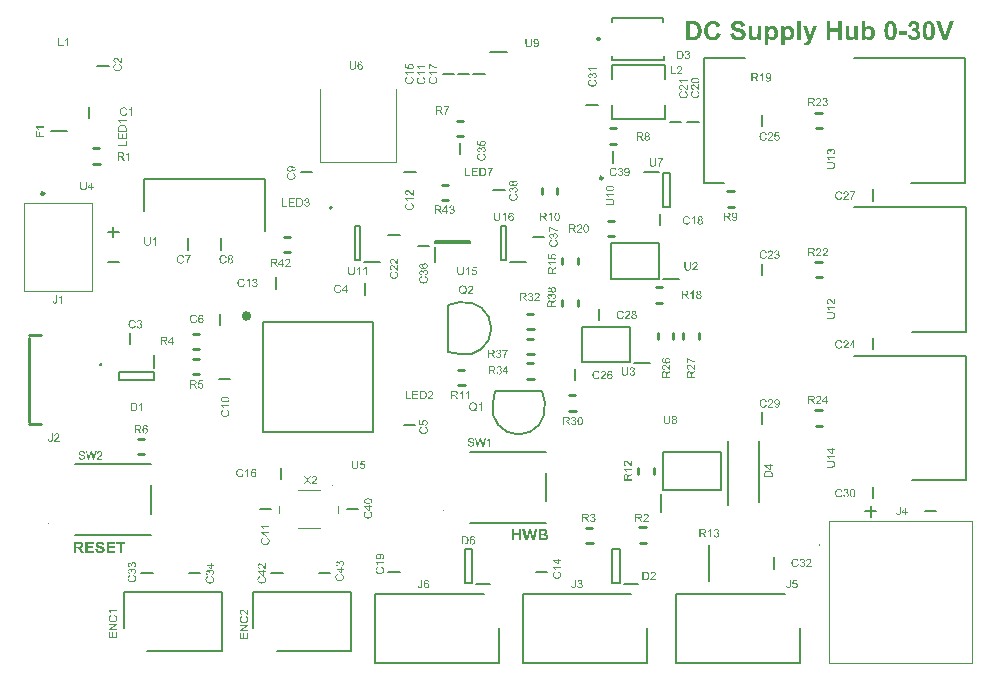
<source format=gto>
G04*
G04 #@! TF.GenerationSoftware,Altium Limited,Altium Designer,23.11.1 (41)*
G04*
G04 Layer_Color=65535*
%FSAX44Y44*%
%MOMM*%
G71*
G04*
G04 #@! TF.SameCoordinates,364ED4AD-CB4B-4712-B5C5-B547B387D418*
G04*
G04*
G04 #@! TF.FilePolarity,Positive*
G04*
G01*
G75*
%ADD10C,0.3000*%
%ADD11C,0.1000*%
%ADD12C,0.2500*%
%ADD13C,0.2000*%
%ADD14C,0.4000*%
%ADD15C,0.2540*%
%ADD16C,0.2032*%
%ADD17C,0.1524*%
%ADD18C,0.1500*%
G36*
X00606602Y00553957D02*
X00606862Y00553939D01*
X00607140Y00553905D01*
X00607470Y00553870D01*
X00607817Y00553801D01*
X00608164Y00553731D01*
X00608545Y00553644D01*
X00608927Y00553540D01*
X00609291Y00553419D01*
X00609655Y00553263D01*
X00610020Y00553072D01*
X00610349Y00552881D01*
X00610644Y00552638D01*
X00610662Y00552621D01*
X00610714Y00552586D01*
X00610783Y00552499D01*
X00610887Y00552395D01*
X00611009Y00552274D01*
X00611130Y00552100D01*
X00611269Y00551909D01*
X00611425Y00551701D01*
X00611564Y00551459D01*
X00611703Y00551198D01*
X00611841Y00550903D01*
X00611963Y00550591D01*
X00612084Y00550261D01*
X00612171Y00549897D01*
X00612223Y00549515D01*
X00612258Y00549117D01*
X00609031Y00548995D01*
Y00549012D01*
X00609014Y00549047D01*
Y00549117D01*
X00608996Y00549186D01*
X00608962Y00549290D01*
X00608927Y00549411D01*
X00608840Y00549672D01*
X00608719Y00549949D01*
X00608563Y00550244D01*
X00608372Y00550522D01*
X00608129Y00550747D01*
X00608094Y00550765D01*
X00608007Y00550834D01*
X00607851Y00550921D01*
X00607626Y00551025D01*
X00607331Y00551129D01*
X00606984Y00551216D01*
X00606567Y00551285D01*
X00606082Y00551302D01*
X00605856D01*
X00605735Y00551285D01*
X00605596Y00551268D01*
X00605266Y00551233D01*
X00604919Y00551164D01*
X00604538Y00551059D01*
X00604191Y00550903D01*
X00603861Y00550713D01*
X00603844Y00550695D01*
X00603792Y00550643D01*
X00603705Y00550556D01*
X00603618Y00550452D01*
X00603514Y00550313D01*
X00603445Y00550140D01*
X00603376Y00549949D01*
X00603358Y00549724D01*
Y00549706D01*
Y00549637D01*
X00603376Y00549515D01*
X00603410Y00549394D01*
X00603479Y00549238D01*
X00603549Y00549064D01*
X00603670Y00548908D01*
X00603826Y00548752D01*
X00603861Y00548735D01*
X00603896Y00548700D01*
X00603965Y00548665D01*
X00604035Y00548613D01*
X00604139Y00548561D01*
X00604278Y00548492D01*
X00604434Y00548423D01*
X00604607Y00548353D01*
X00604815Y00548266D01*
X00605058Y00548180D01*
X00605336Y00548093D01*
X00605648Y00547989D01*
X00605995Y00547885D01*
X00606377Y00547781D01*
X00606793Y00547677D01*
X00606828D01*
X00606897Y00547659D01*
X00607019Y00547625D01*
X00607175Y00547590D01*
X00607383Y00547538D01*
X00607591Y00547468D01*
X00607851Y00547399D01*
X00608111Y00547330D01*
X00608684Y00547156D01*
X00609257Y00546965D01*
X00609534Y00546861D01*
X00609812Y00546757D01*
X00610055Y00546636D01*
X00610280Y00546532D01*
X00610297D01*
X00610332Y00546497D01*
X00610384Y00546462D01*
X00610471Y00546427D01*
X00610679Y00546289D01*
X00610939Y00546115D01*
X00611217Y00545872D01*
X00611512Y00545595D01*
X00611807Y00545265D01*
X00612067Y00544901D01*
Y00544883D01*
X00612102Y00544849D01*
X00612119Y00544797D01*
X00612171Y00544710D01*
X00612223Y00544606D01*
X00612275Y00544484D01*
X00612327Y00544346D01*
X00612397Y00544190D01*
X00612449Y00544016D01*
X00612501Y00543825D01*
X00612605Y00543392D01*
X00612674Y00542888D01*
X00612709Y00542351D01*
Y00542333D01*
Y00542299D01*
Y00542212D01*
X00612691Y00542125D01*
Y00542004D01*
X00612674Y00541848D01*
X00612639Y00541691D01*
X00612605Y00541518D01*
X00612518Y00541119D01*
X00612379Y00540685D01*
X00612188Y00540234D01*
X00612067Y00539991D01*
X00611928Y00539766D01*
Y00539748D01*
X00611893Y00539714D01*
X00611841Y00539644D01*
X00611789Y00539575D01*
X00611703Y00539471D01*
X00611616Y00539349D01*
X00611373Y00539089D01*
X00611061Y00538812D01*
X00610696Y00538499D01*
X00610263Y00538222D01*
X00609760Y00537979D01*
X00609742D01*
X00609690Y00537962D01*
X00609621Y00537927D01*
X00609517Y00537892D01*
X00609378Y00537840D01*
X00609204Y00537805D01*
X00609014Y00537753D01*
X00608805Y00537701D01*
X00608563Y00537632D01*
X00608302Y00537580D01*
X00608007Y00537545D01*
X00607695Y00537493D01*
X00607383Y00537458D01*
X00607019Y00537424D01*
X00606654Y00537406D01*
X00606134D01*
X00605978Y00537424D01*
X00605770D01*
X00605527Y00537441D01*
X00605232Y00537476D01*
X00604902Y00537528D01*
X00604555Y00537580D01*
X00604174Y00537649D01*
X00603792Y00537753D01*
X00603410Y00537858D01*
X00603028Y00537996D01*
X00602647Y00538152D01*
X00602282Y00538343D01*
X00601936Y00538551D01*
X00601606Y00538794D01*
X00601589Y00538812D01*
X00601536Y00538864D01*
X00601450Y00538950D01*
X00601346Y00539054D01*
X00601224Y00539211D01*
X00601068Y00539384D01*
X00600912Y00539592D01*
X00600756Y00539835D01*
X00600582Y00540113D01*
X00600409Y00540408D01*
X00600253Y00540755D01*
X00600097Y00541119D01*
X00599958Y00541518D01*
X00599836Y00541934D01*
X00599732Y00542403D01*
X00599663Y00542888D01*
X00602803Y00543201D01*
Y00543183D01*
X00602820Y00543131D01*
X00602838Y00543045D01*
X00602855Y00542940D01*
X00602890Y00542802D01*
X00602942Y00542663D01*
X00603046Y00542316D01*
X00603202Y00541934D01*
X00603410Y00541535D01*
X00603653Y00541171D01*
X00603792Y00541015D01*
X00603948Y00540859D01*
X00603965D01*
X00603983Y00540824D01*
X00604035Y00540789D01*
X00604104Y00540737D01*
X00604191Y00540685D01*
X00604312Y00540633D01*
X00604434Y00540564D01*
X00604572Y00540494D01*
X00604919Y00540356D01*
X00605318Y00540252D01*
X00605787Y00540165D01*
X00606307Y00540130D01*
X00606463D01*
X00606567Y00540148D01*
X00606706D01*
X00606845Y00540165D01*
X00607192Y00540217D01*
X00607574Y00540286D01*
X00607973Y00540408D01*
X00608354Y00540564D01*
X00608528Y00540668D01*
X00608684Y00540789D01*
X00608701D01*
X00608719Y00540824D01*
X00608805Y00540911D01*
X00608944Y00541050D01*
X00609083Y00541223D01*
X00609222Y00541449D01*
X00609361Y00541726D01*
X00609447Y00542021D01*
X00609482Y00542177D01*
Y00542333D01*
Y00542351D01*
Y00542437D01*
X00609465Y00542542D01*
X00609447Y00542663D01*
X00609395Y00542819D01*
X00609343Y00542993D01*
X00609257Y00543149D01*
X00609135Y00543305D01*
X00609118Y00543322D01*
X00609066Y00543374D01*
X00608979Y00543444D01*
X00608875Y00543548D01*
X00608701Y00543652D01*
X00608511Y00543773D01*
X00608268Y00543877D01*
X00607973Y00543999D01*
X00607938Y00544016D01*
X00607903D01*
X00607851Y00544034D01*
X00607782Y00544051D01*
X00607678Y00544086D01*
X00607574Y00544120D01*
X00607435Y00544155D01*
X00607279Y00544207D01*
X00607088Y00544259D01*
X00606880Y00544311D01*
X00606637Y00544380D01*
X00606377Y00544450D01*
X00606082Y00544519D01*
X00605752Y00544606D01*
X00605388Y00544693D01*
X00605353D01*
X00605266Y00544727D01*
X00605145Y00544762D01*
X00604972Y00544814D01*
X00604746Y00544866D01*
X00604503Y00544953D01*
X00604243Y00545040D01*
X00603965Y00545126D01*
X00603358Y00545369D01*
X00602751Y00545630D01*
X00602473Y00545786D01*
X00602196Y00545942D01*
X00601953Y00546098D01*
X00601745Y00546271D01*
X00601727Y00546289D01*
X00601675Y00546341D01*
X00601606Y00546410D01*
X00601519Y00546514D01*
X00601398Y00546636D01*
X00601276Y00546792D01*
X00601138Y00546965D01*
X00601016Y00547174D01*
X00600877Y00547399D01*
X00600738Y00547642D01*
X00600617Y00547920D01*
X00600496Y00548197D01*
X00600409Y00548492D01*
X00600340Y00548822D01*
X00600288Y00549151D01*
X00600270Y00549498D01*
Y00549515D01*
Y00549550D01*
Y00549620D01*
X00600288Y00549706D01*
Y00549810D01*
X00600305Y00549949D01*
X00600357Y00550244D01*
X00600444Y00550591D01*
X00600565Y00550990D01*
X00600738Y00551389D01*
X00600964Y00551788D01*
Y00551805D01*
X00600999Y00551840D01*
X00601033Y00551892D01*
X00601086Y00551962D01*
X00601259Y00552152D01*
X00601467Y00552395D01*
X00601762Y00552655D01*
X00602092Y00552916D01*
X00602508Y00553176D01*
X00602959Y00553401D01*
X00602976D01*
X00603011Y00553419D01*
X00603098Y00553453D01*
X00603185Y00553488D01*
X00603323Y00553540D01*
X00603462Y00553575D01*
X00603636Y00553627D01*
X00603844Y00553696D01*
X00604069Y00553748D01*
X00604295Y00553801D01*
X00604555Y00553835D01*
X00604833Y00553887D01*
X00605145Y00553922D01*
X00605440Y00553957D01*
X00606116Y00553974D01*
X00606411D01*
X00606602Y00553957D01*
D02*
G37*
G36*
X00585333D02*
X00585541Y00553939D01*
X00585784Y00553922D01*
X00586079Y00553887D01*
X00586409Y00553835D01*
X00586756Y00553748D01*
X00587120Y00553662D01*
X00587502Y00553540D01*
X00587901Y00553401D01*
X00588300Y00553228D01*
X00588699Y00553037D01*
X00589098Y00552794D01*
X00589462Y00552534D01*
X00589827Y00552222D01*
X00589844Y00552205D01*
X00589879Y00552170D01*
X00589931Y00552118D01*
X00590000Y00552031D01*
X00590104Y00551927D01*
X00590208Y00551805D01*
X00590312Y00551649D01*
X00590451Y00551476D01*
X00590573Y00551268D01*
X00590711Y00551059D01*
X00590850Y00550817D01*
X00590989Y00550556D01*
X00591110Y00550261D01*
X00591249Y00549967D01*
X00591371Y00549637D01*
X00591475Y00549290D01*
X00588283Y00548527D01*
Y00548544D01*
X00588265Y00548579D01*
X00588248Y00548648D01*
X00588231Y00548735D01*
X00588196Y00548839D01*
X00588144Y00548960D01*
X00588022Y00549238D01*
X00587866Y00549550D01*
X00587658Y00549880D01*
X00587398Y00550192D01*
X00587085Y00550487D01*
X00587068Y00550504D01*
X00587051Y00550522D01*
X00586999Y00550556D01*
X00586929Y00550608D01*
X00586843Y00550661D01*
X00586739Y00550713D01*
X00586478Y00550851D01*
X00586149Y00550990D01*
X00585784Y00551094D01*
X00585368Y00551181D01*
X00584900Y00551216D01*
X00584726D01*
X00584605Y00551198D01*
X00584449Y00551181D01*
X00584275Y00551146D01*
X00584084Y00551111D01*
X00583876Y00551059D01*
X00583651Y00550990D01*
X00583408Y00550903D01*
X00583165Y00550799D01*
X00582922Y00550678D01*
X00582679Y00550522D01*
X00582453Y00550348D01*
X00582211Y00550157D01*
X00582002Y00549932D01*
X00581985Y00549915D01*
X00581950Y00549880D01*
X00581898Y00549793D01*
X00581829Y00549689D01*
X00581742Y00549550D01*
X00581656Y00549377D01*
X00581551Y00549169D01*
X00581465Y00548926D01*
X00581361Y00548665D01*
X00581256Y00548353D01*
X00581170Y00548023D01*
X00581083Y00547642D01*
X00581014Y00547225D01*
X00580962Y00546792D01*
X00580927Y00546306D01*
X00580910Y00545786D01*
Y00545751D01*
Y00545647D01*
Y00545491D01*
X00580927Y00545300D01*
X00580944Y00545040D01*
X00580962Y00544762D01*
X00580996Y00544450D01*
X00581048Y00544103D01*
X00581170Y00543392D01*
X00581256Y00543045D01*
X00581361Y00542680D01*
X00581482Y00542333D01*
X00581638Y00542021D01*
X00581794Y00541726D01*
X00581985Y00541466D01*
X00582002Y00541449D01*
X00582037Y00541414D01*
X00582107Y00541344D01*
X00582176Y00541258D01*
X00582297Y00541171D01*
X00582419Y00541067D01*
X00582575Y00540946D01*
X00582748Y00540824D01*
X00582939Y00540703D01*
X00583165Y00540581D01*
X00583390Y00540477D01*
X00583651Y00540390D01*
X00583911Y00540304D01*
X00584206Y00540234D01*
X00584518Y00540200D01*
X00584830Y00540182D01*
X00584952D01*
X00585038Y00540200D01*
X00585160D01*
X00585281Y00540234D01*
X00585593Y00540286D01*
X00585941Y00540390D01*
X00586305Y00540529D01*
X00586669Y00540737D01*
X00586860Y00540859D01*
X00587033Y00540998D01*
X00587051Y00541015D01*
X00587068Y00541032D01*
X00587120Y00541084D01*
X00587190Y00541154D01*
X00587259Y00541240D01*
X00587346Y00541344D01*
X00587450Y00541483D01*
X00587554Y00541622D01*
X00587658Y00541796D01*
X00587779Y00541986D01*
X00587883Y00542195D01*
X00588005Y00542437D01*
X00588109Y00542680D01*
X00588213Y00542958D01*
X00588300Y00543270D01*
X00588387Y00543582D01*
X00591527Y00542611D01*
Y00542576D01*
X00591492Y00542490D01*
X00591457Y00542368D01*
X00591388Y00542177D01*
X00591301Y00541969D01*
X00591214Y00541709D01*
X00591093Y00541431D01*
X00590954Y00541136D01*
X00590798Y00540824D01*
X00590625Y00540494D01*
X00590416Y00540165D01*
X00590208Y00539852D01*
X00589965Y00539523D01*
X00589705Y00539228D01*
X00589427Y00538950D01*
X00589115Y00538690D01*
X00589098Y00538673D01*
X00589046Y00538638D01*
X00588942Y00538569D01*
X00588820Y00538499D01*
X00588647Y00538395D01*
X00588456Y00538291D01*
X00588231Y00538170D01*
X00587953Y00538066D01*
X00587675Y00537944D01*
X00587346Y00537823D01*
X00586999Y00537719D01*
X00586617Y00537615D01*
X00586218Y00537545D01*
X00585784Y00537476D01*
X00585333Y00537441D01*
X00584865Y00537424D01*
X00584726D01*
X00584553Y00537441D01*
X00584327Y00537458D01*
X00584067Y00537493D01*
X00583755Y00537545D01*
X00583390Y00537597D01*
X00583009Y00537701D01*
X00582610Y00537805D01*
X00582176Y00537962D01*
X00581742Y00538135D01*
X00581309Y00538343D01*
X00580875Y00538586D01*
X00580441Y00538881D01*
X00580025Y00539211D01*
X00579626Y00539592D01*
X00579608Y00539610D01*
X00579539Y00539696D01*
X00579435Y00539818D01*
X00579314Y00539991D01*
X00579157Y00540217D01*
X00578984Y00540477D01*
X00578793Y00540789D01*
X00578602Y00541154D01*
X00578411Y00541553D01*
X00578221Y00542004D01*
X00578047Y00542490D01*
X00577891Y00543027D01*
X00577770Y00543600D01*
X00577665Y00544207D01*
X00577596Y00544849D01*
X00577579Y00545543D01*
Y00545560D01*
Y00545595D01*
Y00545647D01*
Y00545716D01*
Y00545820D01*
X00577596Y00545924D01*
X00577613Y00546202D01*
X00577648Y00546532D01*
X00577683Y00546931D01*
X00577752Y00547364D01*
X00577839Y00547815D01*
X00577943Y00548318D01*
X00578082Y00548822D01*
X00578238Y00549342D01*
X00578446Y00549863D01*
X00578672Y00550365D01*
X00578949Y00550851D01*
X00579262Y00551320D01*
X00579626Y00551753D01*
X00579643Y00551771D01*
X00579730Y00551857D01*
X00579834Y00551962D01*
X00580007Y00552100D01*
X00580216Y00552274D01*
X00580458Y00552465D01*
X00580753Y00552655D01*
X00581083Y00552864D01*
X00581447Y00553072D01*
X00581864Y00553280D01*
X00582297Y00553453D01*
X00582783Y00553627D01*
X00583304Y00553766D01*
X00583859Y00553887D01*
X00584449Y00553957D01*
X00585056Y00553974D01*
X00585195D01*
X00585333Y00553957D01*
D02*
G37*
G36*
X00649279Y00549550D02*
X00649435D01*
X00649608Y00549515D01*
X00649799Y00549481D01*
X00650025Y00549429D01*
X00650285Y00549377D01*
X00650545Y00549290D01*
X00650823Y00549186D01*
X00651100Y00549047D01*
X00651395Y00548891D01*
X00651690Y00548717D01*
X00651968Y00548492D01*
X00652245Y00548249D01*
X00652523Y00547971D01*
X00652540Y00547954D01*
X00652592Y00547902D01*
X00652662Y00547815D01*
X00652748Y00547677D01*
X00652852Y00547520D01*
X00652974Y00547330D01*
X00653095Y00547087D01*
X00653234Y00546827D01*
X00653373Y00546532D01*
X00653494Y00546202D01*
X00653616Y00545838D01*
X00653720Y00545439D01*
X00653807Y00545022D01*
X00653893Y00544571D01*
X00653928Y00544086D01*
X00653945Y00543565D01*
Y00543530D01*
Y00543444D01*
X00653928Y00543288D01*
Y00543079D01*
X00653911Y00542836D01*
X00653876Y00542559D01*
X00653824Y00542247D01*
X00653772Y00541900D01*
X00653685Y00541553D01*
X00653598Y00541171D01*
X00653477Y00540807D01*
X00653338Y00540425D01*
X00653182Y00540061D01*
X00652991Y00539696D01*
X00652766Y00539349D01*
X00652523Y00539037D01*
X00652506Y00539020D01*
X00652454Y00538968D01*
X00652384Y00538898D01*
X00652263Y00538794D01*
X00652124Y00538673D01*
X00651968Y00538534D01*
X00651777Y00538395D01*
X00651551Y00538239D01*
X00651326Y00538083D01*
X00651048Y00537944D01*
X00650771Y00537805D01*
X00650459Y00537684D01*
X00650146Y00537597D01*
X00649799Y00537510D01*
X00649452Y00537458D01*
X00649071Y00537441D01*
X00648914D01*
X00648724Y00537458D01*
X00648481Y00537493D01*
X00648221Y00537528D01*
X00647926Y00537597D01*
X00647613Y00537701D01*
X00647318Y00537823D01*
X00647284Y00537840D01*
X00647180Y00537892D01*
X00647023Y00537996D01*
X00646815Y00538135D01*
X00646572Y00538308D01*
X00646295Y00538534D01*
X00646000Y00538812D01*
X00645688Y00539124D01*
Y00533295D01*
X00642617D01*
Y00549307D01*
X00645480D01*
Y00547607D01*
X00645514Y00547625D01*
X00645584Y00547729D01*
X00645705Y00547902D01*
X00645879Y00548093D01*
X00646087Y00548318D01*
X00646347Y00548561D01*
X00646642Y00548804D01*
X00646972Y00549012D01*
X00646989D01*
X00647023Y00549030D01*
X00647076Y00549064D01*
X00647145Y00549099D01*
X00647232Y00549134D01*
X00647336Y00549186D01*
X00647596Y00549290D01*
X00647908Y00549394D01*
X00648273Y00549481D01*
X00648672Y00549550D01*
X00649088Y00549567D01*
X00649175D01*
X00649279Y00549550D01*
D02*
G37*
G36*
X00635626D02*
X00635782D01*
X00635955Y00549515D01*
X00636146Y00549481D01*
X00636372Y00549429D01*
X00636632Y00549377D01*
X00636892Y00549290D01*
X00637170Y00549186D01*
X00637447Y00549047D01*
X00637742Y00548891D01*
X00638037Y00548717D01*
X00638315Y00548492D01*
X00638592Y00548249D01*
X00638870Y00547971D01*
X00638887Y00547954D01*
X00638939Y00547902D01*
X00639009Y00547815D01*
X00639095Y00547677D01*
X00639199Y00547520D01*
X00639321Y00547330D01*
X00639442Y00547087D01*
X00639581Y00546827D01*
X00639720Y00546532D01*
X00639841Y00546202D01*
X00639963Y00545838D01*
X00640067Y00545439D01*
X00640154Y00545022D01*
X00640240Y00544571D01*
X00640275Y00544086D01*
X00640292Y00543565D01*
Y00543530D01*
Y00543444D01*
X00640275Y00543288D01*
Y00543079D01*
X00640258Y00542836D01*
X00640223Y00542559D01*
X00640171Y00542247D01*
X00640119Y00541900D01*
X00640032Y00541553D01*
X00639945Y00541171D01*
X00639824Y00540807D01*
X00639685Y00540425D01*
X00639529Y00540061D01*
X00639338Y00539696D01*
X00639113Y00539349D01*
X00638870Y00539037D01*
X00638853Y00539020D01*
X00638801Y00538968D01*
X00638731Y00538898D01*
X00638610Y00538794D01*
X00638471Y00538673D01*
X00638315Y00538534D01*
X00638124Y00538395D01*
X00637898Y00538239D01*
X00637673Y00538083D01*
X00637395Y00537944D01*
X00637118Y00537805D01*
X00636805Y00537684D01*
X00636493Y00537597D01*
X00636146Y00537510D01*
X00635799Y00537458D01*
X00635418Y00537441D01*
X00635261D01*
X00635071Y00537458D01*
X00634828Y00537493D01*
X00634567Y00537528D01*
X00634273Y00537597D01*
X00633960Y00537701D01*
X00633665Y00537823D01*
X00633631Y00537840D01*
X00633527Y00537892D01*
X00633371Y00537996D01*
X00633162Y00538135D01*
X00632919Y00538308D01*
X00632642Y00538534D01*
X00632347Y00538812D01*
X00632035Y00539124D01*
Y00533295D01*
X00628964D01*
Y00549307D01*
X00631827D01*
Y00547607D01*
X00631861Y00547625D01*
X00631931Y00547729D01*
X00632052Y00547902D01*
X00632225Y00548093D01*
X00632434Y00548318D01*
X00632694Y00548561D01*
X00632989Y00548804D01*
X00633318Y00549012D01*
X00633336D01*
X00633371Y00549030D01*
X00633423Y00549064D01*
X00633492Y00549099D01*
X00633579Y00549134D01*
X00633683Y00549186D01*
X00633943Y00549290D01*
X00634255Y00549394D01*
X00634620Y00549481D01*
X00635019Y00549550D01*
X00635435Y00549567D01*
X00635522D01*
X00635626Y00549550D01*
D02*
G37*
G36*
X00694054Y00537701D02*
X00690828D01*
Y00544710D01*
X00684478D01*
Y00537701D01*
X00681252D01*
Y00553714D01*
X00684478D01*
Y00547416D01*
X00690828D01*
Y00553714D01*
X00694054D01*
Y00537701D01*
D02*
G37*
G36*
X00749014Y00541969D02*
X00742976D01*
Y00545040D01*
X00749014D01*
Y00541969D01*
D02*
G37*
G36*
X00783224Y00537701D02*
X00779755D01*
X00774047Y00553714D01*
X00777534D01*
X00781593Y00541865D01*
X00785514Y00553714D01*
X00788949D01*
X00783224Y00537701D01*
D02*
G37*
G36*
X00668952Y00538135D02*
X00668206Y00536123D01*
Y00536105D01*
X00668188Y00536071D01*
X00668171Y00536019D01*
X00668136Y00535949D01*
X00668067Y00535776D01*
X00667963Y00535550D01*
X00667841Y00535307D01*
X00667720Y00535047D01*
X00667581Y00534804D01*
X00667442Y00534579D01*
X00667425Y00534561D01*
X00667373Y00534492D01*
X00667304Y00534388D01*
X00667199Y00534266D01*
X00667078Y00534128D01*
X00666939Y00533989D01*
X00666766Y00533850D01*
X00666592Y00533711D01*
X00666575Y00533694D01*
X00666506Y00533659D01*
X00666402Y00533590D01*
X00666280Y00533520D01*
X00666106Y00533434D01*
X00665898Y00533347D01*
X00665673Y00533260D01*
X00665430Y00533191D01*
X00665395D01*
X00665309Y00533156D01*
X00665170Y00533139D01*
X00664979Y00533104D01*
X00664753Y00533069D01*
X00664493Y00533035D01*
X00664198Y00533017D01*
X00663869Y00533000D01*
X00663712D01*
X00663539Y00533017D01*
X00663331D01*
X00663053Y00533052D01*
X00662776Y00533087D01*
X00662463Y00533121D01*
X00662151Y00533191D01*
X00661874Y00535602D01*
X00661908D01*
X00661995Y00535585D01*
X00662134Y00535550D01*
X00662307Y00535533D01*
X00662498Y00535498D01*
X00662724Y00535463D01*
X00663157Y00535446D01*
X00663261D01*
X00663331Y00535463D01*
X00663522Y00535481D01*
X00663764Y00535533D01*
X00664007Y00535602D01*
X00664285Y00535724D01*
X00664528Y00535880D01*
X00664736Y00536088D01*
X00664753Y00536123D01*
X00664823Y00536209D01*
X00664910Y00536331D01*
X00665031Y00536522D01*
X00665152Y00536747D01*
X00665291Y00537025D01*
X00665413Y00537320D01*
X00665517Y00537667D01*
X00661128Y00549307D01*
X00664389D01*
X00667147Y00541050D01*
X00669871Y00549307D01*
X00673046D01*
X00668952Y00538135D01*
D02*
G37*
G36*
X00755398Y00553748D02*
X00755554D01*
X00755745Y00553714D01*
X00755970Y00553696D01*
X00756213Y00553644D01*
X00756473Y00553592D01*
X00756768Y00553506D01*
X00757063Y00553419D01*
X00757358Y00553297D01*
X00757653Y00553159D01*
X00757965Y00552985D01*
X00758260Y00552794D01*
X00758538Y00552569D01*
X00758798Y00552309D01*
X00758815Y00552291D01*
X00758850Y00552257D01*
X00758902Y00552187D01*
X00758971Y00552100D01*
X00759058Y00551996D01*
X00759162Y00551857D01*
X00759266Y00551701D01*
X00759370Y00551528D01*
X00759579Y00551146D01*
X00759770Y00550695D01*
X00759839Y00550452D01*
X00759891Y00550192D01*
X00759926Y00549932D01*
X00759943Y00549654D01*
Y00549637D01*
Y00549567D01*
X00759926Y00549446D01*
X00759908Y00549307D01*
X00759874Y00549134D01*
X00759821Y00548926D01*
X00759752Y00548683D01*
X00759648Y00548440D01*
X00759527Y00548180D01*
X00759388Y00547902D01*
X00759197Y00547625D01*
X00758971Y00547347D01*
X00758711Y00547069D01*
X00758399Y00546792D01*
X00758035Y00546532D01*
X00757636Y00546289D01*
X00757653D01*
X00757705Y00546271D01*
X00757774Y00546254D01*
X00757861Y00546219D01*
X00757983Y00546185D01*
X00758121Y00546133D01*
X00758416Y00546011D01*
X00758781Y00545838D01*
X00759145Y00545595D01*
X00759492Y00545317D01*
X00759665Y00545144D01*
X00759821Y00544953D01*
X00759839Y00544936D01*
X00759856Y00544901D01*
X00759891Y00544849D01*
X00759960Y00544779D01*
X00760012Y00544675D01*
X00760082Y00544554D01*
X00760169Y00544415D01*
X00760238Y00544259D01*
X00760394Y00543895D01*
X00760533Y00543478D01*
X00760620Y00542993D01*
X00760637Y00542732D01*
X00760654Y00542472D01*
Y00542455D01*
Y00542385D01*
X00760637Y00542264D01*
Y00542125D01*
X00760602Y00541934D01*
X00760567Y00541726D01*
X00760533Y00541501D01*
X00760463Y00541240D01*
X00760377Y00540963D01*
X00760273Y00540668D01*
X00760151Y00540373D01*
X00759995Y00540078D01*
X00759821Y00539766D01*
X00759613Y00539471D01*
X00759388Y00539176D01*
X00759110Y00538881D01*
X00759093Y00538864D01*
X00759041Y00538812D01*
X00758954Y00538742D01*
X00758833Y00538656D01*
X00758677Y00538534D01*
X00758503Y00538413D01*
X00758295Y00538274D01*
X00758052Y00538152D01*
X00757792Y00538014D01*
X00757497Y00537875D01*
X00757167Y00537753D01*
X00756838Y00537632D01*
X00756473Y00537545D01*
X00756092Y00537476D01*
X00755675Y00537424D01*
X00755259Y00537406D01*
X00755155D01*
X00755051Y00537424D01*
X00754895D01*
X00754721Y00537441D01*
X00754496Y00537476D01*
X00754253Y00537510D01*
X00753992Y00537563D01*
X00753715Y00537632D01*
X00753420Y00537719D01*
X00753125Y00537805D01*
X00752830Y00537927D01*
X00752518Y00538083D01*
X00752223Y00538239D01*
X00751928Y00538430D01*
X00751650Y00538656D01*
X00751633Y00538673D01*
X00751581Y00538708D01*
X00751512Y00538777D01*
X00751425Y00538881D01*
X00751321Y00539002D01*
X00751182Y00539159D01*
X00751061Y00539332D01*
X00750904Y00539540D01*
X00750766Y00539766D01*
X00750627Y00540009D01*
X00750488Y00540269D01*
X00750349Y00540564D01*
X00750245Y00540876D01*
X00750141Y00541206D01*
X00750054Y00541570D01*
X00750002Y00541934D01*
X00752969Y00542299D01*
Y00542281D01*
Y00542247D01*
X00752986Y00542195D01*
X00753004Y00542108D01*
X00753038Y00541900D01*
X00753125Y00541657D01*
X00753212Y00541362D01*
X00753351Y00541084D01*
X00753524Y00540789D01*
X00753732Y00540546D01*
X00753767Y00540529D01*
X00753836Y00540460D01*
X00753975Y00540356D01*
X00754149Y00540252D01*
X00754374Y00540148D01*
X00754634Y00540043D01*
X00754929Y00539974D01*
X00755242Y00539957D01*
X00755328D01*
X00755398Y00539974D01*
X00755571Y00539991D01*
X00755797Y00540043D01*
X00756057Y00540130D01*
X00756317Y00540252D01*
X00756595Y00540425D01*
X00756855Y00540668D01*
X00756890Y00540703D01*
X00756959Y00540807D01*
X00757063Y00540963D01*
X00757185Y00541188D01*
X00757306Y00541466D01*
X00757410Y00541796D01*
X00757479Y00542177D01*
X00757514Y00542611D01*
Y00542628D01*
Y00542663D01*
Y00542715D01*
X00757497Y00542802D01*
Y00542906D01*
X00757479Y00543010D01*
X00757445Y00543270D01*
X00757358Y00543565D01*
X00757254Y00543877D01*
X00757098Y00544172D01*
X00756890Y00544450D01*
X00756855Y00544484D01*
X00756786Y00544554D01*
X00756647Y00544675D01*
X00756473Y00544797D01*
X00756248Y00544918D01*
X00755988Y00545040D01*
X00755693Y00545109D01*
X00755363Y00545144D01*
X00755259D01*
X00755137Y00545126D01*
X00754964Y00545109D01*
X00754756Y00545092D01*
X00754530Y00545040D01*
X00754253Y00544988D01*
X00753958Y00544901D01*
X00754287Y00547399D01*
X00754496D01*
X00754600Y00547416D01*
X00754721D01*
X00754999Y00547451D01*
X00755311Y00547503D01*
X00755623Y00547607D01*
X00755918Y00547746D01*
X00756196Y00547920D01*
X00756230Y00547954D01*
X00756300Y00548023D01*
X00756404Y00548145D01*
X00756543Y00548318D01*
X00756664Y00548544D01*
X00756768Y00548804D01*
X00756838Y00549099D01*
X00756872Y00549446D01*
Y00549463D01*
Y00549481D01*
Y00549585D01*
X00756855Y00549724D01*
X00756820Y00549915D01*
X00756751Y00550105D01*
X00756664Y00550331D01*
X00756543Y00550539D01*
X00756387Y00550730D01*
X00756369Y00550747D01*
X00756300Y00550799D01*
X00756196Y00550886D01*
X00756040Y00550973D01*
X00755849Y00551059D01*
X00755641Y00551146D01*
X00755380Y00551198D01*
X00755086Y00551216D01*
X00754947D01*
X00754808Y00551181D01*
X00754617Y00551146D01*
X00754409Y00551077D01*
X00754183Y00550990D01*
X00753958Y00550851D01*
X00753732Y00550661D01*
X00753715Y00550643D01*
X00753646Y00550556D01*
X00753559Y00550435D01*
X00753437Y00550261D01*
X00753316Y00550036D01*
X00753212Y00549776D01*
X00753125Y00549446D01*
X00753056Y00549082D01*
X00750228Y00549550D01*
Y00549567D01*
X00750245Y00549620D01*
X00750263Y00549689D01*
X00750280Y00549793D01*
X00750315Y00549915D01*
X00750349Y00550053D01*
X00750453Y00550383D01*
X00750575Y00550765D01*
X00750731Y00551146D01*
X00750904Y00551528D01*
X00751113Y00551875D01*
Y00551892D01*
X00751147Y00551909D01*
X00751217Y00552014D01*
X00751356Y00552187D01*
X00751546Y00552378D01*
X00751772Y00552603D01*
X00752049Y00552829D01*
X00752379Y00553055D01*
X00752761Y00553263D01*
X00752778D01*
X00752813Y00553280D01*
X00752865Y00553315D01*
X00752952Y00553349D01*
X00753056Y00553384D01*
X00753177Y00553419D01*
X00753316Y00553471D01*
X00753472Y00553523D01*
X00753819Y00553610D01*
X00754235Y00553696D01*
X00754687Y00553748D01*
X00755172Y00553766D01*
X00755276D01*
X00755398Y00553748D01*
D02*
G37*
G36*
X00707846Y00537701D02*
X00705001D01*
Y00539419D01*
X00704967Y00539402D01*
X00704932Y00539349D01*
X00704880Y00539280D01*
X00704741Y00539107D01*
X00704550Y00538898D01*
X00704307Y00538673D01*
X00704030Y00538413D01*
X00703683Y00538187D01*
X00703318Y00537962D01*
X00703301D01*
X00703266Y00537944D01*
X00703214Y00537910D01*
X00703145Y00537875D01*
X00703041Y00537840D01*
X00702937Y00537805D01*
X00702659Y00537701D01*
X00702347Y00537615D01*
X00701965Y00537528D01*
X00701566Y00537458D01*
X00701150Y00537441D01*
X00700959D01*
X00700855Y00537458D01*
X00700733Y00537476D01*
X00700456Y00537510D01*
X00700126Y00537563D01*
X00699779Y00537649D01*
X00699415Y00537771D01*
X00699051Y00537944D01*
X00699033D01*
X00699016Y00537962D01*
X00698964Y00537996D01*
X00698895Y00538048D01*
X00698738Y00538152D01*
X00698548Y00538326D01*
X00698322Y00538517D01*
X00698097Y00538777D01*
X00697888Y00539054D01*
X00697715Y00539384D01*
Y00539402D01*
X00697698Y00539436D01*
X00697680Y00539488D01*
X00697646Y00539558D01*
X00697628Y00539644D01*
X00697594Y00539766D01*
X00697559Y00539905D01*
X00697524Y00540061D01*
X00697472Y00540234D01*
X00697437Y00540425D01*
X00697403Y00540633D01*
X00697385Y00540859D01*
X00697351Y00541102D01*
X00697333Y00541379D01*
X00697316Y00541952D01*
Y00549307D01*
X00700387D01*
Y00543964D01*
Y00543929D01*
Y00543860D01*
Y00543739D01*
Y00543582D01*
Y00543374D01*
X00700404Y00543166D01*
Y00542923D01*
Y00542680D01*
X00700421Y00542160D01*
X00700439Y00541900D01*
X00700456Y00541674D01*
X00700473Y00541449D01*
X00700491Y00541258D01*
X00700508Y00541084D01*
X00700543Y00540963D01*
X00700560Y00540946D01*
X00700577Y00540876D01*
X00700630Y00540772D01*
X00700682Y00540651D01*
X00700768Y00540512D01*
X00700872Y00540373D01*
X00700994Y00540234D01*
X00701150Y00540095D01*
X00701167Y00540078D01*
X00701237Y00540043D01*
X00701323Y00539991D01*
X00701462Y00539939D01*
X00701636Y00539887D01*
X00701826Y00539835D01*
X00702052Y00539800D01*
X00702295Y00539783D01*
X00702434D01*
X00702572Y00539800D01*
X00702763Y00539835D01*
X00702971Y00539887D01*
X00703214Y00539957D01*
X00703457Y00540061D01*
X00703683Y00540200D01*
X00703717Y00540217D01*
X00703787Y00540286D01*
X00703891Y00540373D01*
X00704030Y00540494D01*
X00704168Y00540651D01*
X00704307Y00540841D01*
X00704429Y00541050D01*
X00704533Y00541275D01*
X00704550Y00541310D01*
Y00541344D01*
X00704567Y00541414D01*
X00704585Y00541501D01*
X00704602Y00541605D01*
X00704637Y00541744D01*
X00704654Y00541900D01*
X00704672Y00542090D01*
X00704706Y00542316D01*
X00704724Y00542576D01*
X00704741Y00542871D01*
X00704758Y00543183D01*
Y00543548D01*
X00704776Y00543947D01*
Y00544398D01*
Y00549307D01*
X00707846D01*
Y00537701D01*
D02*
G37*
G36*
X00625876D02*
X00623031D01*
Y00539419D01*
X00622996Y00539402D01*
X00622962Y00539349D01*
X00622910Y00539280D01*
X00622771Y00539107D01*
X00622580Y00538898D01*
X00622337Y00538673D01*
X00622060Y00538413D01*
X00621712Y00538187D01*
X00621348Y00537962D01*
X00621331D01*
X00621296Y00537944D01*
X00621244Y00537910D01*
X00621175Y00537875D01*
X00621071Y00537840D01*
X00620966Y00537805D01*
X00620689Y00537701D01*
X00620377Y00537615D01*
X00619995Y00537528D01*
X00619596Y00537458D01*
X00619180Y00537441D01*
X00618989D01*
X00618885Y00537458D01*
X00618763Y00537476D01*
X00618486Y00537510D01*
X00618156Y00537563D01*
X00617809Y00537649D01*
X00617445Y00537771D01*
X00617080Y00537944D01*
X00617063D01*
X00617046Y00537962D01*
X00616994Y00537996D01*
X00616924Y00538048D01*
X00616768Y00538152D01*
X00616577Y00538326D01*
X00616352Y00538517D01*
X00616126Y00538777D01*
X00615918Y00539054D01*
X00615745Y00539384D01*
Y00539402D01*
X00615727Y00539436D01*
X00615710Y00539488D01*
X00615675Y00539558D01*
X00615658Y00539644D01*
X00615623Y00539766D01*
X00615589Y00539905D01*
X00615554Y00540061D01*
X00615502Y00540234D01*
X00615467Y00540425D01*
X00615432Y00540633D01*
X00615415Y00540859D01*
X00615380Y00541102D01*
X00615363Y00541379D01*
X00615346Y00541952D01*
Y00549307D01*
X00618416D01*
Y00543964D01*
Y00543929D01*
Y00543860D01*
Y00543739D01*
Y00543582D01*
Y00543374D01*
X00618434Y00543166D01*
Y00542923D01*
Y00542680D01*
X00618451Y00542160D01*
X00618468Y00541900D01*
X00618486Y00541674D01*
X00618503Y00541449D01*
X00618520Y00541258D01*
X00618538Y00541084D01*
X00618573Y00540963D01*
X00618590Y00540946D01*
X00618607Y00540876D01*
X00618659Y00540772D01*
X00618711Y00540651D01*
X00618798Y00540512D01*
X00618902Y00540373D01*
X00619024Y00540234D01*
X00619180Y00540095D01*
X00619197Y00540078D01*
X00619266Y00540043D01*
X00619353Y00539991D01*
X00619492Y00539939D01*
X00619665Y00539887D01*
X00619856Y00539835D01*
X00620082Y00539800D01*
X00620325Y00539783D01*
X00620463D01*
X00620602Y00539800D01*
X00620793Y00539835D01*
X00621001Y00539887D01*
X00621244Y00539957D01*
X00621487Y00540061D01*
X00621712Y00540200D01*
X00621747Y00540217D01*
X00621817Y00540286D01*
X00621921Y00540373D01*
X00622060Y00540494D01*
X00622198Y00540651D01*
X00622337Y00540841D01*
X00622458Y00541050D01*
X00622563Y00541275D01*
X00622580Y00541310D01*
Y00541344D01*
X00622597Y00541414D01*
X00622615Y00541501D01*
X00622632Y00541605D01*
X00622667Y00541744D01*
X00622684Y00541900D01*
X00622701Y00542090D01*
X00622736Y00542316D01*
X00622753Y00542576D01*
X00622771Y00542871D01*
X00622788Y00543183D01*
Y00543548D01*
X00622805Y00543947D01*
Y00544398D01*
Y00549307D01*
X00625876D01*
Y00537701D01*
D02*
G37*
G36*
X00659445D02*
X00656374D01*
Y00553714D01*
X00659445D01*
Y00537701D01*
D02*
G37*
G36*
X00568401Y00553696D02*
X00568801D01*
X00569026Y00553679D01*
X00569512Y00553644D01*
X00570015Y00553575D01*
X00570501Y00553506D01*
X00570726Y00553453D01*
X00570934Y00553401D01*
X00570952D01*
X00571004Y00553384D01*
X00571073Y00553349D01*
X00571177Y00553315D01*
X00571299Y00553280D01*
X00571437Y00553211D01*
X00571767Y00553055D01*
X00572149Y00552864D01*
X00572548Y00552603D01*
X00572947Y00552291D01*
X00573346Y00551927D01*
X00573363Y00551909D01*
X00573398Y00551875D01*
X00573450Y00551823D01*
X00573519Y00551736D01*
X00573589Y00551632D01*
X00573693Y00551511D01*
X00573797Y00551372D01*
X00573918Y00551198D01*
X00574040Y00551025D01*
X00574161Y00550834D01*
X00574421Y00550383D01*
X00574664Y00549880D01*
X00574872Y00549325D01*
Y00549307D01*
X00574890Y00549255D01*
X00574924Y00549169D01*
X00574959Y00549047D01*
X00574994Y00548908D01*
X00575046Y00548717D01*
X00575098Y00548509D01*
X00575150Y00548284D01*
X00575185Y00548023D01*
X00575237Y00547729D01*
X00575289Y00547416D01*
X00575323Y00547087D01*
X00575358Y00546722D01*
X00575393Y00546358D01*
X00575410Y00545959D01*
Y00545543D01*
Y00545525D01*
Y00545456D01*
Y00545352D01*
Y00545213D01*
X00575393Y00545040D01*
Y00544849D01*
X00575376Y00544623D01*
X00575341Y00544380D01*
X00575289Y00543843D01*
X00575202Y00543270D01*
X00575080Y00542698D01*
X00574907Y00542142D01*
Y00542125D01*
X00574872Y00542073D01*
X00574838Y00541969D01*
X00574803Y00541848D01*
X00574734Y00541709D01*
X00574664Y00541535D01*
X00574577Y00541344D01*
X00574473Y00541136D01*
X00574230Y00540685D01*
X00573936Y00540217D01*
X00573589Y00539748D01*
X00573190Y00539315D01*
X00573172Y00539297D01*
X00573155Y00539280D01*
X00573103Y00539228D01*
X00573033Y00539176D01*
X00572947Y00539107D01*
X00572860Y00539020D01*
X00572738Y00538933D01*
X00572600Y00538846D01*
X00572270Y00538638D01*
X00571889Y00538430D01*
X00571437Y00538222D01*
X00570934Y00538031D01*
X00570917D01*
X00570882Y00538014D01*
X00570830Y00537996D01*
X00570743Y00537979D01*
X00570639Y00537962D01*
X00570501Y00537927D01*
X00570345Y00537892D01*
X00570171Y00537875D01*
X00569980Y00537840D01*
X00569772Y00537805D01*
X00569529Y00537771D01*
X00569269Y00537753D01*
X00569009Y00537736D01*
X00568714Y00537719D01*
X00568401Y00537701D01*
X00562000D01*
Y00553714D01*
X00568228D01*
X00568401Y00553696D01*
D02*
G37*
G36*
X00713970Y00547937D02*
X00713988Y00547954D01*
X00714040Y00548006D01*
X00714109Y00548093D01*
X00714213Y00548197D01*
X00714352Y00548318D01*
X00714525Y00548457D01*
X00714699Y00548596D01*
X00714924Y00548752D01*
X00715150Y00548908D01*
X00715410Y00549047D01*
X00715688Y00549186D01*
X00715983Y00549307D01*
X00716295Y00549411D01*
X00716625Y00549498D01*
X00716954Y00549550D01*
X00717318Y00549567D01*
X00717405D01*
X00717527Y00549550D01*
X00717665D01*
X00717856Y00549515D01*
X00718064Y00549481D01*
X00718290Y00549446D01*
X00718550Y00549377D01*
X00718828Y00549290D01*
X00719105Y00549186D01*
X00719400Y00549064D01*
X00719695Y00548908D01*
X00719990Y00548735D01*
X00720268Y00548527D01*
X00720563Y00548301D01*
X00720823Y00548023D01*
X00720840Y00548006D01*
X00720875Y00547954D01*
X00720944Y00547867D01*
X00721048Y00547746D01*
X00721152Y00547590D01*
X00721256Y00547382D01*
X00721395Y00547156D01*
X00721517Y00546896D01*
X00721638Y00546601D01*
X00721777Y00546271D01*
X00721881Y00545907D01*
X00722002Y00545525D01*
X00722089Y00545092D01*
X00722159Y00544641D01*
X00722193Y00544137D01*
X00722211Y00543617D01*
Y00543582D01*
Y00543496D01*
X00722193Y00543340D01*
Y00543131D01*
X00722176Y00542888D01*
X00722141Y00542594D01*
X00722089Y00542281D01*
X00722037Y00541934D01*
X00721950Y00541570D01*
X00721864Y00541188D01*
X00721742Y00540807D01*
X00721603Y00540442D01*
X00721447Y00540061D01*
X00721256Y00539696D01*
X00721031Y00539349D01*
X00720788Y00539037D01*
X00720771Y00539020D01*
X00720719Y00538968D01*
X00720649Y00538898D01*
X00720545Y00538794D01*
X00720406Y00538673D01*
X00720233Y00538534D01*
X00720042Y00538395D01*
X00719834Y00538239D01*
X00719591Y00538083D01*
X00719331Y00537944D01*
X00719053Y00537805D01*
X00718741Y00537684D01*
X00718429Y00537597D01*
X00718082Y00537510D01*
X00717735Y00537458D01*
X00717353Y00537441D01*
X00717180D01*
X00716989Y00537476D01*
X00716746Y00537510D01*
X00716434Y00537563D01*
X00716104Y00537649D01*
X00715757Y00537771D01*
X00715393Y00537927D01*
X00715375D01*
X00715358Y00537944D01*
X00715306Y00537979D01*
X00715237Y00538014D01*
X00715063Y00538135D01*
X00714838Y00538308D01*
X00714577Y00538517D01*
X00714300Y00538760D01*
X00714022Y00539054D01*
X00713745Y00539402D01*
Y00537701D01*
X00710900D01*
Y00553714D01*
X00713970D01*
Y00547937D01*
D02*
G37*
G36*
X00767958Y00553748D02*
X00768114D01*
X00768305Y00553714D01*
X00768530Y00553679D01*
X00768791Y00553627D01*
X00769068Y00553558D01*
X00769346Y00553471D01*
X00769641Y00553367D01*
X00769953Y00553228D01*
X00770248Y00553072D01*
X00770543Y00552881D01*
X00770838Y00552655D01*
X00771115Y00552395D01*
X00771375Y00552100D01*
X00771393Y00552083D01*
X00771445Y00552014D01*
X00771514Y00551892D01*
X00771618Y00551719D01*
X00771740Y00551511D01*
X00771879Y00551233D01*
X00772017Y00550921D01*
X00772156Y00550539D01*
X00772295Y00550123D01*
X00772451Y00549637D01*
X00772572Y00549099D01*
X00772694Y00548509D01*
X00772798Y00547867D01*
X00772867Y00547156D01*
X00772919Y00546393D01*
X00772937Y00545577D01*
Y00545560D01*
Y00545525D01*
Y00545456D01*
Y00545387D01*
Y00545265D01*
X00772919Y00545144D01*
Y00545005D01*
Y00544832D01*
X00772885Y00544467D01*
X00772850Y00544034D01*
X00772798Y00543565D01*
X00772746Y00543062D01*
X00772659Y00542524D01*
X00772555Y00541986D01*
X00772416Y00541431D01*
X00772278Y00540893D01*
X00772087Y00540390D01*
X00771879Y00539887D01*
X00771636Y00539436D01*
X00771358Y00539037D01*
X00771341Y00539020D01*
X00771306Y00538968D01*
X00771219Y00538881D01*
X00771115Y00538777D01*
X00770994Y00538656D01*
X00770820Y00538517D01*
X00770629Y00538378D01*
X00770421Y00538222D01*
X00770178Y00538066D01*
X00769901Y00537927D01*
X00769606Y00537788D01*
X00769276Y00537667D01*
X00768929Y00537563D01*
X00768548Y00537476D01*
X00768149Y00537424D01*
X00767732Y00537406D01*
X00767628D01*
X00767507Y00537424D01*
X00767351Y00537441D01*
X00767142Y00537458D01*
X00766917Y00537493D01*
X00766657Y00537563D01*
X00766379Y00537632D01*
X00766084Y00537719D01*
X00765789Y00537840D01*
X00765477Y00537996D01*
X00765165Y00538152D01*
X00764853Y00538361D01*
X00764540Y00538604D01*
X00764245Y00538881D01*
X00763968Y00539193D01*
X00763950Y00539211D01*
X00763916Y00539280D01*
X00763829Y00539384D01*
X00763742Y00539540D01*
X00763638Y00539748D01*
X00763517Y00540009D01*
X00763395Y00540321D01*
X00763257Y00540668D01*
X00763118Y00541084D01*
X00762996Y00541553D01*
X00762875Y00542073D01*
X00762771Y00542663D01*
X00762684Y00543305D01*
X00762615Y00544016D01*
X00762562Y00544779D01*
X00762545Y00545612D01*
Y00545630D01*
Y00545664D01*
Y00545734D01*
Y00545803D01*
Y00545924D01*
X00762562Y00546046D01*
Y00546185D01*
Y00546341D01*
X00762597Y00546722D01*
X00762632Y00547139D01*
X00762684Y00547607D01*
X00762736Y00548110D01*
X00762823Y00548648D01*
X00762927Y00549186D01*
X00763048Y00549724D01*
X00763204Y00550261D01*
X00763378Y00550782D01*
X00763586Y00551268D01*
X00763829Y00551719D01*
X00764107Y00552118D01*
X00764124Y00552135D01*
X00764176Y00552187D01*
X00764245Y00552274D01*
X00764349Y00552378D01*
X00764488Y00552499D01*
X00764644Y00552638D01*
X00764835Y00552794D01*
X00765043Y00552950D01*
X00765286Y00553089D01*
X00765564Y00553245D01*
X00765859Y00553384D01*
X00766188Y00553506D01*
X00766535Y00553610D01*
X00766917Y00553696D01*
X00767316Y00553748D01*
X00767732Y00553766D01*
X00767836D01*
X00767958Y00553748D01*
D02*
G37*
G36*
X00735638D02*
X00735794D01*
X00735985Y00553714D01*
X00736211Y00553679D01*
X00736471Y00553627D01*
X00736748Y00553558D01*
X00737026Y00553471D01*
X00737321Y00553367D01*
X00737633Y00553228D01*
X00737928Y00553072D01*
X00738223Y00552881D01*
X00738518Y00552655D01*
X00738795Y00552395D01*
X00739056Y00552100D01*
X00739073Y00552083D01*
X00739125Y00552014D01*
X00739194Y00551892D01*
X00739299Y00551719D01*
X00739420Y00551511D01*
X00739559Y00551233D01*
X00739698Y00550921D01*
X00739836Y00550539D01*
X00739975Y00550123D01*
X00740131Y00549637D01*
X00740253Y00549099D01*
X00740374Y00548509D01*
X00740478Y00547867D01*
X00740548Y00547156D01*
X00740600Y00546393D01*
X00740617Y00545577D01*
Y00545560D01*
Y00545525D01*
Y00545456D01*
Y00545387D01*
Y00545265D01*
X00740600Y00545144D01*
Y00545005D01*
Y00544832D01*
X00740565Y00544467D01*
X00740530Y00544034D01*
X00740478Y00543565D01*
X00740426Y00543062D01*
X00740340Y00542524D01*
X00740235Y00541986D01*
X00740097Y00541431D01*
X00739958Y00540893D01*
X00739767Y00540390D01*
X00739559Y00539887D01*
X00739316Y00539436D01*
X00739038Y00539037D01*
X00739021Y00539020D01*
X00738986Y00538968D01*
X00738900Y00538881D01*
X00738795Y00538777D01*
X00738674Y00538656D01*
X00738501Y00538517D01*
X00738310Y00538378D01*
X00738102Y00538222D01*
X00737859Y00538066D01*
X00737581Y00537927D01*
X00737286Y00537788D01*
X00736957Y00537667D01*
X00736610Y00537563D01*
X00736228Y00537476D01*
X00735829Y00537424D01*
X00735413Y00537406D01*
X00735309D01*
X00735187Y00537424D01*
X00735031Y00537441D01*
X00734823Y00537458D01*
X00734597Y00537493D01*
X00734337Y00537563D01*
X00734059Y00537632D01*
X00733764Y00537719D01*
X00733470Y00537840D01*
X00733157Y00537996D01*
X00732845Y00538152D01*
X00732533Y00538361D01*
X00732221Y00538604D01*
X00731926Y00538881D01*
X00731648Y00539193D01*
X00731631Y00539211D01*
X00731596Y00539280D01*
X00731509Y00539384D01*
X00731423Y00539540D01*
X00731318Y00539748D01*
X00731197Y00540009D01*
X00731076Y00540321D01*
X00730937Y00540668D01*
X00730798Y00541084D01*
X00730676Y00541553D01*
X00730555Y00542073D01*
X00730451Y00542663D01*
X00730364Y00543305D01*
X00730295Y00544016D01*
X00730243Y00544779D01*
X00730226Y00545612D01*
Y00545630D01*
Y00545664D01*
Y00545734D01*
Y00545803D01*
Y00545924D01*
X00730243Y00546046D01*
Y00546185D01*
Y00546341D01*
X00730277Y00546722D01*
X00730312Y00547139D01*
X00730364Y00547607D01*
X00730416Y00548110D01*
X00730503Y00548648D01*
X00730607Y00549186D01*
X00730729Y00549724D01*
X00730885Y00550261D01*
X00731058Y00550782D01*
X00731266Y00551268D01*
X00731509Y00551719D01*
X00731787Y00552118D01*
X00731804Y00552135D01*
X00731856Y00552187D01*
X00731926Y00552274D01*
X00732030Y00552378D01*
X00732169Y00552499D01*
X00732325Y00552638D01*
X00732515Y00552794D01*
X00732724Y00552950D01*
X00732967Y00553089D01*
X00733244Y00553245D01*
X00733539Y00553384D01*
X00733869Y00553506D01*
X00734216Y00553610D01*
X00734597Y00553696D01*
X00734996Y00553748D01*
X00735413Y00553766D01*
X00735517D01*
X00735638Y00553748D01*
D02*
G37*
G36*
X00422686Y00114000D02*
X00420748D01*
Y00118207D01*
X00416937D01*
Y00114000D01*
X00415000D01*
Y00123612D01*
X00416937D01*
Y00119832D01*
X00420748D01*
Y00123612D01*
X00422686D01*
Y00114000D01*
D02*
G37*
G36*
X00434047D02*
X00431954D01*
X00430059Y00121186D01*
X00428143Y00114000D01*
X00426028D01*
X00423758Y00123612D01*
X00425747D01*
X00427184Y00116999D01*
X00428944Y00123612D01*
X00431267D01*
X00432933Y00116895D01*
X00434391Y00123612D01*
X00436349D01*
X00434047Y00114000D01*
D02*
G37*
G36*
X00441722Y00123602D02*
X00441847D01*
X00442128Y00123591D01*
X00442410Y00123570D01*
X00442680Y00123539D01*
X00442795Y00123529D01*
X00442910Y00123508D01*
X00442930D01*
X00442962Y00123498D01*
X00443003Y00123487D01*
X00443107Y00123466D01*
X00443243Y00123425D01*
X00443399Y00123373D01*
X00443566Y00123300D01*
X00443743Y00123216D01*
X00443909Y00123112D01*
X00443920D01*
X00443930Y00123102D01*
X00443982Y00123060D01*
X00444066Y00122987D01*
X00444170Y00122904D01*
X00444284Y00122779D01*
X00444409Y00122644D01*
X00444534Y00122487D01*
X00444649Y00122310D01*
Y00122300D01*
X00444659Y00122289D01*
X00444680Y00122258D01*
X00444701Y00122227D01*
X00444742Y00122123D01*
X00444805Y00121987D01*
X00444857Y00121821D01*
X00444909Y00121623D01*
X00444940Y00121415D01*
X00444951Y00121186D01*
Y00121175D01*
Y00121154D01*
Y00121123D01*
X00444940Y00121071D01*
Y00121009D01*
X00444930Y00120946D01*
X00444909Y00120779D01*
X00444857Y00120582D01*
X00444795Y00120373D01*
X00444711Y00120165D01*
X00444586Y00119946D01*
Y00119936D01*
X00444565Y00119926D01*
X00444544Y00119894D01*
X00444524Y00119853D01*
X00444440Y00119759D01*
X00444326Y00119634D01*
X00444180Y00119499D01*
X00444013Y00119353D01*
X00443815Y00119217D01*
X00443597Y00119103D01*
X00443607D01*
X00443638Y00119092D01*
X00443680Y00119072D01*
X00443743Y00119051D01*
X00443815Y00119019D01*
X00443899Y00118988D01*
X00444097Y00118895D01*
X00444305Y00118780D01*
X00444534Y00118624D01*
X00444753Y00118447D01*
X00444940Y00118228D01*
X00444951Y00118218D01*
X00444961Y00118197D01*
X00444982Y00118166D01*
X00445013Y00118124D01*
X00445055Y00118062D01*
X00445097Y00117989D01*
X00445138Y00117905D01*
X00445180Y00117822D01*
X00445263Y00117603D01*
X00445346Y00117364D01*
X00445398Y00117083D01*
X00445419Y00116937D01*
Y00116781D01*
Y00116770D01*
Y00116749D01*
Y00116718D01*
Y00116666D01*
X00445409Y00116614D01*
X00445398Y00116541D01*
X00445378Y00116374D01*
X00445346Y00116177D01*
X00445284Y00115968D01*
X00445211Y00115739D01*
X00445107Y00115500D01*
Y00115489D01*
X00445097Y00115468D01*
X00445076Y00115437D01*
X00445055Y00115395D01*
X00444982Y00115281D01*
X00444888Y00115146D01*
X00444774Y00114989D01*
X00444628Y00114823D01*
X00444461Y00114656D01*
X00444274Y00114510D01*
X00444263D01*
X00444253Y00114500D01*
X00444222Y00114479D01*
X00444180Y00114448D01*
X00444128Y00114427D01*
X00444066Y00114396D01*
X00443920Y00114323D01*
X00443732Y00114240D01*
X00443503Y00114167D01*
X00443253Y00114104D01*
X00442972Y00114062D01*
X00442920D01*
X00442868Y00114052D01*
X00442805D01*
X00442722Y00114042D01*
X00442618D01*
X00442503Y00114031D01*
X00442358D01*
X00442191Y00114021D01*
X00442004D01*
X00441785Y00114010D01*
X00441274D01*
X00440973Y00114000D01*
X00437369D01*
Y00123612D01*
X00441597D01*
X00441722Y00123602D01*
D02*
G37*
G36*
X00066307Y00112935D02*
X00066463Y00112924D01*
X00066630Y00112904D01*
X00066828Y00112883D01*
X00067036Y00112841D01*
X00067244Y00112800D01*
X00067473Y00112747D01*
X00067702Y00112685D01*
X00067921Y00112612D01*
X00068140Y00112518D01*
X00068358Y00112404D01*
X00068556Y00112289D01*
X00068733Y00112143D01*
X00068744Y00112133D01*
X00068775Y00112112D01*
X00068817Y00112060D01*
X00068879Y00111998D01*
X00068952Y00111925D01*
X00069025Y00111821D01*
X00069108Y00111706D01*
X00069202Y00111581D01*
X00069285Y00111435D01*
X00069369Y00111279D01*
X00069452Y00111102D01*
X00069525Y00110915D01*
X00069598Y00110717D01*
X00069650Y00110498D01*
X00069681Y00110269D01*
X00069702Y00110029D01*
X00067765Y00109957D01*
Y00109967D01*
X00067754Y00109988D01*
Y00110029D01*
X00067744Y00110071D01*
X00067723Y00110134D01*
X00067702Y00110206D01*
X00067650Y00110363D01*
X00067577Y00110529D01*
X00067484Y00110706D01*
X00067369Y00110873D01*
X00067223Y00111008D01*
X00067202Y00111019D01*
X00067150Y00111060D01*
X00067057Y00111112D01*
X00066921Y00111175D01*
X00066744Y00111237D01*
X00066536Y00111290D01*
X00066286Y00111331D01*
X00065994Y00111342D01*
X00065859D01*
X00065786Y00111331D01*
X00065703Y00111321D01*
X00065505Y00111300D01*
X00065297Y00111258D01*
X00065068Y00111196D01*
X00064859Y00111102D01*
X00064661Y00110988D01*
X00064651Y00110977D01*
X00064620Y00110946D01*
X00064568Y00110894D01*
X00064516Y00110831D01*
X00064453Y00110748D01*
X00064411Y00110644D01*
X00064370Y00110529D01*
X00064359Y00110394D01*
Y00110384D01*
Y00110342D01*
X00064370Y00110269D01*
X00064391Y00110196D01*
X00064432Y00110102D01*
X00064474Y00109998D01*
X00064547Y00109904D01*
X00064640Y00109811D01*
X00064661Y00109800D01*
X00064682Y00109780D01*
X00064724Y00109759D01*
X00064766Y00109727D01*
X00064828Y00109696D01*
X00064911Y00109655D01*
X00065005Y00109613D01*
X00065109Y00109571D01*
X00065234Y00109519D01*
X00065380Y00109467D01*
X00065547Y00109415D01*
X00065734Y00109353D01*
X00065942Y00109290D01*
X00066171Y00109228D01*
X00066421Y00109165D01*
X00066442D01*
X00066484Y00109155D01*
X00066557Y00109134D01*
X00066650Y00109113D01*
X00066775Y00109082D01*
X00066900Y00109040D01*
X00067057Y00108998D01*
X00067213Y00108957D01*
X00067557Y00108853D01*
X00067900Y00108738D01*
X00068067Y00108676D01*
X00068233Y00108613D01*
X00068379Y00108540D01*
X00068514Y00108478D01*
X00068525D01*
X00068546Y00108457D01*
X00068577Y00108436D01*
X00068629Y00108415D01*
X00068754Y00108332D01*
X00068910Y00108228D01*
X00069077Y00108082D01*
X00069254Y00107915D01*
X00069431Y00107718D01*
X00069587Y00107499D01*
Y00107488D01*
X00069608Y00107468D01*
X00069618Y00107436D01*
X00069650Y00107384D01*
X00069681Y00107322D01*
X00069712Y00107249D01*
X00069743Y00107166D01*
X00069785Y00107072D01*
X00069816Y00106968D01*
X00069847Y00106853D01*
X00069910Y00106593D01*
X00069952Y00106291D01*
X00069973Y00105968D01*
Y00105958D01*
Y00105937D01*
Y00105885D01*
X00069962Y00105833D01*
Y00105760D01*
X00069952Y00105666D01*
X00069931Y00105572D01*
X00069910Y00105468D01*
X00069858Y00105229D01*
X00069775Y00104968D01*
X00069660Y00104698D01*
X00069587Y00104552D01*
X00069504Y00104416D01*
Y00104406D01*
X00069483Y00104385D01*
X00069452Y00104343D01*
X00069421Y00104302D01*
X00069369Y00104239D01*
X00069316Y00104166D01*
X00069171Y00104010D01*
X00068983Y00103843D01*
X00068765Y00103656D01*
X00068504Y00103490D01*
X00068202Y00103344D01*
X00068192D01*
X00068161Y00103333D01*
X00068119Y00103312D01*
X00068056Y00103292D01*
X00067973Y00103260D01*
X00067869Y00103239D01*
X00067754Y00103208D01*
X00067629Y00103177D01*
X00067484Y00103135D01*
X00067327Y00103104D01*
X00067150Y00103083D01*
X00066963Y00103052D01*
X00066775Y00103031D01*
X00066557Y00103010D01*
X00066338Y00103000D01*
X00066026D01*
X00065932Y00103010D01*
X00065807D01*
X00065661Y00103021D01*
X00065484Y00103042D01*
X00065286Y00103073D01*
X00065078Y00103104D01*
X00064849Y00103146D01*
X00064620Y00103208D01*
X00064391Y00103271D01*
X00064162Y00103354D01*
X00063932Y00103448D01*
X00063714Y00103562D01*
X00063505Y00103687D01*
X00063307Y00103833D01*
X00063297Y00103843D01*
X00063266Y00103875D01*
X00063214Y00103927D01*
X00063151Y00103989D01*
X00063078Y00104083D01*
X00062985Y00104187D01*
X00062891Y00104312D01*
X00062797Y00104458D01*
X00062693Y00104625D01*
X00062589Y00104802D01*
X00062495Y00105010D01*
X00062401Y00105229D01*
X00062318Y00105468D01*
X00062245Y00105718D01*
X00062183Y00105999D01*
X00062141Y00106291D01*
X00064026Y00106478D01*
Y00106468D01*
X00064036Y00106437D01*
X00064047Y00106384D01*
X00064057Y00106322D01*
X00064078Y00106239D01*
X00064109Y00106155D01*
X00064172Y00105947D01*
X00064266Y00105718D01*
X00064391Y00105478D01*
X00064536Y00105260D01*
X00064620Y00105166D01*
X00064713Y00105072D01*
X00064724D01*
X00064734Y00105052D01*
X00064766Y00105031D01*
X00064807Y00105000D01*
X00064859Y00104968D01*
X00064932Y00104937D01*
X00065005Y00104895D01*
X00065088Y00104854D01*
X00065297Y00104770D01*
X00065536Y00104708D01*
X00065817Y00104656D01*
X00066130Y00104635D01*
X00066224D01*
X00066286Y00104645D01*
X00066369D01*
X00066453Y00104656D01*
X00066661Y00104687D01*
X00066890Y00104729D01*
X00067130Y00104802D01*
X00067359Y00104895D01*
X00067463Y00104958D01*
X00067557Y00105031D01*
X00067567D01*
X00067577Y00105052D01*
X00067629Y00105104D01*
X00067713Y00105187D01*
X00067796Y00105291D01*
X00067879Y00105427D01*
X00067963Y00105593D01*
X00068015Y00105770D01*
X00068035Y00105864D01*
Y00105958D01*
Y00105968D01*
Y00106020D01*
X00068025Y00106082D01*
X00068015Y00106155D01*
X00067983Y00106249D01*
X00067952Y00106353D01*
X00067900Y00106447D01*
X00067827Y00106541D01*
X00067817Y00106551D01*
X00067786Y00106582D01*
X00067733Y00106624D01*
X00067671Y00106687D01*
X00067567Y00106749D01*
X00067452Y00106822D01*
X00067306Y00106884D01*
X00067130Y00106957D01*
X00067109Y00106968D01*
X00067088D01*
X00067057Y00106978D01*
X00067015Y00106989D01*
X00066952Y00107009D01*
X00066890Y00107030D01*
X00066807Y00107051D01*
X00066713Y00107082D01*
X00066598Y00107114D01*
X00066473Y00107145D01*
X00066328Y00107186D01*
X00066171Y00107228D01*
X00065994Y00107270D01*
X00065796Y00107322D01*
X00065578Y00107374D01*
X00065557D01*
X00065505Y00107395D01*
X00065432Y00107416D01*
X00065328Y00107447D01*
X00065192Y00107478D01*
X00065047Y00107530D01*
X00064890Y00107582D01*
X00064724Y00107634D01*
X00064359Y00107780D01*
X00063995Y00107936D01*
X00063828Y00108030D01*
X00063662Y00108124D01*
X00063516Y00108217D01*
X00063391Y00108322D01*
X00063380Y00108332D01*
X00063349Y00108363D01*
X00063307Y00108405D01*
X00063256Y00108467D01*
X00063183Y00108540D01*
X00063110Y00108634D01*
X00063026Y00108738D01*
X00062954Y00108863D01*
X00062870Y00108998D01*
X00062787Y00109144D01*
X00062714Y00109311D01*
X00062641Y00109478D01*
X00062589Y00109655D01*
X00062547Y00109852D01*
X00062516Y00110050D01*
X00062506Y00110259D01*
Y00110269D01*
Y00110290D01*
Y00110331D01*
X00062516Y00110384D01*
Y00110446D01*
X00062526Y00110529D01*
X00062558Y00110706D01*
X00062610Y00110915D01*
X00062683Y00111154D01*
X00062787Y00111394D01*
X00062922Y00111633D01*
Y00111644D01*
X00062943Y00111664D01*
X00062964Y00111696D01*
X00062995Y00111737D01*
X00063099Y00111852D01*
X00063224Y00111998D01*
X00063401Y00112154D01*
X00063599Y00112310D01*
X00063849Y00112466D01*
X00064120Y00112602D01*
X00064130D01*
X00064151Y00112612D01*
X00064203Y00112633D01*
X00064255Y00112654D01*
X00064338Y00112685D01*
X00064422Y00112706D01*
X00064526Y00112737D01*
X00064651Y00112779D01*
X00064786Y00112810D01*
X00064922Y00112841D01*
X00065078Y00112862D01*
X00065244Y00112893D01*
X00065432Y00112914D01*
X00065609Y00112935D01*
X00066015Y00112945D01*
X00066192D01*
X00066307Y00112935D01*
D02*
G37*
G36*
X00087510Y00111165D02*
X00084677D01*
Y00103177D01*
X00082740D01*
Y00111165D01*
X00079887D01*
Y00112789D01*
X00087510D01*
Y00111165D01*
D02*
G37*
G36*
X00078731D02*
X00073545D01*
Y00109040D01*
X00078366D01*
Y00107416D01*
X00073545D01*
Y00104802D01*
X00078918D01*
Y00103177D01*
X00071607D01*
Y00112789D01*
X00078731D01*
Y00111165D01*
D02*
G37*
G36*
X00060819D02*
X00055632D01*
Y00109040D01*
X00060454D01*
Y00107416D01*
X00055632D01*
Y00104802D01*
X00061006D01*
Y00103177D01*
X00053695D01*
Y00112789D01*
X00060819D01*
Y00111165D01*
D02*
G37*
G36*
X00048457Y00112779D02*
X00048603D01*
X00048770Y00112768D01*
X00048936Y00112758D01*
X00049311Y00112727D01*
X00049676Y00112675D01*
X00049853Y00112654D01*
X00050030Y00112612D01*
X00050186Y00112570D01*
X00050321Y00112529D01*
X00050332D01*
X00050353Y00112518D01*
X00050384Y00112498D01*
X00050436Y00112477D01*
X00050498Y00112445D01*
X00050561Y00112414D01*
X00050727Y00112320D01*
X00050904Y00112185D01*
X00051082Y00112029D01*
X00051269Y00111831D01*
X00051436Y00111602D01*
Y00111592D01*
X00051456Y00111571D01*
X00051477Y00111539D01*
X00051498Y00111487D01*
X00051540Y00111425D01*
X00051571Y00111352D01*
X00051613Y00111258D01*
X00051654Y00111165D01*
X00051727Y00110946D01*
X00051800Y00110686D01*
X00051842Y00110404D01*
X00051863Y00110092D01*
Y00110082D01*
Y00110040D01*
Y00109988D01*
X00051852Y00109915D01*
X00051842Y00109821D01*
X00051831Y00109717D01*
X00051810Y00109592D01*
X00051779Y00109467D01*
X00051706Y00109176D01*
X00051654Y00109030D01*
X00051592Y00108884D01*
X00051519Y00108728D01*
X00051436Y00108582D01*
X00051342Y00108436D01*
X00051227Y00108301D01*
X00051217Y00108290D01*
X00051196Y00108270D01*
X00051165Y00108238D01*
X00051113Y00108186D01*
X00051040Y00108134D01*
X00050957Y00108072D01*
X00050863Y00107999D01*
X00050748Y00107926D01*
X00050623Y00107843D01*
X00050488Y00107770D01*
X00050332Y00107697D01*
X00050155Y00107624D01*
X00049967Y00107561D01*
X00049769Y00107499D01*
X00049551Y00107447D01*
X00049321Y00107405D01*
X00049332D01*
X00049353Y00107384D01*
X00049384Y00107374D01*
X00049426Y00107343D01*
X00049540Y00107270D01*
X00049686Y00107166D01*
X00049853Y00107051D01*
X00050030Y00106916D01*
X00050207Y00106760D01*
X00050363Y00106603D01*
X00050384Y00106582D01*
X00050405Y00106551D01*
X00050436Y00106520D01*
X00050477Y00106468D01*
X00050530Y00106405D01*
X00050592Y00106333D01*
X00050655Y00106249D01*
X00050727Y00106145D01*
X00050811Y00106031D01*
X00050904Y00105906D01*
X00050998Y00105760D01*
X00051102Y00105604D01*
X00051217Y00105427D01*
X00051342Y00105249D01*
X00051467Y00105041D01*
X00052644Y00103177D01*
X00050321D01*
X00048915Y00105270D01*
X00048905Y00105281D01*
X00048884Y00105322D01*
X00048843Y00105374D01*
X00048790Y00105447D01*
X00048738Y00105541D01*
X00048665Y00105635D01*
X00048509Y00105864D01*
X00048332Y00106103D01*
X00048166Y00106333D01*
X00048082Y00106437D01*
X00048009Y00106530D01*
X00047947Y00106614D01*
X00047884Y00106676D01*
X00047874Y00106687D01*
X00047843Y00106728D01*
X00047780Y00106770D01*
X00047707Y00106832D01*
X00047624Y00106905D01*
X00047520Y00106968D01*
X00047416Y00107030D01*
X00047301Y00107072D01*
X00047291Y00107082D01*
X00047239Y00107093D01*
X00047166Y00107114D01*
X00047062Y00107134D01*
X00046926Y00107155D01*
X00046760Y00107166D01*
X00046562Y00107186D01*
X00045937D01*
Y00103177D01*
X00044000D01*
Y00112789D01*
X00048332D01*
X00048457Y00112779D01*
D02*
G37*
G36*
X00534600Y00087520D02*
X00534684Y00087513D01*
X00534783Y00087498D01*
X00534898Y00087482D01*
X00535012Y00087459D01*
X00535141Y00087429D01*
X00535271Y00087391D01*
X00535408Y00087345D01*
X00535538Y00087292D01*
X00535675Y00087223D01*
X00535804Y00087147D01*
X00535926Y00087063D01*
X00536041Y00086964D01*
X00536048Y00086957D01*
X00536063Y00086941D01*
X00536094Y00086903D01*
X00536132Y00086865D01*
X00536178Y00086812D01*
X00536231Y00086743D01*
X00536284Y00086667D01*
X00536338Y00086576D01*
X00536391Y00086484D01*
X00536445Y00086377D01*
X00536498Y00086263D01*
X00536544Y00086141D01*
X00536582Y00086004D01*
X00536612Y00085867D01*
X00536627Y00085722D01*
X00536635Y00085570D01*
Y00085562D01*
Y00085555D01*
Y00085532D01*
Y00085501D01*
X00536627Y00085417D01*
X00536612Y00085311D01*
X00536589Y00085181D01*
X00536559Y00085044D01*
X00536521Y00084892D01*
X00536460Y00084739D01*
Y00084732D01*
X00536452Y00084724D01*
X00536445Y00084701D01*
X00536429Y00084671D01*
X00536384Y00084587D01*
X00536323Y00084480D01*
X00536239Y00084351D01*
X00536140Y00084206D01*
X00536025Y00084053D01*
X00535881Y00083886D01*
X00535873Y00083878D01*
X00535865Y00083863D01*
X00535835Y00083840D01*
X00535804Y00083802D01*
X00535759Y00083756D01*
X00535705Y00083703D01*
X00535644Y00083634D01*
X00535568Y00083566D01*
X00535477Y00083482D01*
X00535378Y00083390D01*
X00535271Y00083284D01*
X00535149Y00083177D01*
X00535019Y00083055D01*
X00534875Y00082933D01*
X00534715Y00082796D01*
X00534547Y00082651D01*
X00534539Y00082644D01*
X00534517Y00082621D01*
X00534471Y00082590D01*
X00534425Y00082545D01*
X00534357Y00082491D01*
X00534288Y00082430D01*
X00534128Y00082293D01*
X00533960Y00082148D01*
X00533800Y00081996D01*
X00533724Y00081927D01*
X00533656Y00081866D01*
X00533595Y00081805D01*
X00533549Y00081760D01*
X00533541Y00081752D01*
X00533511Y00081722D01*
X00533473Y00081676D01*
X00533419Y00081615D01*
X00533358Y00081546D01*
X00533297Y00081470D01*
X00533176Y00081302D01*
X00536643D01*
Y00080472D01*
X00531987D01*
Y00080487D01*
Y00080525D01*
Y00080586D01*
X00531994Y00080662D01*
X00532002Y00080754D01*
X00532025Y00080853D01*
X00532048Y00080960D01*
X00532086Y00081066D01*
Y00081074D01*
X00532093Y00081089D01*
X00532101Y00081112D01*
X00532116Y00081150D01*
X00532139Y00081188D01*
X00532162Y00081242D01*
X00532223Y00081363D01*
X00532299Y00081508D01*
X00532398Y00081668D01*
X00532513Y00081836D01*
X00532650Y00082004D01*
X00532657Y00082011D01*
X00532665Y00082026D01*
X00532688Y00082049D01*
X00532726Y00082087D01*
X00532764Y00082126D01*
X00532817Y00082179D01*
X00532871Y00082240D01*
X00532939Y00082308D01*
X00533016Y00082385D01*
X00533099Y00082461D01*
X00533191Y00082552D01*
X00533297Y00082644D01*
X00533404Y00082743D01*
X00533526Y00082842D01*
X00533648Y00082948D01*
X00533785Y00083063D01*
X00533800Y00083070D01*
X00533838Y00083109D01*
X00533892Y00083154D01*
X00533968Y00083223D01*
X00534059Y00083299D01*
X00534166Y00083390D01*
X00534288Y00083490D01*
X00534410Y00083604D01*
X00534669Y00083840D01*
X00534921Y00084091D01*
X00535042Y00084213D01*
X00535157Y00084335D01*
X00535256Y00084450D01*
X00535340Y00084556D01*
X00535347Y00084564D01*
X00535355Y00084579D01*
X00535378Y00084610D01*
X00535401Y00084648D01*
X00535439Y00084701D01*
X00535469Y00084754D01*
X00535545Y00084892D01*
X00535621Y00085052D01*
X00535690Y00085227D01*
X00535736Y00085410D01*
X00535743Y00085501D01*
X00535751Y00085593D01*
Y00085600D01*
Y00085615D01*
Y00085646D01*
X00535743Y00085676D01*
Y00085722D01*
X00535728Y00085775D01*
X00535705Y00085890D01*
X00535660Y00086027D01*
X00535591Y00086172D01*
X00535553Y00086248D01*
X00535500Y00086316D01*
X00535446Y00086385D01*
X00535378Y00086454D01*
X00535370Y00086461D01*
X00535362Y00086469D01*
X00535340Y00086484D01*
X00535309Y00086507D01*
X00535271Y00086538D01*
X00535225Y00086568D01*
X00535119Y00086636D01*
X00534974Y00086698D01*
X00534814Y00086758D01*
X00534623Y00086797D01*
X00534517Y00086812D01*
X00534349D01*
X00534303Y00086804D01*
X00534250D01*
X00534189Y00086789D01*
X00534052Y00086766D01*
X00533892Y00086720D01*
X00533724Y00086652D01*
X00533640Y00086606D01*
X00533557Y00086560D01*
X00533480Y00086499D01*
X00533404Y00086431D01*
X00533396Y00086423D01*
X00533389Y00086416D01*
X00533374Y00086393D01*
X00533343Y00086362D01*
X00533320Y00086324D01*
X00533290Y00086278D01*
X00533252Y00086225D01*
X00533221Y00086164D01*
X00533183Y00086096D01*
X00533153Y00086019D01*
X00533092Y00085836D01*
X00533046Y00085638D01*
X00533038Y00085524D01*
X00533031Y00085402D01*
X00532147Y00085493D01*
Y00085509D01*
X00532154Y00085539D01*
X00532162Y00085585D01*
X00532170Y00085653D01*
X00532185Y00085737D01*
X00532208Y00085836D01*
X00532231Y00085943D01*
X00532269Y00086057D01*
X00532307Y00086172D01*
X00532352Y00086301D01*
X00532413Y00086423D01*
X00532474Y00086545D01*
X00532551Y00086675D01*
X00532635Y00086789D01*
X00532726Y00086903D01*
X00532833Y00087002D01*
X00532840Y00087010D01*
X00532863Y00087025D01*
X00532893Y00087048D01*
X00532939Y00087086D01*
X00533000Y00087124D01*
X00533076Y00087170D01*
X00533160Y00087216D01*
X00533259Y00087269D01*
X00533366Y00087315D01*
X00533488Y00087360D01*
X00533617Y00087406D01*
X00533762Y00087444D01*
X00533915Y00087482D01*
X00534075Y00087505D01*
X00534250Y00087520D01*
X00534433Y00087528D01*
X00534532D01*
X00534600Y00087520D01*
D02*
G37*
G36*
X00528055Y00087498D02*
X00528146D01*
X00528238Y00087490D01*
X00528443Y00087482D01*
X00528649Y00087459D01*
X00528855Y00087437D01*
X00528946Y00087414D01*
X00529030Y00087399D01*
X00529038D01*
X00529061Y00087391D01*
X00529091Y00087383D01*
X00529129Y00087368D01*
X00529183Y00087353D01*
X00529244Y00087338D01*
X00529388Y00087284D01*
X00529548Y00087216D01*
X00529716Y00087132D01*
X00529891Y00087025D01*
X00530059Y00086896D01*
X00530066Y00086888D01*
X00530082Y00086873D01*
X00530112Y00086850D01*
X00530150Y00086812D01*
X00530196Y00086766D01*
X00530249Y00086705D01*
X00530310Y00086644D01*
X00530371Y00086568D01*
X00530440Y00086484D01*
X00530508Y00086393D01*
X00530577Y00086294D01*
X00530646Y00086187D01*
X00530775Y00085951D01*
X00530890Y00085692D01*
Y00085684D01*
X00530905Y00085661D01*
X00530912Y00085615D01*
X00530935Y00085562D01*
X00530958Y00085493D01*
X00530981Y00085410D01*
X00531004Y00085318D01*
X00531034Y00085212D01*
X00531057Y00085090D01*
X00531080Y00084960D01*
X00531103Y00084823D01*
X00531126Y00084678D01*
X00531149Y00084526D01*
X00531156Y00084366D01*
X00531171Y00084023D01*
Y00084015D01*
Y00083985D01*
Y00083947D01*
Y00083886D01*
X00531164Y00083817D01*
Y00083733D01*
X00531156Y00083642D01*
X00531149Y00083543D01*
X00531126Y00083322D01*
X00531088Y00083086D01*
X00531042Y00082842D01*
X00530981Y00082598D01*
Y00082590D01*
X00530973Y00082567D01*
X00530958Y00082537D01*
X00530950Y00082499D01*
X00530928Y00082445D01*
X00530905Y00082385D01*
X00530851Y00082240D01*
X00530783Y00082080D01*
X00530699Y00081904D01*
X00530607Y00081737D01*
X00530501Y00081577D01*
Y00081569D01*
X00530486Y00081562D01*
X00530470Y00081539D01*
X00530448Y00081508D01*
X00530394Y00081440D01*
X00530310Y00081348D01*
X00530219Y00081242D01*
X00530112Y00081135D01*
X00529990Y00081036D01*
X00529861Y00080937D01*
X00529853D01*
X00529846Y00080929D01*
X00529800Y00080899D01*
X00529724Y00080861D01*
X00529625Y00080807D01*
X00529503Y00080754D01*
X00529358Y00080693D01*
X00529190Y00080640D01*
X00529015Y00080586D01*
X00529007D01*
X00528992Y00080579D01*
X00528969D01*
X00528931Y00080571D01*
X00528885Y00080563D01*
X00528825Y00080548D01*
X00528764Y00080541D01*
X00528695Y00080533D01*
X00528527Y00080510D01*
X00528337Y00080487D01*
X00528123Y00080480D01*
X00527895Y00080472D01*
X00525357D01*
Y00087505D01*
X00527979D01*
X00528055Y00087498D01*
D02*
G37*
G36*
X00588145Y00123581D02*
X00588199Y00123574D01*
X00588344Y00123559D01*
X00588504Y00123528D01*
X00588687Y00123482D01*
X00588869Y00123421D01*
X00589052Y00123337D01*
X00589060D01*
X00589075Y00123330D01*
X00589098Y00123315D01*
X00589136Y00123292D01*
X00589220Y00123238D01*
X00589327Y00123162D01*
X00589449Y00123063D01*
X00589571Y00122949D01*
X00589692Y00122819D01*
X00589799Y00122667D01*
Y00122659D01*
X00589807Y00122652D01*
X00589822Y00122621D01*
X00589837Y00122591D01*
X00589860Y00122553D01*
X00589883Y00122507D01*
X00589929Y00122393D01*
X00589974Y00122255D01*
X00590020Y00122103D01*
X00590051Y00121936D01*
X00590058Y00121760D01*
Y00121753D01*
Y00121737D01*
Y00121714D01*
Y00121684D01*
X00590043Y00121593D01*
X00590028Y00121486D01*
X00589997Y00121356D01*
X00589952Y00121219D01*
X00589891Y00121074D01*
X00589807Y00120930D01*
Y00120922D01*
X00589799Y00120914D01*
X00589761Y00120869D01*
X00589708Y00120800D01*
X00589624Y00120716D01*
X00589525Y00120617D01*
X00589395Y00120518D01*
X00589250Y00120427D01*
X00589083Y00120335D01*
X00589090D01*
X00589113Y00120328D01*
X00589144Y00120320D01*
X00589189Y00120305D01*
X00589235Y00120289D01*
X00589296Y00120267D01*
X00589441Y00120206D01*
X00589593Y00120122D01*
X00589753Y00120023D01*
X00589913Y00119893D01*
X00590051Y00119733D01*
X00590058Y00119726D01*
X00590066Y00119710D01*
X00590081Y00119688D01*
X00590104Y00119649D01*
X00590134Y00119611D01*
X00590165Y00119558D01*
X00590195Y00119497D01*
X00590226Y00119421D01*
X00590256Y00119345D01*
X00590287Y00119261D01*
X00590348Y00119070D01*
X00590386Y00118849D01*
X00590401Y00118727D01*
Y00118605D01*
Y00118598D01*
Y00118567D01*
X00590393Y00118514D01*
Y00118453D01*
X00590378Y00118369D01*
X00590363Y00118278D01*
X00590348Y00118179D01*
X00590317Y00118064D01*
X00590279Y00117943D01*
X00590233Y00117821D01*
X00590180Y00117691D01*
X00590112Y00117562D01*
X00590035Y00117424D01*
X00589944Y00117295D01*
X00589845Y00117165D01*
X00589723Y00117043D01*
X00589715Y00117036D01*
X00589692Y00117013D01*
X00589654Y00116982D01*
X00589601Y00116944D01*
X00589540Y00116899D01*
X00589456Y00116845D01*
X00589365Y00116784D01*
X00589258Y00116731D01*
X00589144Y00116670D01*
X00589014Y00116609D01*
X00588877Y00116556D01*
X00588725Y00116510D01*
X00588565Y00116472D01*
X00588397Y00116441D01*
X00588222Y00116419D01*
X00588031Y00116411D01*
X00587993D01*
X00587940Y00116419D01*
X00587879D01*
X00587795Y00116426D01*
X00587704Y00116441D01*
X00587604Y00116457D01*
X00587490Y00116480D01*
X00587368Y00116510D01*
X00587246Y00116548D01*
X00587117Y00116586D01*
X00586987Y00116640D01*
X00586858Y00116708D01*
X00586736Y00116777D01*
X00586606Y00116861D01*
X00586492Y00116960D01*
X00586484Y00116967D01*
X00586469Y00116982D01*
X00586439Y00117013D01*
X00586393Y00117059D01*
X00586347Y00117112D01*
X00586294Y00117181D01*
X00586241Y00117257D01*
X00586180Y00117348D01*
X00586119Y00117440D01*
X00586058Y00117554D01*
X00585997Y00117668D01*
X00585943Y00117798D01*
X00585898Y00117935D01*
X00585852Y00118080D01*
X00585821Y00118232D01*
X00585799Y00118392D01*
X00586660Y00118506D01*
Y00118499D01*
X00586667Y00118476D01*
X00586675Y00118438D01*
X00586690Y00118385D01*
X00586705Y00118324D01*
X00586721Y00118255D01*
X00586774Y00118095D01*
X00586842Y00117920D01*
X00586926Y00117745D01*
X00587033Y00117584D01*
X00587094Y00117516D01*
X00587155Y00117447D01*
X00587163D01*
X00587170Y00117432D01*
X00587193Y00117417D01*
X00587216Y00117394D01*
X00587292Y00117348D01*
X00587399Y00117287D01*
X00587528Y00117226D01*
X00587673Y00117181D01*
X00587848Y00117142D01*
X00588031Y00117127D01*
X00588092D01*
X00588138Y00117135D01*
X00588184Y00117142D01*
X00588252Y00117150D01*
X00588389Y00117181D01*
X00588557Y00117226D01*
X00588732Y00117303D01*
X00588816Y00117356D01*
X00588900Y00117409D01*
X00588984Y00117470D01*
X00589068Y00117546D01*
X00589075Y00117554D01*
X00589083Y00117569D01*
X00589106Y00117592D01*
X00589136Y00117622D01*
X00589167Y00117661D01*
X00589197Y00117714D01*
X00589235Y00117767D01*
X00589281Y00117836D01*
X00589357Y00117988D01*
X00589418Y00118164D01*
X00589471Y00118369D01*
X00589479Y00118476D01*
X00589487Y00118590D01*
Y00118598D01*
Y00118613D01*
Y00118651D01*
X00589479Y00118689D01*
X00589471Y00118743D01*
X00589464Y00118796D01*
X00589441Y00118933D01*
X00589388Y00119093D01*
X00589319Y00119253D01*
X00589273Y00119337D01*
X00589220Y00119413D01*
X00589159Y00119489D01*
X00589090Y00119566D01*
X00589083Y00119573D01*
X00589075Y00119581D01*
X00589052Y00119604D01*
X00589022Y00119627D01*
X00588984Y00119657D01*
X00588938Y00119688D01*
X00588824Y00119764D01*
X00588679Y00119832D01*
X00588511Y00119893D01*
X00588321Y00119939D01*
X00588214Y00119947D01*
X00588107Y00119954D01*
X00588062D01*
X00588008Y00119947D01*
X00587940D01*
X00587848Y00119931D01*
X00587749Y00119916D01*
X00587627Y00119893D01*
X00587498Y00119863D01*
X00587589Y00120617D01*
X00587604D01*
X00587643Y00120610D01*
X00587688Y00120602D01*
X00587787D01*
X00587826Y00120610D01*
X00587879D01*
X00587932Y00120617D01*
X00588062Y00120640D01*
X00588214Y00120670D01*
X00588382Y00120724D01*
X00588557Y00120793D01*
X00588725Y00120892D01*
X00588732D01*
X00588747Y00120907D01*
X00588763Y00120922D01*
X00588793Y00120945D01*
X00588869Y00121013D01*
X00588953Y00121112D01*
X00589030Y00121234D01*
X00589106Y00121387D01*
X00589136Y00121471D01*
X00589151Y00121570D01*
X00589167Y00121669D01*
X00589174Y00121775D01*
Y00121783D01*
Y00121798D01*
Y00121821D01*
X00589167Y00121859D01*
X00589159Y00121943D01*
X00589136Y00122057D01*
X00589098Y00122179D01*
X00589037Y00122309D01*
X00588953Y00122446D01*
X00588908Y00122507D01*
X00588847Y00122568D01*
X00588831Y00122583D01*
X00588786Y00122614D01*
X00588717Y00122667D01*
X00588626Y00122728D01*
X00588504Y00122781D01*
X00588359Y00122835D01*
X00588199Y00122865D01*
X00588016Y00122880D01*
X00587970D01*
X00587932Y00122873D01*
X00587887D01*
X00587841Y00122865D01*
X00587719Y00122842D01*
X00587589Y00122804D01*
X00587444Y00122743D01*
X00587307Y00122667D01*
X00587170Y00122560D01*
X00587155Y00122545D01*
X00587117Y00122499D01*
X00587056Y00122431D01*
X00586995Y00122324D01*
X00586919Y00122194D01*
X00586850Y00122027D01*
X00586789Y00121836D01*
X00586744Y00121615D01*
X00585882Y00121768D01*
Y00121775D01*
X00585890Y00121806D01*
X00585898Y00121852D01*
X00585913Y00121913D01*
X00585936Y00121981D01*
X00585959Y00122065D01*
X00585989Y00122156D01*
X00586027Y00122255D01*
X00586126Y00122477D01*
X00586180Y00122583D01*
X00586248Y00122697D01*
X00586324Y00122804D01*
X00586408Y00122911D01*
X00586500Y00123018D01*
X00586599Y00123109D01*
X00586606Y00123117D01*
X00586622Y00123132D01*
X00586660Y00123155D01*
X00586698Y00123185D01*
X00586759Y00123223D01*
X00586820Y00123261D01*
X00586896Y00123307D01*
X00586987Y00123353D01*
X00587079Y00123391D01*
X00587185Y00123437D01*
X00587300Y00123475D01*
X00587422Y00123513D01*
X00587559Y00123543D01*
X00587696Y00123566D01*
X00587841Y00123581D01*
X00587993Y00123589D01*
X00588092D01*
X00588145Y00123581D01*
D02*
G37*
G36*
X00583581Y00116533D02*
X00582720D01*
Y00122027D01*
X00582705Y00122012D01*
X00582667Y00121974D01*
X00582598Y00121920D01*
X00582499Y00121844D01*
X00582385Y00121753D01*
X00582240Y00121653D01*
X00582080Y00121547D01*
X00581897Y00121433D01*
X00581889D01*
X00581874Y00121417D01*
X00581851Y00121402D01*
X00581813Y00121387D01*
X00581768Y00121356D01*
X00581714Y00121334D01*
X00581592Y00121265D01*
X00581455Y00121196D01*
X00581303Y00121120D01*
X00581143Y00121052D01*
X00580990Y00120991D01*
Y00121821D01*
X00580998Y00121829D01*
X00581021Y00121836D01*
X00581059Y00121859D01*
X00581112Y00121882D01*
X00581173Y00121913D01*
X00581249Y00121958D01*
X00581333Y00122004D01*
X00581417Y00122050D01*
X00581615Y00122172D01*
X00581829Y00122317D01*
X00582049Y00122469D01*
X00582255Y00122644D01*
X00582263Y00122652D01*
X00582278Y00122667D01*
X00582309Y00122690D01*
X00582347Y00122728D01*
X00582385Y00122774D01*
X00582438Y00122819D01*
X00582552Y00122949D01*
X00582682Y00123086D01*
X00582812Y00123246D01*
X00582926Y00123414D01*
X00583025Y00123589D01*
X00583581D01*
Y00116533D01*
D02*
G37*
G36*
X00576952Y00123559D02*
X00577036D01*
X00577135Y00123551D01*
X00577249Y00123543D01*
X00577477Y00123520D01*
X00577714Y00123482D01*
X00577942Y00123437D01*
X00578041Y00123406D01*
X00578140Y00123376D01*
X00578148D01*
X00578163Y00123368D01*
X00578186Y00123353D01*
X00578224Y00123337D01*
X00578316Y00123292D01*
X00578422Y00123223D01*
X00578552Y00123132D01*
X00578681Y00123010D01*
X00578811Y00122873D01*
X00578925Y00122705D01*
Y00122697D01*
X00578941Y00122682D01*
X00578956Y00122659D01*
X00578971Y00122621D01*
X00578994Y00122576D01*
X00579017Y00122522D01*
X00579047Y00122461D01*
X00579078Y00122393D01*
X00579131Y00122233D01*
X00579177Y00122057D01*
X00579207Y00121859D01*
X00579222Y00121646D01*
Y00121638D01*
Y00121615D01*
Y00121570D01*
X00579215Y00121524D01*
X00579207Y00121455D01*
X00579200Y00121379D01*
X00579184Y00121295D01*
X00579162Y00121204D01*
X00579101Y00121006D01*
X00579062Y00120899D01*
X00579017Y00120793D01*
X00578963Y00120686D01*
X00578895Y00120579D01*
X00578819Y00120480D01*
X00578735Y00120381D01*
X00578727Y00120373D01*
X00578712Y00120358D01*
X00578681Y00120335D01*
X00578643Y00120297D01*
X00578590Y00120259D01*
X00578529Y00120213D01*
X00578453Y00120160D01*
X00578362Y00120107D01*
X00578262Y00120053D01*
X00578156Y00120000D01*
X00578034Y00119947D01*
X00577897Y00119893D01*
X00577752Y00119848D01*
X00577592Y00119802D01*
X00577417Y00119764D01*
X00577234Y00119733D01*
X00577241D01*
X00577249Y00119726D01*
X00577295Y00119703D01*
X00577363Y00119665D01*
X00577447Y00119619D01*
X00577538Y00119566D01*
X00577630Y00119512D01*
X00577721Y00119444D01*
X00577798Y00119383D01*
X00577805Y00119375D01*
X00577813Y00119368D01*
X00577836Y00119345D01*
X00577866Y00119314D01*
X00577904Y00119276D01*
X00577950Y00119230D01*
X00578049Y00119124D01*
X00578163Y00118987D01*
X00578293Y00118827D01*
X00578430Y00118644D01*
X00578567Y00118446D01*
X00579786Y00116533D01*
X00578620D01*
X00577691Y00117996D01*
X00577683Y00118004D01*
X00577676Y00118026D01*
X00577653Y00118057D01*
X00577622Y00118103D01*
X00577592Y00118156D01*
X00577546Y00118217D01*
X00577455Y00118354D01*
X00577348Y00118514D01*
X00577241Y00118674D01*
X00577127Y00118827D01*
X00577020Y00118964D01*
Y00118971D01*
X00577005Y00118979D01*
X00576975Y00119017D01*
X00576929Y00119078D01*
X00576860Y00119146D01*
X00576792Y00119223D01*
X00576708Y00119299D01*
X00576624Y00119375D01*
X00576548Y00119429D01*
X00576540Y00119436D01*
X00576510Y00119451D01*
X00576472Y00119474D01*
X00576418Y00119505D01*
X00576350Y00119535D01*
X00576281Y00119566D01*
X00576205Y00119596D01*
X00576121Y00119619D01*
X00576114D01*
X00576091Y00119627D01*
X00576053Y00119634D01*
X00575999Y00119642D01*
X00575923D01*
X00575832Y00119649D01*
X00575725Y00119657D01*
X00574529D01*
Y00116533D01*
X00573599D01*
Y00123566D01*
X00576868D01*
X00576952Y00123559D01*
D02*
G37*
G36*
X00556804Y00515520D02*
X00556888Y00515513D01*
X00556987Y00515498D01*
X00557101Y00515482D01*
X00557216Y00515460D01*
X00557345Y00515429D01*
X00557475Y00515391D01*
X00557612Y00515345D01*
X00557741Y00515292D01*
X00557879Y00515223D01*
X00558008Y00515147D01*
X00558130Y00515063D01*
X00558244Y00514964D01*
X00558252Y00514957D01*
X00558267Y00514941D01*
X00558298Y00514903D01*
X00558336Y00514865D01*
X00558382Y00514812D01*
X00558435Y00514743D01*
X00558488Y00514667D01*
X00558541Y00514576D01*
X00558595Y00514484D01*
X00558648Y00514377D01*
X00558702Y00514263D01*
X00558747Y00514141D01*
X00558785Y00514004D01*
X00558816Y00513867D01*
X00558831Y00513722D01*
X00558839Y00513570D01*
Y00513562D01*
Y00513554D01*
Y00513532D01*
Y00513501D01*
X00558831Y00513417D01*
X00558816Y00513311D01*
X00558793Y00513181D01*
X00558763Y00513044D01*
X00558724Y00512892D01*
X00558663Y00512739D01*
Y00512732D01*
X00558656Y00512724D01*
X00558648Y00512701D01*
X00558633Y00512671D01*
X00558587Y00512587D01*
X00558526Y00512480D01*
X00558442Y00512351D01*
X00558343Y00512206D01*
X00558229Y00512053D01*
X00558084Y00511886D01*
X00558077Y00511878D01*
X00558069Y00511863D01*
X00558039Y00511840D01*
X00558008Y00511802D01*
X00557962Y00511756D01*
X00557909Y00511703D01*
X00557848Y00511634D01*
X00557772Y00511566D01*
X00557681Y00511482D01*
X00557581Y00511390D01*
X00557475Y00511284D01*
X00557353Y00511177D01*
X00557223Y00511055D01*
X00557079Y00510933D01*
X00556918Y00510796D01*
X00556751Y00510651D01*
X00556743Y00510644D01*
X00556720Y00510621D01*
X00556675Y00510590D01*
X00556629Y00510545D01*
X00556560Y00510491D01*
X00556492Y00510430D01*
X00556332Y00510293D01*
X00556164Y00510148D01*
X00556004Y00509996D01*
X00555928Y00509927D01*
X00555859Y00509866D01*
X00555798Y00509805D01*
X00555753Y00509760D01*
X00555745Y00509752D01*
X00555714Y00509722D01*
X00555676Y00509676D01*
X00555623Y00509615D01*
X00555562Y00509546D01*
X00555501Y00509470D01*
X00555379Y00509302D01*
X00558846D01*
Y00508472D01*
X00554190D01*
Y00508487D01*
Y00508525D01*
Y00508586D01*
X00554198Y00508662D01*
X00554206Y00508754D01*
X00554229Y00508853D01*
X00554252Y00508960D01*
X00554290Y00509066D01*
Y00509074D01*
X00554297Y00509089D01*
X00554305Y00509112D01*
X00554320Y00509150D01*
X00554343Y00509188D01*
X00554366Y00509242D01*
X00554427Y00509364D01*
X00554503Y00509508D01*
X00554602Y00509668D01*
X00554716Y00509836D01*
X00554853Y00510004D01*
X00554861Y00510011D01*
X00554869Y00510026D01*
X00554892Y00510049D01*
X00554930Y00510087D01*
X00554968Y00510126D01*
X00555021Y00510179D01*
X00555074Y00510240D01*
X00555143Y00510308D01*
X00555219Y00510385D01*
X00555303Y00510461D01*
X00555395Y00510552D01*
X00555501Y00510644D01*
X00555608Y00510743D01*
X00555730Y00510842D01*
X00555852Y00510948D01*
X00555989Y00511063D01*
X00556004Y00511070D01*
X00556042Y00511109D01*
X00556096Y00511154D01*
X00556172Y00511223D01*
X00556263Y00511299D01*
X00556370Y00511390D01*
X00556492Y00511489D01*
X00556614Y00511604D01*
X00556873Y00511840D01*
X00557124Y00512091D01*
X00557246Y00512213D01*
X00557360Y00512335D01*
X00557459Y00512450D01*
X00557543Y00512556D01*
X00557551Y00512564D01*
X00557559Y00512579D01*
X00557581Y00512610D01*
X00557604Y00512648D01*
X00557642Y00512701D01*
X00557673Y00512754D01*
X00557749Y00512892D01*
X00557825Y00513052D01*
X00557894Y00513227D01*
X00557939Y00513410D01*
X00557947Y00513501D01*
X00557955Y00513593D01*
Y00513600D01*
Y00513615D01*
Y00513646D01*
X00557947Y00513676D01*
Y00513722D01*
X00557932Y00513775D01*
X00557909Y00513890D01*
X00557863Y00514027D01*
X00557795Y00514172D01*
X00557757Y00514248D01*
X00557703Y00514316D01*
X00557650Y00514385D01*
X00557581Y00514454D01*
X00557574Y00514461D01*
X00557566Y00514469D01*
X00557543Y00514484D01*
X00557513Y00514507D01*
X00557475Y00514538D01*
X00557429Y00514568D01*
X00557322Y00514636D01*
X00557178Y00514697D01*
X00557018Y00514758D01*
X00556827Y00514796D01*
X00556720Y00514812D01*
X00556553D01*
X00556507Y00514804D01*
X00556454D01*
X00556393Y00514789D01*
X00556255Y00514766D01*
X00556096Y00514720D01*
X00555928Y00514652D01*
X00555844Y00514606D01*
X00555760Y00514560D01*
X00555684Y00514499D01*
X00555608Y00514431D01*
X00555600Y00514423D01*
X00555593Y00514416D01*
X00555577Y00514393D01*
X00555547Y00514362D01*
X00555524Y00514324D01*
X00555494Y00514278D01*
X00555455Y00514225D01*
X00555425Y00514164D01*
X00555387Y00514095D01*
X00555356Y00514019D01*
X00555295Y00513836D01*
X00555250Y00513638D01*
X00555242Y00513524D01*
X00555234Y00513402D01*
X00554351Y00513493D01*
Y00513509D01*
X00554358Y00513539D01*
X00554366Y00513585D01*
X00554373Y00513653D01*
X00554389Y00513737D01*
X00554412Y00513836D01*
X00554434Y00513943D01*
X00554472Y00514057D01*
X00554510Y00514172D01*
X00554556Y00514301D01*
X00554617Y00514423D01*
X00554678Y00514545D01*
X00554754Y00514675D01*
X00554838Y00514789D01*
X00554930Y00514903D01*
X00555036Y00515002D01*
X00555044Y00515010D01*
X00555067Y00515025D01*
X00555097Y00515048D01*
X00555143Y00515086D01*
X00555204Y00515124D01*
X00555280Y00515170D01*
X00555364Y00515216D01*
X00555463Y00515269D01*
X00555570Y00515315D01*
X00555692Y00515360D01*
X00555821Y00515406D01*
X00555966Y00515444D01*
X00556118Y00515482D01*
X00556278Y00515505D01*
X00556454Y00515520D01*
X00556637Y00515528D01*
X00556736D01*
X00556804Y00515520D01*
D02*
G37*
G36*
X00550083Y00509302D02*
X00553550D01*
Y00508472D01*
X00549154D01*
Y00515505D01*
X00550083D01*
Y00509302D01*
D02*
G37*
G36*
X00563421Y00528581D02*
X00563475Y00528574D01*
X00563619Y00528559D01*
X00563779Y00528528D01*
X00563962Y00528482D01*
X00564145Y00528421D01*
X00564328Y00528338D01*
X00564336D01*
X00564351Y00528330D01*
X00564374Y00528315D01*
X00564412Y00528292D01*
X00564496Y00528238D01*
X00564603Y00528162D01*
X00564724Y00528063D01*
X00564846Y00527949D01*
X00564968Y00527819D01*
X00565075Y00527667D01*
Y00527659D01*
X00565083Y00527652D01*
X00565098Y00527621D01*
X00565113Y00527591D01*
X00565136Y00527553D01*
X00565159Y00527507D01*
X00565205Y00527393D01*
X00565250Y00527256D01*
X00565296Y00527103D01*
X00565326Y00526936D01*
X00565334Y00526760D01*
Y00526753D01*
Y00526737D01*
Y00526715D01*
Y00526684D01*
X00565319Y00526593D01*
X00565303Y00526486D01*
X00565273Y00526356D01*
X00565227Y00526219D01*
X00565166Y00526074D01*
X00565083Y00525930D01*
Y00525922D01*
X00565075Y00525914D01*
X00565037Y00525869D01*
X00564983Y00525800D01*
X00564900Y00525716D01*
X00564801Y00525617D01*
X00564671Y00525518D01*
X00564526Y00525427D01*
X00564359Y00525335D01*
X00564366D01*
X00564389Y00525328D01*
X00564420Y00525320D01*
X00564465Y00525305D01*
X00564511Y00525290D01*
X00564572Y00525267D01*
X00564717Y00525206D01*
X00564869Y00525122D01*
X00565029Y00525023D01*
X00565189Y00524893D01*
X00565326Y00524733D01*
X00565334Y00524726D01*
X00565342Y00524710D01*
X00565357Y00524688D01*
X00565380Y00524650D01*
X00565410Y00524611D01*
X00565441Y00524558D01*
X00565471Y00524497D01*
X00565502Y00524421D01*
X00565532Y00524345D01*
X00565563Y00524261D01*
X00565624Y00524070D01*
X00565662Y00523849D01*
X00565677Y00523727D01*
Y00523605D01*
Y00523598D01*
Y00523567D01*
X00565669Y00523514D01*
Y00523453D01*
X00565654Y00523369D01*
X00565639Y00523278D01*
X00565624Y00523179D01*
X00565593Y00523064D01*
X00565555Y00522943D01*
X00565509Y00522821D01*
X00565456Y00522691D01*
X00565387Y00522562D01*
X00565311Y00522424D01*
X00565220Y00522295D01*
X00565121Y00522165D01*
X00564999Y00522043D01*
X00564991Y00522036D01*
X00564968Y00522013D01*
X00564930Y00521982D01*
X00564877Y00521944D01*
X00564816Y00521899D01*
X00564732Y00521845D01*
X00564641Y00521784D01*
X00564534Y00521731D01*
X00564420Y00521670D01*
X00564290Y00521609D01*
X00564153Y00521556D01*
X00564001Y00521510D01*
X00563840Y00521472D01*
X00563673Y00521441D01*
X00563498Y00521419D01*
X00563307Y00521411D01*
X00563269D01*
X00563216Y00521419D01*
X00563155D01*
X00563071Y00521426D01*
X00562979Y00521441D01*
X00562880Y00521457D01*
X00562766Y00521480D01*
X00562644Y00521510D01*
X00562522Y00521548D01*
X00562393Y00521586D01*
X00562263Y00521640D01*
X00562134Y00521708D01*
X00562012Y00521777D01*
X00561882Y00521861D01*
X00561768Y00521960D01*
X00561760Y00521967D01*
X00561745Y00521982D01*
X00561715Y00522013D01*
X00561669Y00522059D01*
X00561623Y00522112D01*
X00561570Y00522181D01*
X00561516Y00522257D01*
X00561455Y00522348D01*
X00561395Y00522440D01*
X00561334Y00522554D01*
X00561273Y00522668D01*
X00561219Y00522798D01*
X00561174Y00522935D01*
X00561128Y00523080D01*
X00561097Y00523232D01*
X00561074Y00523392D01*
X00561936Y00523507D01*
Y00523499D01*
X00561943Y00523476D01*
X00561951Y00523438D01*
X00561966Y00523385D01*
X00561981Y00523324D01*
X00561996Y00523255D01*
X00562050Y00523095D01*
X00562118Y00522920D01*
X00562202Y00522744D01*
X00562309Y00522584D01*
X00562370Y00522516D01*
X00562431Y00522447D01*
X00562438D01*
X00562446Y00522432D01*
X00562469Y00522417D01*
X00562492Y00522394D01*
X00562568Y00522348D01*
X00562675Y00522287D01*
X00562804Y00522226D01*
X00562949Y00522181D01*
X00563124Y00522142D01*
X00563307Y00522127D01*
X00563368D01*
X00563414Y00522135D01*
X00563460Y00522142D01*
X00563528Y00522150D01*
X00563665Y00522181D01*
X00563833Y00522226D01*
X00564008Y00522303D01*
X00564092Y00522356D01*
X00564176Y00522409D01*
X00564260Y00522470D01*
X00564343Y00522546D01*
X00564351Y00522554D01*
X00564359Y00522569D01*
X00564381Y00522592D01*
X00564412Y00522623D01*
X00564442Y00522661D01*
X00564473Y00522714D01*
X00564511Y00522767D01*
X00564557Y00522836D01*
X00564633Y00522988D01*
X00564694Y00523164D01*
X00564747Y00523369D01*
X00564755Y00523476D01*
X00564762Y00523590D01*
Y00523598D01*
Y00523613D01*
Y00523651D01*
X00564755Y00523689D01*
X00564747Y00523743D01*
X00564740Y00523796D01*
X00564717Y00523933D01*
X00564663Y00524093D01*
X00564595Y00524253D01*
X00564549Y00524337D01*
X00564496Y00524413D01*
X00564435Y00524490D01*
X00564366Y00524566D01*
X00564359Y00524573D01*
X00564351Y00524581D01*
X00564328Y00524604D01*
X00564298Y00524627D01*
X00564260Y00524657D01*
X00564214Y00524688D01*
X00564100Y00524764D01*
X00563955Y00524832D01*
X00563787Y00524893D01*
X00563597Y00524939D01*
X00563490Y00524947D01*
X00563383Y00524954D01*
X00563338D01*
X00563284Y00524947D01*
X00563216D01*
X00563124Y00524931D01*
X00563025Y00524916D01*
X00562903Y00524893D01*
X00562774Y00524863D01*
X00562865Y00525617D01*
X00562880D01*
X00562919Y00525610D01*
X00562964Y00525602D01*
X00563063D01*
X00563101Y00525610D01*
X00563155D01*
X00563208Y00525617D01*
X00563338Y00525640D01*
X00563490Y00525671D01*
X00563658Y00525724D01*
X00563833Y00525793D01*
X00564001Y00525891D01*
X00564008D01*
X00564023Y00525907D01*
X00564039Y00525922D01*
X00564069Y00525945D01*
X00564145Y00526013D01*
X00564229Y00526113D01*
X00564305Y00526234D01*
X00564381Y00526387D01*
X00564412Y00526471D01*
X00564427Y00526570D01*
X00564442Y00526669D01*
X00564450Y00526776D01*
Y00526783D01*
Y00526798D01*
Y00526821D01*
X00564442Y00526859D01*
X00564435Y00526943D01*
X00564412Y00527057D01*
X00564374Y00527179D01*
X00564313Y00527309D01*
X00564229Y00527446D01*
X00564183Y00527507D01*
X00564122Y00527568D01*
X00564107Y00527583D01*
X00564062Y00527614D01*
X00563993Y00527667D01*
X00563901Y00527728D01*
X00563779Y00527781D01*
X00563635Y00527835D01*
X00563475Y00527865D01*
X00563292Y00527880D01*
X00563246D01*
X00563208Y00527873D01*
X00563162D01*
X00563117Y00527865D01*
X00562995Y00527842D01*
X00562865Y00527804D01*
X00562720Y00527743D01*
X00562583Y00527667D01*
X00562446Y00527560D01*
X00562431Y00527545D01*
X00562393Y00527499D01*
X00562332Y00527431D01*
X00562271Y00527324D01*
X00562195Y00527195D01*
X00562126Y00527027D01*
X00562065Y00526836D01*
X00562019Y00526615D01*
X00561158Y00526768D01*
Y00526776D01*
X00561166Y00526806D01*
X00561174Y00526852D01*
X00561189Y00526913D01*
X00561212Y00526981D01*
X00561234Y00527065D01*
X00561265Y00527156D01*
X00561303Y00527256D01*
X00561402Y00527477D01*
X00561455Y00527583D01*
X00561524Y00527697D01*
X00561600Y00527804D01*
X00561684Y00527911D01*
X00561776Y00528018D01*
X00561875Y00528109D01*
X00561882Y00528117D01*
X00561897Y00528132D01*
X00561936Y00528155D01*
X00561974Y00528185D01*
X00562034Y00528223D01*
X00562095Y00528261D01*
X00562172Y00528307D01*
X00562263Y00528353D01*
X00562355Y00528391D01*
X00562461Y00528437D01*
X00562576Y00528475D01*
X00562697Y00528513D01*
X00562835Y00528543D01*
X00562972Y00528566D01*
X00563117Y00528581D01*
X00563269Y00528589D01*
X00563368D01*
X00563421Y00528581D01*
D02*
G37*
G36*
X00557021Y00528559D02*
X00557112D01*
X00557203Y00528551D01*
X00557409Y00528543D01*
X00557615Y00528520D01*
X00557821Y00528498D01*
X00557912Y00528475D01*
X00557996Y00528460D01*
X00558004D01*
X00558026Y00528452D01*
X00558057Y00528444D01*
X00558095Y00528429D01*
X00558148Y00528414D01*
X00558209Y00528399D01*
X00558354Y00528345D01*
X00558514Y00528277D01*
X00558682Y00528193D01*
X00558857Y00528086D01*
X00559025Y00527957D01*
X00559032Y00527949D01*
X00559048Y00527934D01*
X00559078Y00527911D01*
X00559116Y00527873D01*
X00559162Y00527827D01*
X00559215Y00527766D01*
X00559276Y00527705D01*
X00559337Y00527629D01*
X00559406Y00527545D01*
X00559474Y00527454D01*
X00559543Y00527355D01*
X00559611Y00527248D01*
X00559741Y00527012D01*
X00559855Y00526753D01*
Y00526745D01*
X00559870Y00526722D01*
X00559878Y00526676D01*
X00559901Y00526623D01*
X00559924Y00526554D01*
X00559947Y00526471D01*
X00559969Y00526379D01*
X00560000Y00526273D01*
X00560023Y00526151D01*
X00560046Y00526021D01*
X00560069Y00525884D01*
X00560091Y00525739D01*
X00560114Y00525587D01*
X00560122Y00525427D01*
X00560137Y00525084D01*
Y00525076D01*
Y00525046D01*
Y00525008D01*
Y00524947D01*
X00560130Y00524878D01*
Y00524794D01*
X00560122Y00524703D01*
X00560114Y00524604D01*
X00560091Y00524383D01*
X00560053Y00524147D01*
X00560008Y00523903D01*
X00559947Y00523659D01*
Y00523651D01*
X00559939Y00523628D01*
X00559924Y00523598D01*
X00559916Y00523560D01*
X00559893Y00523507D01*
X00559870Y00523446D01*
X00559817Y00523301D01*
X00559748Y00523141D01*
X00559665Y00522966D01*
X00559573Y00522798D01*
X00559467Y00522638D01*
Y00522630D01*
X00559451Y00522623D01*
X00559436Y00522600D01*
X00559413Y00522569D01*
X00559360Y00522501D01*
X00559276Y00522409D01*
X00559185Y00522303D01*
X00559078Y00522196D01*
X00558956Y00522097D01*
X00558826Y00521998D01*
X00558819D01*
X00558811Y00521990D01*
X00558766Y00521960D01*
X00558689Y00521922D01*
X00558590Y00521868D01*
X00558468Y00521815D01*
X00558324Y00521754D01*
X00558156Y00521701D01*
X00557981Y00521647D01*
X00557973D01*
X00557958Y00521640D01*
X00557935D01*
X00557897Y00521632D01*
X00557851Y00521624D01*
X00557790Y00521609D01*
X00557729Y00521601D01*
X00557661Y00521594D01*
X00557493Y00521571D01*
X00557303Y00521548D01*
X00557089Y00521540D01*
X00556861Y00521533D01*
X00554323D01*
Y00528566D01*
X00556944D01*
X00557021Y00528559D01*
D02*
G37*
G36*
X00500940Y00429631D02*
X00501032Y00429623D01*
X00501138Y00429608D01*
X00501253Y00429593D01*
X00501382Y00429570D01*
X00501519Y00429539D01*
X00501664Y00429509D01*
X00501809Y00429463D01*
X00501961Y00429410D01*
X00502114Y00429349D01*
X00502259Y00429273D01*
X00502403Y00429197D01*
X00502541Y00429098D01*
X00502548Y00429090D01*
X00502571Y00429075D01*
X00502609Y00429044D01*
X00502655Y00428998D01*
X00502716Y00428945D01*
X00502784Y00428877D01*
X00502853Y00428800D01*
X00502937Y00428709D01*
X00503021Y00428610D01*
X00503104Y00428496D01*
X00503188Y00428374D01*
X00503264Y00428237D01*
X00503348Y00428092D01*
X00503417Y00427932D01*
X00503485Y00427764D01*
X00503546Y00427589D01*
X00502632Y00427375D01*
Y00427383D01*
X00502617Y00427406D01*
X00502609Y00427452D01*
X00502586Y00427505D01*
X00502563Y00427566D01*
X00502525Y00427635D01*
X00502449Y00427802D01*
X00502350Y00427985D01*
X00502220Y00428176D01*
X00502083Y00428351D01*
X00502000Y00428427D01*
X00501916Y00428496D01*
X00501908Y00428503D01*
X00501893Y00428511D01*
X00501870Y00428526D01*
X00501832Y00428549D01*
X00501786Y00428579D01*
X00501733Y00428610D01*
X00501672Y00428640D01*
X00501596Y00428671D01*
X00501512Y00428701D01*
X00501428Y00428732D01*
X00501230Y00428793D01*
X00501001Y00428831D01*
X00500879Y00428846D01*
X00500674D01*
X00500613Y00428839D01*
X00500544Y00428831D01*
X00500460Y00428823D01*
X00500369Y00428816D01*
X00500277Y00428800D01*
X00500056Y00428747D01*
X00499828Y00428678D01*
X00499714Y00428633D01*
X00499599Y00428579D01*
X00499492Y00428518D01*
X00499386Y00428450D01*
X00499378Y00428442D01*
X00499363Y00428435D01*
X00499333Y00428412D01*
X00499294Y00428381D01*
X00499256Y00428343D01*
X00499203Y00428290D01*
X00499150Y00428237D01*
X00499089Y00428176D01*
X00499028Y00428099D01*
X00498959Y00428023D01*
X00498837Y00427848D01*
X00498723Y00427642D01*
X00498624Y00427406D01*
Y00427398D01*
X00498616Y00427375D01*
X00498601Y00427337D01*
X00498593Y00427292D01*
X00498578Y00427231D01*
X00498555Y00427162D01*
X00498540Y00427078D01*
X00498517Y00426994D01*
X00498494Y00426895D01*
X00498479Y00426789D01*
X00498441Y00426560D01*
X00498418Y00426316D01*
X00498410Y00426057D01*
Y00426049D01*
Y00426019D01*
Y00425973D01*
X00498418Y00425905D01*
Y00425829D01*
X00498426Y00425737D01*
X00498433Y00425638D01*
X00498441Y00425524D01*
X00498456Y00425402D01*
X00498471Y00425280D01*
X00498517Y00425013D01*
X00498586Y00424747D01*
X00498670Y00424487D01*
Y00424480D01*
X00498685Y00424457D01*
X00498700Y00424426D01*
X00498715Y00424381D01*
X00498746Y00424320D01*
X00498784Y00424259D01*
X00498868Y00424114D01*
X00498982Y00423946D01*
X00499119Y00423786D01*
X00499287Y00423626D01*
X00499378Y00423558D01*
X00499477Y00423489D01*
X00499485D01*
X00499500Y00423474D01*
X00499531Y00423459D01*
X00499576Y00423436D01*
X00499630Y00423413D01*
X00499691Y00423382D01*
X00499759Y00423360D01*
X00499835Y00423329D01*
X00500011Y00423268D01*
X00500216Y00423215D01*
X00500437Y00423177D01*
X00500552Y00423169D01*
X00500674Y00423162D01*
X00500750D01*
X00500803Y00423169D01*
X00500872Y00423177D01*
X00500948Y00423184D01*
X00501039Y00423200D01*
X00501131Y00423215D01*
X00501344Y00423268D01*
X00501451Y00423306D01*
X00501565Y00423352D01*
X00501679Y00423405D01*
X00501786Y00423466D01*
X00501893Y00423535D01*
X00502000Y00423611D01*
X00502007Y00423619D01*
X00502022Y00423634D01*
X00502053Y00423657D01*
X00502091Y00423695D01*
X00502129Y00423741D01*
X00502182Y00423802D01*
X00502236Y00423870D01*
X00502297Y00423946D01*
X00502358Y00424038D01*
X00502419Y00424137D01*
X00502480Y00424244D01*
X00502541Y00424366D01*
X00502594Y00424495D01*
X00502647Y00424640D01*
X00502701Y00424792D01*
X00502739Y00424952D01*
X00503668Y00424716D01*
Y00424701D01*
X00503653Y00424663D01*
X00503638Y00424609D01*
X00503607Y00424525D01*
X00503577Y00424434D01*
X00503531Y00424320D01*
X00503485Y00424198D01*
X00503424Y00424068D01*
X00503356Y00423924D01*
X00503280Y00423786D01*
X00503196Y00423634D01*
X00503097Y00423489D01*
X00502990Y00423352D01*
X00502876Y00423215D01*
X00502746Y00423085D01*
X00502609Y00422963D01*
X00502602Y00422956D01*
X00502571Y00422941D01*
X00502533Y00422910D01*
X00502472Y00422872D01*
X00502403Y00422826D01*
X00502312Y00422773D01*
X00502213Y00422720D01*
X00502091Y00422666D01*
X00501961Y00422613D01*
X00501824Y00422560D01*
X00501672Y00422506D01*
X00501504Y00422461D01*
X00501329Y00422422D01*
X00501146Y00422392D01*
X00500956Y00422377D01*
X00500750Y00422369D01*
X00500643D01*
X00500559Y00422377D01*
X00500468Y00422384D01*
X00500354Y00422392D01*
X00500232Y00422407D01*
X00500094Y00422430D01*
X00499950Y00422453D01*
X00499797Y00422483D01*
X00499645Y00422522D01*
X00499492Y00422560D01*
X00499333Y00422613D01*
X00499180Y00422674D01*
X00499035Y00422743D01*
X00498898Y00422826D01*
X00498890Y00422834D01*
X00498868Y00422849D01*
X00498830Y00422872D01*
X00498784Y00422910D01*
X00498723Y00422963D01*
X00498654Y00423017D01*
X00498578Y00423085D01*
X00498494Y00423169D01*
X00498410Y00423261D01*
X00498319Y00423360D01*
X00498235Y00423466D01*
X00498144Y00423588D01*
X00498052Y00423718D01*
X00497968Y00423855D01*
X00497892Y00424007D01*
X00497816Y00424167D01*
X00497808Y00424175D01*
X00497801Y00424206D01*
X00497786Y00424259D01*
X00497763Y00424320D01*
X00497732Y00424404D01*
X00497702Y00424495D01*
X00497671Y00424609D01*
X00497633Y00424731D01*
X00497603Y00424868D01*
X00497565Y00425013D01*
X00497534Y00425166D01*
X00497511Y00425333D01*
X00497466Y00425684D01*
X00497458Y00425867D01*
X00497450Y00426049D01*
Y00426065D01*
Y00426095D01*
Y00426156D01*
X00497458Y00426232D01*
X00497466Y00426331D01*
X00497473Y00426446D01*
X00497489Y00426568D01*
X00497504Y00426705D01*
X00497527Y00426850D01*
X00497549Y00427002D01*
X00497626Y00427330D01*
X00497679Y00427490D01*
X00497732Y00427650D01*
X00497793Y00427817D01*
X00497869Y00427970D01*
X00497877Y00427977D01*
X00497892Y00428008D01*
X00497915Y00428046D01*
X00497946Y00428107D01*
X00497991Y00428176D01*
X00498045Y00428252D01*
X00498106Y00428335D01*
X00498174Y00428435D01*
X00498258Y00428526D01*
X00498342Y00428633D01*
X00498441Y00428732D01*
X00498548Y00428839D01*
X00498662Y00428937D01*
X00498784Y00429037D01*
X00498921Y00429128D01*
X00499058Y00429212D01*
X00499066Y00429220D01*
X00499096Y00429227D01*
X00499134Y00429250D01*
X00499195Y00429280D01*
X00499264Y00429311D01*
X00499355Y00429349D01*
X00499454Y00429387D01*
X00499561Y00429425D01*
X00499683Y00429463D01*
X00499820Y00429501D01*
X00499957Y00429539D01*
X00500110Y00429570D01*
X00500422Y00429623D01*
X00500590Y00429631D01*
X00500765Y00429639D01*
X00500864D01*
X00500940Y00429631D01*
D02*
G37*
G36*
X00506815Y00429532D02*
X00506869Y00429524D01*
X00507014Y00429509D01*
X00507174Y00429478D01*
X00507356Y00429433D01*
X00507539Y00429372D01*
X00507722Y00429288D01*
X00507730D01*
X00507745Y00429280D01*
X00507768Y00429265D01*
X00507806Y00429242D01*
X00507890Y00429189D01*
X00507996Y00429113D01*
X00508118Y00429014D01*
X00508240Y00428899D01*
X00508362Y00428770D01*
X00508469Y00428618D01*
Y00428610D01*
X00508476Y00428602D01*
X00508492Y00428572D01*
X00508507Y00428541D01*
X00508530Y00428503D01*
X00508553Y00428457D01*
X00508598Y00428343D01*
X00508644Y00428206D01*
X00508690Y00428054D01*
X00508720Y00427886D01*
X00508728Y00427711D01*
Y00427703D01*
Y00427688D01*
Y00427665D01*
Y00427635D01*
X00508713Y00427543D01*
X00508698Y00427436D01*
X00508667Y00427307D01*
X00508621Y00427170D01*
X00508560Y00427025D01*
X00508476Y00426880D01*
Y00426872D01*
X00508469Y00426865D01*
X00508431Y00426819D01*
X00508377Y00426751D01*
X00508294Y00426667D01*
X00508195Y00426568D01*
X00508065Y00426469D01*
X00507920Y00426377D01*
X00507753Y00426286D01*
X00507760D01*
X00507783Y00426278D01*
X00507814Y00426270D01*
X00507859Y00426255D01*
X00507905Y00426240D01*
X00507966Y00426217D01*
X00508111Y00426156D01*
X00508263Y00426072D01*
X00508423Y00425973D01*
X00508583Y00425844D01*
X00508720Y00425684D01*
X00508728Y00425676D01*
X00508736Y00425661D01*
X00508751Y00425638D01*
X00508774Y00425600D01*
X00508804Y00425562D01*
X00508835Y00425508D01*
X00508865Y00425448D01*
X00508896Y00425371D01*
X00508926Y00425295D01*
X00508957Y00425211D01*
X00509017Y00425021D01*
X00509056Y00424800D01*
X00509071Y00424678D01*
Y00424556D01*
Y00424548D01*
Y00424518D01*
X00509063Y00424465D01*
Y00424404D01*
X00509048Y00424320D01*
X00509033Y00424228D01*
X00509017Y00424129D01*
X00508987Y00424015D01*
X00508949Y00423893D01*
X00508903Y00423771D01*
X00508850Y00423642D01*
X00508781Y00423512D01*
X00508705Y00423375D01*
X00508614Y00423245D01*
X00508515Y00423116D01*
X00508393Y00422994D01*
X00508385Y00422986D01*
X00508362Y00422963D01*
X00508324Y00422933D01*
X00508271Y00422895D01*
X00508210Y00422849D01*
X00508126Y00422796D01*
X00508035Y00422735D01*
X00507928Y00422682D01*
X00507814Y00422621D01*
X00507684Y00422560D01*
X00507547Y00422506D01*
X00507394Y00422461D01*
X00507234Y00422422D01*
X00507067Y00422392D01*
X00506892Y00422369D01*
X00506701Y00422361D01*
X00506663D01*
X00506610Y00422369D01*
X00506549D01*
X00506465Y00422377D01*
X00506373Y00422392D01*
X00506274Y00422407D01*
X00506160Y00422430D01*
X00506038Y00422461D01*
X00505916Y00422499D01*
X00505787Y00422537D01*
X00505657Y00422590D01*
X00505528Y00422659D01*
X00505406Y00422727D01*
X00505276Y00422811D01*
X00505162Y00422910D01*
X00505154Y00422918D01*
X00505139Y00422933D01*
X00505108Y00422963D01*
X00505063Y00423009D01*
X00505017Y00423063D01*
X00504964Y00423131D01*
X00504910Y00423207D01*
X00504849Y00423299D01*
X00504788Y00423390D01*
X00504728Y00423504D01*
X00504666Y00423619D01*
X00504613Y00423748D01*
X00504567Y00423885D01*
X00504522Y00424030D01*
X00504491Y00424183D01*
X00504468Y00424343D01*
X00505329Y00424457D01*
Y00424449D01*
X00505337Y00424426D01*
X00505345Y00424388D01*
X00505360Y00424335D01*
X00505375Y00424274D01*
X00505390Y00424206D01*
X00505444Y00424045D01*
X00505512Y00423870D01*
X00505596Y00423695D01*
X00505703Y00423535D01*
X00505764Y00423466D01*
X00505825Y00423398D01*
X00505832D01*
X00505840Y00423382D01*
X00505863Y00423367D01*
X00505886Y00423344D01*
X00505962Y00423299D01*
X00506069Y00423238D01*
X00506198Y00423177D01*
X00506343Y00423131D01*
X00506518Y00423093D01*
X00506701Y00423078D01*
X00506762D01*
X00506808Y00423085D01*
X00506853Y00423093D01*
X00506922Y00423101D01*
X00507059Y00423131D01*
X00507227Y00423177D01*
X00507402Y00423253D01*
X00507486Y00423306D01*
X00507570Y00423360D01*
X00507654Y00423421D01*
X00507737Y00423497D01*
X00507745Y00423504D01*
X00507753Y00423520D01*
X00507775Y00423543D01*
X00507806Y00423573D01*
X00507836Y00423611D01*
X00507867Y00423665D01*
X00507905Y00423718D01*
X00507951Y00423786D01*
X00508027Y00423939D01*
X00508088Y00424114D01*
X00508141Y00424320D01*
X00508149Y00424426D01*
X00508157Y00424541D01*
Y00424548D01*
Y00424564D01*
Y00424602D01*
X00508149Y00424640D01*
X00508141Y00424693D01*
X00508134Y00424747D01*
X00508111Y00424884D01*
X00508057Y00425044D01*
X00507989Y00425204D01*
X00507943Y00425288D01*
X00507890Y00425364D01*
X00507829Y00425440D01*
X00507760Y00425516D01*
X00507753Y00425524D01*
X00507745Y00425531D01*
X00507722Y00425554D01*
X00507692Y00425577D01*
X00507654Y00425608D01*
X00507608Y00425638D01*
X00507494Y00425714D01*
X00507349Y00425783D01*
X00507181Y00425844D01*
X00506991Y00425890D01*
X00506884Y00425897D01*
X00506777Y00425905D01*
X00506731D01*
X00506678Y00425897D01*
X00506610D01*
X00506518Y00425882D01*
X00506419Y00425867D01*
X00506297Y00425844D01*
X00506168Y00425813D01*
X00506259Y00426568D01*
X00506274D01*
X00506312Y00426560D01*
X00506358Y00426553D01*
X00506457D01*
X00506495Y00426560D01*
X00506549D01*
X00506602Y00426568D01*
X00506731Y00426591D01*
X00506884Y00426621D01*
X00507052Y00426674D01*
X00507227Y00426743D01*
X00507394Y00426842D01*
X00507402D01*
X00507417Y00426857D01*
X00507433Y00426872D01*
X00507463Y00426895D01*
X00507539Y00426964D01*
X00507623Y00427063D01*
X00507699Y00427185D01*
X00507775Y00427337D01*
X00507806Y00427421D01*
X00507821Y00427520D01*
X00507836Y00427619D01*
X00507844Y00427726D01*
Y00427734D01*
Y00427749D01*
Y00427772D01*
X00507836Y00427810D01*
X00507829Y00427894D01*
X00507806Y00428008D01*
X00507768Y00428130D01*
X00507707Y00428259D01*
X00507623Y00428396D01*
X00507577Y00428457D01*
X00507516Y00428518D01*
X00507501Y00428534D01*
X00507455Y00428564D01*
X00507387Y00428618D01*
X00507295Y00428678D01*
X00507174Y00428732D01*
X00507029Y00428785D01*
X00506869Y00428816D01*
X00506686Y00428831D01*
X00506640D01*
X00506602Y00428823D01*
X00506556D01*
X00506511Y00428816D01*
X00506389Y00428793D01*
X00506259Y00428755D01*
X00506114Y00428694D01*
X00505977Y00428618D01*
X00505840Y00428511D01*
X00505825Y00428496D01*
X00505787Y00428450D01*
X00505726Y00428381D01*
X00505665Y00428275D01*
X00505588Y00428145D01*
X00505520Y00427977D01*
X00505459Y00427787D01*
X00505413Y00427566D01*
X00504552Y00427718D01*
Y00427726D01*
X00504560Y00427756D01*
X00504567Y00427802D01*
X00504583Y00427863D01*
X00504605Y00427932D01*
X00504628Y00428016D01*
X00504659Y00428107D01*
X00504697Y00428206D01*
X00504796Y00428427D01*
X00504849Y00428534D01*
X00504918Y00428648D01*
X00504994Y00428755D01*
X00505078Y00428861D01*
X00505169Y00428968D01*
X00505269Y00429059D01*
X00505276Y00429067D01*
X00505291Y00429082D01*
X00505329Y00429105D01*
X00505368Y00429136D01*
X00505429Y00429174D01*
X00505490Y00429212D01*
X00505566Y00429258D01*
X00505657Y00429303D01*
X00505748Y00429341D01*
X00505855Y00429387D01*
X00505970Y00429425D01*
X00506091Y00429463D01*
X00506229Y00429494D01*
X00506366Y00429517D01*
X00506511Y00429532D01*
X00506663Y00429539D01*
X00506762D01*
X00506815Y00429532D01*
D02*
G37*
G36*
X00512248D02*
X00512309D01*
X00512378Y00429517D01*
X00512462Y00429509D01*
X00512546Y00429494D01*
X00512744Y00429448D01*
X00512949Y00429380D01*
X00513056Y00429341D01*
X00513170Y00429288D01*
X00513277Y00429235D01*
X00513384Y00429166D01*
X00513391Y00429159D01*
X00513407Y00429151D01*
X00513437Y00429128D01*
X00513475Y00429098D01*
X00513529Y00429059D01*
X00513582Y00429014D01*
X00513643Y00428960D01*
X00513704Y00428899D01*
X00513772Y00428831D01*
X00513849Y00428747D01*
X00513917Y00428663D01*
X00513993Y00428572D01*
X00514062Y00428465D01*
X00514131Y00428358D01*
X00514192Y00428237D01*
X00514253Y00428115D01*
Y00428107D01*
X00514268Y00428084D01*
X00514283Y00428046D01*
X00514298Y00427985D01*
X00514321Y00427916D01*
X00514344Y00427833D01*
X00514374Y00427734D01*
X00514405Y00427612D01*
X00514428Y00427482D01*
X00514458Y00427337D01*
X00514481Y00427170D01*
X00514504Y00426994D01*
X00514519Y00426804D01*
X00514534Y00426598D01*
X00514550Y00426377D01*
Y00426141D01*
Y00426126D01*
Y00426080D01*
Y00426011D01*
X00514542Y00425920D01*
Y00425806D01*
X00514534Y00425668D01*
X00514527Y00425524D01*
X00514511Y00425364D01*
X00514496Y00425196D01*
X00514481Y00425021D01*
X00514428Y00424663D01*
X00514352Y00424312D01*
X00514306Y00424152D01*
X00514253Y00423992D01*
Y00423984D01*
X00514237Y00423954D01*
X00514222Y00423916D01*
X00514199Y00423863D01*
X00514169Y00423794D01*
X00514131Y00423718D01*
X00514085Y00423634D01*
X00514039Y00423543D01*
X00513917Y00423352D01*
X00513765Y00423146D01*
X00513590Y00422956D01*
X00513490Y00422864D01*
X00513384Y00422781D01*
X00513376Y00422773D01*
X00513361Y00422765D01*
X00513323Y00422743D01*
X00513285Y00422720D01*
X00513224Y00422689D01*
X00513163Y00422651D01*
X00513087Y00422613D01*
X00512995Y00422575D01*
X00512904Y00422537D01*
X00512797Y00422499D01*
X00512690Y00422468D01*
X00512568Y00422430D01*
X00512309Y00422384D01*
X00512172Y00422377D01*
X00512027Y00422369D01*
X00511951D01*
X00511890Y00422377D01*
X00511822Y00422384D01*
X00511738Y00422392D01*
X00511646Y00422407D01*
X00511547Y00422430D01*
X00511334Y00422483D01*
X00511227Y00422522D01*
X00511113Y00422560D01*
X00510999Y00422613D01*
X00510884Y00422674D01*
X00510778Y00422743D01*
X00510679Y00422826D01*
X00510671Y00422834D01*
X00510656Y00422849D01*
X00510633Y00422872D01*
X00510595Y00422910D01*
X00510557Y00422956D01*
X00510511Y00423017D01*
X00510458Y00423085D01*
X00510404Y00423162D01*
X00510351Y00423245D01*
X00510298Y00423344D01*
X00510252Y00423451D01*
X00510199Y00423565D01*
X00510153Y00423687D01*
X00510115Y00423817D01*
X00510084Y00423962D01*
X00510061Y00424114D01*
X00510892Y00424183D01*
Y00424175D01*
X00510900Y00424160D01*
Y00424129D01*
X00510915Y00424084D01*
X00510923Y00424038D01*
X00510938Y00423984D01*
X00510976Y00423855D01*
X00511029Y00423718D01*
X00511098Y00423581D01*
X00511189Y00423451D01*
X00511235Y00423390D01*
X00511288Y00423337D01*
X00511303Y00423329D01*
X00511342Y00423299D01*
X00511410Y00423253D01*
X00511494Y00423207D01*
X00511608Y00423162D01*
X00511738Y00423116D01*
X00511883Y00423085D01*
X00512050Y00423078D01*
X00512119D01*
X00512195Y00423085D01*
X00512286Y00423101D01*
X00512393Y00423124D01*
X00512508Y00423154D01*
X00512629Y00423192D01*
X00512744Y00423253D01*
X00512759Y00423261D01*
X00512797Y00423284D01*
X00512850Y00423329D01*
X00512919Y00423382D01*
X00512995Y00423451D01*
X00513079Y00423535D01*
X00513163Y00423634D01*
X00513239Y00423741D01*
X00513247Y00423756D01*
X00513270Y00423794D01*
X00513308Y00423863D01*
X00513353Y00423962D01*
X00513399Y00424076D01*
X00513452Y00424213D01*
X00513506Y00424381D01*
X00513559Y00424564D01*
Y00424571D01*
X00513567Y00424586D01*
X00513574Y00424617D01*
X00513582Y00424655D01*
X00513590Y00424701D01*
X00513597Y00424754D01*
X00513612Y00424823D01*
X00513628Y00424891D01*
X00513651Y00425051D01*
X00513666Y00425227D01*
X00513681Y00425417D01*
X00513689Y00425615D01*
Y00425630D01*
Y00425661D01*
Y00425714D01*
Y00425783D01*
X00513673Y00425775D01*
X00513666Y00425752D01*
X00513643Y00425722D01*
X00513582Y00425646D01*
X00513506Y00425554D01*
X00513399Y00425448D01*
X00513277Y00425333D01*
X00513140Y00425227D01*
X00512980Y00425120D01*
X00512972D01*
X00512957Y00425112D01*
X00512934Y00425097D01*
X00512904Y00425082D01*
X00512858Y00425059D01*
X00512812Y00425044D01*
X00512690Y00424998D01*
X00512546Y00424945D01*
X00512378Y00424907D01*
X00512195Y00424876D01*
X00512005Y00424868D01*
X00511967D01*
X00511921Y00424876D01*
X00511860D01*
X00511784Y00424891D01*
X00511700Y00424899D01*
X00511601Y00424922D01*
X00511494Y00424945D01*
X00511380Y00424983D01*
X00511265Y00425021D01*
X00511143Y00425074D01*
X00511022Y00425135D01*
X00510892Y00425204D01*
X00510770Y00425288D01*
X00510648Y00425387D01*
X00510534Y00425493D01*
X00510526Y00425501D01*
X00510511Y00425524D01*
X00510481Y00425562D01*
X00510443Y00425608D01*
X00510397Y00425668D01*
X00510343Y00425745D01*
X00510290Y00425836D01*
X00510237Y00425943D01*
X00510176Y00426049D01*
X00510122Y00426179D01*
X00510069Y00426316D01*
X00510023Y00426461D01*
X00509985Y00426621D01*
X00509955Y00426796D01*
X00509939Y00426972D01*
X00509932Y00427162D01*
Y00427177D01*
Y00427208D01*
X00509939Y00427269D01*
Y00427337D01*
X00509955Y00427429D01*
X00509962Y00427535D01*
X00509985Y00427650D01*
X00510008Y00427779D01*
X00510046Y00427909D01*
X00510084Y00428054D01*
X00510138Y00428198D01*
X00510199Y00428335D01*
X00510267Y00428480D01*
X00510351Y00428625D01*
X00510450Y00428755D01*
X00510557Y00428884D01*
X00510564Y00428892D01*
X00510587Y00428915D01*
X00510625Y00428945D01*
X00510671Y00428983D01*
X00510732Y00429037D01*
X00510808Y00429090D01*
X00510892Y00429151D01*
X00510991Y00429212D01*
X00511098Y00429273D01*
X00511220Y00429334D01*
X00511349Y00429387D01*
X00511486Y00429440D01*
X00511639Y00429478D01*
X00511799Y00429509D01*
X00511959Y00429532D01*
X00512134Y00429539D01*
X00512203D01*
X00512248Y00429532D01*
D02*
G37*
G36*
X00417589Y00418542D02*
X00417657D01*
X00417733Y00418527D01*
X00417825Y00418519D01*
X00417924Y00418496D01*
X00418031Y00418473D01*
X00418153Y00418435D01*
X00418274Y00418397D01*
X00418396Y00418344D01*
X00418526Y00418283D01*
X00418656Y00418207D01*
X00418777Y00418123D01*
X00418907Y00418024D01*
X00419021Y00417910D01*
X00419029Y00417902D01*
X00419044Y00417879D01*
X00419075Y00417841D01*
X00419113Y00417795D01*
X00419166Y00417727D01*
X00419212Y00417650D01*
X00419273Y00417559D01*
X00419326Y00417460D01*
X00419379Y00417346D01*
X00419440Y00417216D01*
X00419486Y00417079D01*
X00419532Y00416934D01*
X00419577Y00416774D01*
X00419608Y00416606D01*
X00419623Y00416424D01*
X00419631Y00416233D01*
Y00416187D01*
X00419623Y00416134D01*
Y00416058D01*
X00419616Y00415974D01*
X00419600Y00415867D01*
X00419577Y00415753D01*
X00419555Y00415631D01*
X00419524Y00415502D01*
X00419478Y00415364D01*
X00419433Y00415227D01*
X00419372Y00415083D01*
X00419303Y00414945D01*
X00419219Y00414808D01*
X00419128Y00414671D01*
X00419021Y00414549D01*
X00419014Y00414542D01*
X00418991Y00414519D01*
X00418960Y00414488D01*
X00418907Y00414450D01*
X00418846Y00414404D01*
X00418777Y00414351D01*
X00418694Y00414290D01*
X00418595Y00414237D01*
X00418488Y00414176D01*
X00418374Y00414115D01*
X00418244Y00414062D01*
X00418115Y00414016D01*
X00417970Y00413978D01*
X00417810Y00413947D01*
X00417650Y00413924D01*
X00417482Y00413917D01*
X00417474D01*
X00417452D01*
X00417413D01*
X00417368Y00413924D01*
X00417307D01*
X00417238Y00413932D01*
X00417162Y00413947D01*
X00417078Y00413962D01*
X00416903Y00414001D01*
X00416712Y00414062D01*
X00416522Y00414145D01*
X00416431Y00414199D01*
X00416339Y00414260D01*
X00416331Y00414267D01*
X00416316Y00414275D01*
X00416293Y00414298D01*
X00416263Y00414328D01*
X00416225Y00414359D01*
X00416187Y00414404D01*
X00416133Y00414458D01*
X00416088Y00414519D01*
X00415981Y00414656D01*
X00415874Y00414823D01*
X00415783Y00415022D01*
X00415707Y00415250D01*
Y00415243D01*
X00415699Y00415227D01*
X00415684Y00415197D01*
X00415668Y00415166D01*
X00415653Y00415121D01*
X00415623Y00415067D01*
X00415562Y00414953D01*
X00415486Y00414823D01*
X00415387Y00414694D01*
X00415280Y00414564D01*
X00415150Y00414458D01*
X00415143D01*
X00415135Y00414450D01*
X00415112Y00414435D01*
X00415082Y00414420D01*
X00415005Y00414374D01*
X00414907Y00414328D01*
X00414777Y00414282D01*
X00414624Y00414237D01*
X00414457Y00414206D01*
X00414274Y00414199D01*
X00414266D01*
X00414244D01*
X00414198Y00414206D01*
X00414145D01*
X00414084Y00414214D01*
X00414007Y00414229D01*
X00413923Y00414244D01*
X00413824Y00414267D01*
X00413725Y00414298D01*
X00413626Y00414336D01*
X00413520Y00414374D01*
X00413405Y00414427D01*
X00413299Y00414496D01*
X00413192Y00414564D01*
X00413085Y00414648D01*
X00412986Y00414747D01*
X00412979Y00414755D01*
X00412963Y00414770D01*
X00412940Y00414801D01*
X00412902Y00414846D01*
X00412864Y00414900D01*
X00412819Y00414968D01*
X00412773Y00415044D01*
X00412719Y00415136D01*
X00412674Y00415235D01*
X00412628Y00415349D01*
X00412582Y00415463D01*
X00412544Y00415593D01*
X00412506Y00415738D01*
X00412483Y00415883D01*
X00412468Y00416043D01*
X00412461Y00416210D01*
Y00416302D01*
X00412468Y00416363D01*
X00412476Y00416439D01*
X00412491Y00416530D01*
X00412506Y00416629D01*
X00412529Y00416744D01*
X00412560Y00416858D01*
X00412590Y00416980D01*
X00412636Y00417102D01*
X00412689Y00417224D01*
X00412750Y00417353D01*
X00412826Y00417468D01*
X00412902Y00417589D01*
X00413002Y00417696D01*
X00413009Y00417704D01*
X00413024Y00417719D01*
X00413055Y00417749D01*
X00413093Y00417788D01*
X00413146Y00417826D01*
X00413207Y00417872D01*
X00413283Y00417925D01*
X00413360Y00417978D01*
X00413451Y00418032D01*
X00413550Y00418085D01*
X00413657Y00418130D01*
X00413771Y00418169D01*
X00413893Y00418207D01*
X00414023Y00418237D01*
X00414160Y00418252D01*
X00414297Y00418260D01*
X00414305D01*
X00414320D01*
X00414343D01*
X00414381D01*
X00414419Y00418252D01*
X00414472Y00418245D01*
X00414586Y00418230D01*
X00414716Y00418199D01*
X00414861Y00418153D01*
X00415005Y00418085D01*
X00415150Y00418001D01*
X00415158D01*
X00415166Y00417986D01*
X00415211Y00417955D01*
X00415272Y00417894D01*
X00415356Y00417811D01*
X00415440Y00417696D01*
X00415539Y00417567D01*
X00415623Y00417407D01*
X00415707Y00417224D01*
Y00417231D01*
X00415714Y00417254D01*
X00415729Y00417285D01*
X00415745Y00417330D01*
X00415768Y00417384D01*
X00415798Y00417445D01*
X00415874Y00417589D01*
X00415966Y00417749D01*
X00416088Y00417910D01*
X00416225Y00418070D01*
X00416392Y00418207D01*
X00416400Y00418214D01*
X00416415Y00418222D01*
X00416438Y00418237D01*
X00416476Y00418260D01*
X00416522Y00418283D01*
X00416575Y00418313D01*
X00416636Y00418344D01*
X00416705Y00418382D01*
X00416865Y00418443D01*
X00417055Y00418496D01*
X00417269Y00418534D01*
X00417383Y00418550D01*
X00417505D01*
X00417513D01*
X00417543D01*
X00417589Y00418542D01*
D02*
G37*
G36*
X00417535Y00413063D02*
X00417596D01*
X00417680Y00413048D01*
X00417772Y00413033D01*
X00417871Y00413018D01*
X00417985Y00412987D01*
X00418107Y00412949D01*
X00418229Y00412903D01*
X00418358Y00412850D01*
X00418488Y00412781D01*
X00418625Y00412705D01*
X00418755Y00412614D01*
X00418884Y00412515D01*
X00419006Y00412393D01*
X00419014Y00412385D01*
X00419036Y00412362D01*
X00419067Y00412324D01*
X00419105Y00412271D01*
X00419151Y00412210D01*
X00419204Y00412126D01*
X00419265Y00412034D01*
X00419319Y00411928D01*
X00419379Y00411814D01*
X00419440Y00411684D01*
X00419494Y00411547D01*
X00419539Y00411395D01*
X00419577Y00411234D01*
X00419608Y00411067D01*
X00419631Y00410891D01*
X00419638Y00410701D01*
Y00410663D01*
X00419631Y00410610D01*
Y00410549D01*
X00419623Y00410465D01*
X00419608Y00410373D01*
X00419593Y00410274D01*
X00419570Y00410160D01*
X00419539Y00410038D01*
X00419501Y00409916D01*
X00419463Y00409787D01*
X00419410Y00409657D01*
X00419341Y00409528D01*
X00419273Y00409406D01*
X00419189Y00409276D01*
X00419090Y00409162D01*
X00419082Y00409154D01*
X00419067Y00409139D01*
X00419036Y00409109D01*
X00418991Y00409063D01*
X00418937Y00409017D01*
X00418869Y00408964D01*
X00418793Y00408910D01*
X00418701Y00408849D01*
X00418610Y00408788D01*
X00418495Y00408727D01*
X00418381Y00408666D01*
X00418252Y00408613D01*
X00418115Y00408567D01*
X00417970Y00408522D01*
X00417817Y00408491D01*
X00417657Y00408468D01*
X00417543Y00409329D01*
X00417551D01*
X00417574Y00409337D01*
X00417612Y00409345D01*
X00417665Y00409360D01*
X00417726Y00409375D01*
X00417794Y00409390D01*
X00417954Y00409444D01*
X00418130Y00409512D01*
X00418305Y00409596D01*
X00418465Y00409703D01*
X00418534Y00409764D01*
X00418602Y00409825D01*
Y00409832D01*
X00418617Y00409840D01*
X00418633Y00409863D01*
X00418656Y00409886D01*
X00418701Y00409962D01*
X00418762Y00410069D01*
X00418823Y00410198D01*
X00418869Y00410343D01*
X00418907Y00410518D01*
X00418922Y00410701D01*
Y00410762D01*
X00418915Y00410808D01*
X00418907Y00410853D01*
X00418899Y00410922D01*
X00418869Y00411059D01*
X00418823Y00411227D01*
X00418747Y00411402D01*
X00418694Y00411486D01*
X00418640Y00411570D01*
X00418579Y00411654D01*
X00418503Y00411737D01*
X00418495Y00411745D01*
X00418480Y00411753D01*
X00418457Y00411776D01*
X00418427Y00411806D01*
X00418389Y00411836D01*
X00418335Y00411867D01*
X00418282Y00411905D01*
X00418214Y00411951D01*
X00418061Y00412027D01*
X00417886Y00412088D01*
X00417680Y00412141D01*
X00417574Y00412149D01*
X00417459Y00412156D01*
X00417452D01*
X00417436D01*
X00417398D01*
X00417360Y00412149D01*
X00417307Y00412141D01*
X00417253Y00412134D01*
X00417116Y00412111D01*
X00416956Y00412057D01*
X00416796Y00411989D01*
X00416712Y00411943D01*
X00416636Y00411890D01*
X00416560Y00411829D01*
X00416484Y00411760D01*
X00416476Y00411753D01*
X00416469Y00411745D01*
X00416446Y00411722D01*
X00416423Y00411692D01*
X00416392Y00411654D01*
X00416362Y00411608D01*
X00416286Y00411493D01*
X00416217Y00411349D01*
X00416156Y00411181D01*
X00416110Y00410991D01*
X00416103Y00410884D01*
X00416095Y00410777D01*
Y00410732D01*
X00416103Y00410678D01*
Y00410610D01*
X00416118Y00410518D01*
X00416133Y00410419D01*
X00416156Y00410297D01*
X00416187Y00410168D01*
X00415432Y00410259D01*
Y00410274D01*
X00415440Y00410312D01*
X00415448Y00410358D01*
Y00410457D01*
X00415440Y00410495D01*
Y00410549D01*
X00415432Y00410602D01*
X00415409Y00410732D01*
X00415379Y00410884D01*
X00415326Y00411052D01*
X00415257Y00411227D01*
X00415158Y00411395D01*
Y00411402D01*
X00415143Y00411417D01*
X00415127Y00411433D01*
X00415105Y00411463D01*
X00415036Y00411539D01*
X00414937Y00411623D01*
X00414815Y00411699D01*
X00414663Y00411776D01*
X00414579Y00411806D01*
X00414480Y00411821D01*
X00414381Y00411836D01*
X00414274Y00411844D01*
X00414266D01*
X00414251D01*
X00414228D01*
X00414190Y00411836D01*
X00414106Y00411829D01*
X00413992Y00411806D01*
X00413870Y00411768D01*
X00413741Y00411707D01*
X00413604Y00411623D01*
X00413543Y00411577D01*
X00413481Y00411516D01*
X00413466Y00411501D01*
X00413436Y00411455D01*
X00413382Y00411387D01*
X00413321Y00411295D01*
X00413268Y00411174D01*
X00413215Y00411029D01*
X00413184Y00410869D01*
X00413169Y00410686D01*
Y00410640D01*
X00413177Y00410602D01*
Y00410556D01*
X00413184Y00410510D01*
X00413207Y00410389D01*
X00413245Y00410259D01*
X00413306Y00410114D01*
X00413382Y00409977D01*
X00413489Y00409840D01*
X00413504Y00409825D01*
X00413550Y00409787D01*
X00413619Y00409726D01*
X00413725Y00409665D01*
X00413855Y00409589D01*
X00414023Y00409520D01*
X00414213Y00409459D01*
X00414434Y00409413D01*
X00414282Y00408552D01*
X00414274D01*
X00414244Y00408560D01*
X00414198Y00408567D01*
X00414137Y00408583D01*
X00414068Y00408605D01*
X00413984Y00408628D01*
X00413893Y00408659D01*
X00413794Y00408697D01*
X00413573Y00408796D01*
X00413466Y00408849D01*
X00413352Y00408918D01*
X00413245Y00408994D01*
X00413139Y00409078D01*
X00413032Y00409169D01*
X00412940Y00409268D01*
X00412933Y00409276D01*
X00412918Y00409291D01*
X00412895Y00409329D01*
X00412864Y00409367D01*
X00412826Y00409428D01*
X00412788Y00409490D01*
X00412742Y00409566D01*
X00412697Y00409657D01*
X00412659Y00409748D01*
X00412613Y00409855D01*
X00412575Y00409969D01*
X00412537Y00410091D01*
X00412506Y00410229D01*
X00412483Y00410366D01*
X00412468Y00410510D01*
X00412461Y00410663D01*
Y00410762D01*
X00412468Y00410815D01*
X00412476Y00410869D01*
X00412491Y00411013D01*
X00412521Y00411174D01*
X00412567Y00411356D01*
X00412628Y00411539D01*
X00412712Y00411722D01*
Y00411730D01*
X00412719Y00411745D01*
X00412735Y00411768D01*
X00412758Y00411806D01*
X00412811Y00411890D01*
X00412887Y00411996D01*
X00412986Y00412118D01*
X00413101Y00412240D01*
X00413230Y00412362D01*
X00413382Y00412469D01*
X00413390D01*
X00413398Y00412477D01*
X00413428Y00412492D01*
X00413459Y00412507D01*
X00413497Y00412530D01*
X00413543Y00412553D01*
X00413657Y00412598D01*
X00413794Y00412644D01*
X00413946Y00412690D01*
X00414114Y00412720D01*
X00414289Y00412728D01*
X00414297D01*
X00414312D01*
X00414335D01*
X00414366D01*
X00414457Y00412713D01*
X00414564Y00412697D01*
X00414693Y00412667D01*
X00414830Y00412621D01*
X00414975Y00412560D01*
X00415120Y00412477D01*
X00415127D01*
X00415135Y00412469D01*
X00415181Y00412431D01*
X00415249Y00412377D01*
X00415333Y00412294D01*
X00415432Y00412195D01*
X00415531Y00412065D01*
X00415623Y00411920D01*
X00415714Y00411753D01*
Y00411760D01*
X00415722Y00411783D01*
X00415729Y00411814D01*
X00415745Y00411859D01*
X00415760Y00411905D01*
X00415783Y00411966D01*
X00415844Y00412111D01*
X00415928Y00412263D01*
X00416027Y00412423D01*
X00416156Y00412583D01*
X00416316Y00412720D01*
X00416324Y00412728D01*
X00416339Y00412736D01*
X00416362Y00412751D01*
X00416400Y00412774D01*
X00416438Y00412804D01*
X00416491Y00412835D01*
X00416552Y00412865D01*
X00416629Y00412896D01*
X00416705Y00412926D01*
X00416789Y00412957D01*
X00416979Y00413018D01*
X00417200Y00413056D01*
X00417322Y00413071D01*
X00417444D01*
X00417452D01*
X00417482D01*
X00417535Y00413063D01*
D02*
G37*
G36*
X00417337Y00407653D02*
X00417391Y00407638D01*
X00417474Y00407607D01*
X00417566Y00407577D01*
X00417680Y00407531D01*
X00417802Y00407485D01*
X00417932Y00407424D01*
X00418076Y00407356D01*
X00418214Y00407280D01*
X00418366Y00407196D01*
X00418511Y00407097D01*
X00418648Y00406990D01*
X00418785Y00406876D01*
X00418915Y00406746D01*
X00419036Y00406609D01*
X00419044Y00406601D01*
X00419059Y00406571D01*
X00419090Y00406533D01*
X00419128Y00406472D01*
X00419174Y00406403D01*
X00419227Y00406312D01*
X00419280Y00406213D01*
X00419334Y00406091D01*
X00419387Y00405961D01*
X00419440Y00405824D01*
X00419494Y00405672D01*
X00419539Y00405504D01*
X00419577Y00405329D01*
X00419608Y00405146D01*
X00419623Y00404956D01*
X00419631Y00404750D01*
Y00404643D01*
X00419623Y00404559D01*
X00419616Y00404468D01*
X00419608Y00404354D01*
X00419593Y00404232D01*
X00419570Y00404095D01*
X00419547Y00403950D01*
X00419517Y00403797D01*
X00419478Y00403645D01*
X00419440Y00403493D01*
X00419387Y00403332D01*
X00419326Y00403180D01*
X00419258Y00403035D01*
X00419174Y00402898D01*
X00419166Y00402891D01*
X00419151Y00402868D01*
X00419128Y00402830D01*
X00419090Y00402784D01*
X00419036Y00402723D01*
X00418983Y00402654D01*
X00418915Y00402578D01*
X00418831Y00402494D01*
X00418739Y00402411D01*
X00418640Y00402319D01*
X00418534Y00402235D01*
X00418412Y00402144D01*
X00418282Y00402052D01*
X00418145Y00401968D01*
X00417993Y00401892D01*
X00417833Y00401816D01*
X00417825Y00401809D01*
X00417794Y00401801D01*
X00417741Y00401786D01*
X00417680Y00401763D01*
X00417596Y00401732D01*
X00417505Y00401702D01*
X00417391Y00401671D01*
X00417269Y00401633D01*
X00417132Y00401603D01*
X00416987Y00401565D01*
X00416834Y00401534D01*
X00416667Y00401511D01*
X00416316Y00401466D01*
X00416133Y00401458D01*
X00415950Y00401450D01*
X00415935D01*
X00415905D01*
X00415844D01*
X00415768Y00401458D01*
X00415668Y00401466D01*
X00415554Y00401473D01*
X00415432Y00401488D01*
X00415295Y00401504D01*
X00415150Y00401527D01*
X00414998Y00401549D01*
X00414670Y00401626D01*
X00414510Y00401679D01*
X00414350Y00401732D01*
X00414183Y00401793D01*
X00414030Y00401870D01*
X00414023Y00401877D01*
X00413992Y00401892D01*
X00413954Y00401915D01*
X00413893Y00401946D01*
X00413824Y00401991D01*
X00413748Y00402045D01*
X00413664Y00402106D01*
X00413565Y00402174D01*
X00413474Y00402258D01*
X00413367Y00402342D01*
X00413268Y00402441D01*
X00413162Y00402548D01*
X00413062Y00402662D01*
X00412963Y00402784D01*
X00412872Y00402921D01*
X00412788Y00403058D01*
X00412780Y00403066D01*
X00412773Y00403096D01*
X00412750Y00403134D01*
X00412719Y00403195D01*
X00412689Y00403264D01*
X00412651Y00403355D01*
X00412613Y00403454D01*
X00412575Y00403561D01*
X00412537Y00403683D01*
X00412499Y00403820D01*
X00412461Y00403957D01*
X00412430Y00404110D01*
X00412377Y00404422D01*
X00412369Y00404590D01*
X00412361Y00404765D01*
Y00404864D01*
X00412369Y00404940D01*
X00412377Y00405032D01*
X00412392Y00405138D01*
X00412407Y00405253D01*
X00412430Y00405382D01*
X00412461Y00405519D01*
X00412491Y00405664D01*
X00412537Y00405809D01*
X00412590Y00405961D01*
X00412651Y00406114D01*
X00412727Y00406259D01*
X00412803Y00406403D01*
X00412902Y00406540D01*
X00412910Y00406548D01*
X00412925Y00406571D01*
X00412956Y00406609D01*
X00413002Y00406655D01*
X00413055Y00406716D01*
X00413123Y00406784D01*
X00413200Y00406853D01*
X00413291Y00406937D01*
X00413390Y00407021D01*
X00413504Y00407104D01*
X00413626Y00407188D01*
X00413764Y00407264D01*
X00413908Y00407348D01*
X00414068Y00407417D01*
X00414236Y00407485D01*
X00414411Y00407546D01*
X00414624Y00406632D01*
X00414617D01*
X00414594Y00406617D01*
X00414548Y00406609D01*
X00414495Y00406586D01*
X00414434Y00406563D01*
X00414366Y00406525D01*
X00414198Y00406449D01*
X00414015Y00406350D01*
X00413824Y00406221D01*
X00413649Y00406083D01*
X00413573Y00405999D01*
X00413504Y00405916D01*
X00413497Y00405908D01*
X00413489Y00405893D01*
X00413474Y00405870D01*
X00413451Y00405832D01*
X00413421Y00405786D01*
X00413390Y00405733D01*
X00413360Y00405672D01*
X00413329Y00405596D01*
X00413299Y00405512D01*
X00413268Y00405428D01*
X00413207Y00405230D01*
X00413169Y00405001D01*
X00413154Y00404879D01*
Y00404674D01*
X00413162Y00404613D01*
X00413169Y00404544D01*
X00413177Y00404460D01*
X00413184Y00404369D01*
X00413200Y00404277D01*
X00413253Y00404056D01*
X00413321Y00403828D01*
X00413367Y00403713D01*
X00413421Y00403599D01*
X00413481Y00403493D01*
X00413550Y00403386D01*
X00413558Y00403378D01*
X00413565Y00403363D01*
X00413588Y00403332D01*
X00413619Y00403294D01*
X00413657Y00403256D01*
X00413710Y00403203D01*
X00413764Y00403150D01*
X00413824Y00403089D01*
X00413901Y00403028D01*
X00413977Y00402959D01*
X00414152Y00402837D01*
X00414358Y00402723D01*
X00414594Y00402624D01*
X00414602D01*
X00414624Y00402616D01*
X00414663Y00402601D01*
X00414708Y00402593D01*
X00414769Y00402578D01*
X00414838Y00402555D01*
X00414922Y00402540D01*
X00415005Y00402517D01*
X00415105Y00402494D01*
X00415211Y00402479D01*
X00415440Y00402441D01*
X00415684Y00402418D01*
X00415943Y00402411D01*
X00415950D01*
X00415981D01*
X00416027D01*
X00416095Y00402418D01*
X00416171D01*
X00416263Y00402426D01*
X00416362Y00402433D01*
X00416476Y00402441D01*
X00416598Y00402456D01*
X00416720Y00402471D01*
X00416987Y00402517D01*
X00417253Y00402586D01*
X00417513Y00402670D01*
X00417520D01*
X00417543Y00402685D01*
X00417574Y00402700D01*
X00417619Y00402715D01*
X00417680Y00402746D01*
X00417741Y00402784D01*
X00417886Y00402868D01*
X00418054Y00402982D01*
X00418214Y00403119D01*
X00418374Y00403287D01*
X00418442Y00403378D01*
X00418511Y00403477D01*
Y00403485D01*
X00418526Y00403500D01*
X00418541Y00403531D01*
X00418564Y00403576D01*
X00418587Y00403630D01*
X00418617Y00403691D01*
X00418640Y00403759D01*
X00418671Y00403835D01*
X00418732Y00404011D01*
X00418785Y00404216D01*
X00418823Y00404437D01*
X00418831Y00404552D01*
X00418838Y00404674D01*
Y00404750D01*
X00418831Y00404803D01*
X00418823Y00404872D01*
X00418815Y00404948D01*
X00418800Y00405039D01*
X00418785Y00405131D01*
X00418732Y00405344D01*
X00418694Y00405451D01*
X00418648Y00405565D01*
X00418595Y00405680D01*
X00418534Y00405786D01*
X00418465Y00405893D01*
X00418389Y00405999D01*
X00418381Y00406007D01*
X00418366Y00406022D01*
X00418343Y00406053D01*
X00418305Y00406091D01*
X00418259Y00406129D01*
X00418198Y00406182D01*
X00418130Y00406236D01*
X00418054Y00406297D01*
X00417962Y00406358D01*
X00417863Y00406419D01*
X00417756Y00406480D01*
X00417634Y00406540D01*
X00417505Y00406594D01*
X00417360Y00406647D01*
X00417208Y00406701D01*
X00417048Y00406739D01*
X00417284Y00407668D01*
X00417299D01*
X00417337Y00407653D01*
D02*
G37*
G36*
X00390292Y00452561D02*
X00390375Y00452553D01*
X00390467Y00452538D01*
X00390574Y00452523D01*
X00390695Y00452500D01*
X00390817Y00452470D01*
X00390955Y00452431D01*
X00391092Y00452386D01*
X00391229Y00452332D01*
X00391366Y00452271D01*
X00391511Y00452195D01*
X00391648Y00452112D01*
X00391777Y00452012D01*
X00391785Y00452005D01*
X00391816Y00451982D01*
X00391854Y00451944D01*
X00391907Y00451890D01*
X00391976Y00451822D01*
X00392044Y00451738D01*
X00392128Y00451639D01*
X00392204Y00451525D01*
X00392280Y00451403D01*
X00392364Y00451266D01*
X00392433Y00451113D01*
X00392494Y00450946D01*
X00392555Y00450770D01*
X00392593Y00450580D01*
X00392623Y00450382D01*
X00392631Y00450168D01*
Y00450077D01*
X00392623Y00450008D01*
X00392616Y00449925D01*
X00392600Y00449833D01*
X00392585Y00449726D01*
X00392562Y00449612D01*
X00392539Y00449490D01*
X00392501Y00449361D01*
X00392456Y00449231D01*
X00392402Y00449102D01*
X00392341Y00448972D01*
X00392273Y00448843D01*
X00392189Y00448721D01*
X00392098Y00448599D01*
X00392090Y00448591D01*
X00392075Y00448576D01*
X00392044Y00448545D01*
X00391998Y00448507D01*
X00391945Y00448454D01*
X00391884Y00448400D01*
X00391808Y00448347D01*
X00391716Y00448286D01*
X00391625Y00448225D01*
X00391518Y00448164D01*
X00391396Y00448111D01*
X00391275Y00448058D01*
X00391137Y00448004D01*
X00390993Y00447966D01*
X00390833Y00447936D01*
X00390673Y00447913D01*
X00390604Y00448820D01*
X00390612D01*
X00390634Y00448827D01*
X00390665Y00448835D01*
X00390711Y00448843D01*
X00390764Y00448850D01*
X00390833Y00448873D01*
X00390977Y00448911D01*
X00391137Y00448972D01*
X00391305Y00449056D01*
X00391457Y00449155D01*
X00391526Y00449216D01*
X00391595Y00449277D01*
Y00449284D01*
X00391610Y00449292D01*
X00391625Y00449315D01*
X00391648Y00449345D01*
X00391701Y00449422D01*
X00391755Y00449528D01*
X00391816Y00449658D01*
X00391869Y00449810D01*
X00391907Y00449978D01*
X00391915Y00450069D01*
X00391922Y00450168D01*
Y00450229D01*
X00391915Y00450275D01*
X00391907Y00450328D01*
X00391899Y00450389D01*
X00391861Y00450534D01*
X00391808Y00450702D01*
X00391770Y00450786D01*
X00391724Y00450877D01*
X00391671Y00450969D01*
X00391610Y00451052D01*
X00391541Y00451136D01*
X00391457Y00451220D01*
X00391450Y00451227D01*
X00391435Y00451235D01*
X00391412Y00451258D01*
X00391374Y00451288D01*
X00391320Y00451319D01*
X00391267Y00451357D01*
X00391198Y00451395D01*
X00391122Y00451441D01*
X00391038Y00451479D01*
X00390947Y00451517D01*
X00390840Y00451555D01*
X00390733Y00451586D01*
X00390612Y00451616D01*
X00390482Y00451639D01*
X00390353Y00451647D01*
X00390208Y00451654D01*
X00390200D01*
X00390177D01*
X00390139D01*
X00390086Y00451647D01*
X00390025Y00451639D01*
X00389949Y00451631D01*
X00389873Y00451616D01*
X00389781Y00451601D01*
X00389598Y00451555D01*
X00389400Y00451479D01*
X00389309Y00451433D01*
X00389217Y00451372D01*
X00389126Y00451311D01*
X00389042Y00451235D01*
X00389034Y00451227D01*
X00389027Y00451220D01*
X00389004Y00451189D01*
X00388973Y00451159D01*
X00388943Y00451121D01*
X00388905Y00451068D01*
X00388867Y00451014D01*
X00388821Y00450946D01*
X00388783Y00450869D01*
X00388745Y00450793D01*
X00388676Y00450603D01*
X00388646Y00450504D01*
X00388623Y00450389D01*
X00388615Y00450275D01*
X00388608Y00450153D01*
Y00450084D01*
X00388615Y00450001D01*
X00388630Y00449902D01*
X00388653Y00449780D01*
X00388691Y00449650D01*
X00388737Y00449521D01*
X00388806Y00449391D01*
X00388813Y00449376D01*
X00388836Y00449338D01*
X00388882Y00449277D01*
X00388935Y00449201D01*
X00389011Y00449124D01*
X00389095Y00449033D01*
X00389194Y00448949D01*
X00389301Y00448873D01*
X00389187Y00448065D01*
X00385575Y00448743D01*
Y00452241D01*
X00386398D01*
Y00449429D01*
X00388288Y00449056D01*
X00388280Y00449063D01*
X00388265Y00449086D01*
X00388249Y00449117D01*
X00388219Y00449162D01*
X00388189Y00449224D01*
X00388150Y00449292D01*
X00388105Y00449368D01*
X00388066Y00449460D01*
X00388028Y00449551D01*
X00387983Y00449658D01*
X00387914Y00449879D01*
X00387884Y00450001D01*
X00387861Y00450123D01*
X00387853Y00450252D01*
X00387846Y00450382D01*
Y00450420D01*
X00387853Y00450473D01*
Y00450534D01*
X00387868Y00450610D01*
X00387876Y00450702D01*
X00387899Y00450808D01*
X00387922Y00450915D01*
X00387960Y00451037D01*
X00387998Y00451159D01*
X00388051Y00451288D01*
X00388112Y00451418D01*
X00388189Y00451548D01*
X00388272Y00451677D01*
X00388371Y00451807D01*
X00388486Y00451929D01*
X00388493Y00451936D01*
X00388516Y00451959D01*
X00388554Y00451990D01*
X00388600Y00452028D01*
X00388661Y00452081D01*
X00388745Y00452134D01*
X00388829Y00452188D01*
X00388928Y00452249D01*
X00389042Y00452310D01*
X00389171Y00452363D01*
X00389301Y00452424D01*
X00389453Y00452470D01*
X00389606Y00452508D01*
X00389773Y00452538D01*
X00389949Y00452561D01*
X00390132Y00452569D01*
X00390139D01*
X00390177D01*
X00390223D01*
X00390292Y00452561D01*
D02*
G37*
G36*
X00390535Y00447044D02*
X00390596D01*
X00390680Y00447029D01*
X00390772Y00447014D01*
X00390871Y00446998D01*
X00390985Y00446968D01*
X00391107Y00446930D01*
X00391229Y00446884D01*
X00391358Y00446831D01*
X00391488Y00446762D01*
X00391625Y00446686D01*
X00391755Y00446595D01*
X00391884Y00446496D01*
X00392006Y00446374D01*
X00392014Y00446366D01*
X00392037Y00446343D01*
X00392067Y00446305D01*
X00392105Y00446252D01*
X00392151Y00446191D01*
X00392204Y00446107D01*
X00392265Y00446016D01*
X00392318Y00445909D01*
X00392379Y00445794D01*
X00392440Y00445665D01*
X00392494Y00445528D01*
X00392539Y00445375D01*
X00392578Y00445215D01*
X00392608Y00445048D01*
X00392631Y00444873D01*
X00392639Y00444682D01*
Y00444644D01*
X00392631Y00444590D01*
Y00444530D01*
X00392623Y00444446D01*
X00392608Y00444354D01*
X00392593Y00444255D01*
X00392570Y00444141D01*
X00392539Y00444019D01*
X00392501Y00443897D01*
X00392463Y00443768D01*
X00392410Y00443638D01*
X00392341Y00443508D01*
X00392273Y00443387D01*
X00392189Y00443257D01*
X00392090Y00443143D01*
X00392082Y00443135D01*
X00392067Y00443120D01*
X00392037Y00443089D01*
X00391991Y00443044D01*
X00391937Y00442998D01*
X00391869Y00442945D01*
X00391793Y00442891D01*
X00391701Y00442830D01*
X00391610Y00442769D01*
X00391496Y00442708D01*
X00391381Y00442647D01*
X00391252Y00442594D01*
X00391115Y00442548D01*
X00390970Y00442503D01*
X00390817Y00442472D01*
X00390657Y00442449D01*
X00390543Y00443310D01*
X00390551D01*
X00390574Y00443318D01*
X00390612Y00443326D01*
X00390665Y00443341D01*
X00390726Y00443356D01*
X00390794Y00443371D01*
X00390955Y00443425D01*
X00391130Y00443493D01*
X00391305Y00443577D01*
X00391465Y00443684D01*
X00391534Y00443745D01*
X00391602Y00443806D01*
Y00443813D01*
X00391618Y00443821D01*
X00391633Y00443844D01*
X00391656Y00443867D01*
X00391701Y00443943D01*
X00391762Y00444049D01*
X00391823Y00444179D01*
X00391869Y00444324D01*
X00391907Y00444499D01*
X00391922Y00444682D01*
Y00444743D01*
X00391915Y00444789D01*
X00391907Y00444834D01*
X00391899Y00444903D01*
X00391869Y00445040D01*
X00391823Y00445208D01*
X00391747Y00445383D01*
X00391694Y00445467D01*
X00391640Y00445551D01*
X00391579Y00445634D01*
X00391503Y00445718D01*
X00391496Y00445726D01*
X00391480Y00445733D01*
X00391457Y00445756D01*
X00391427Y00445787D01*
X00391389Y00445817D01*
X00391335Y00445848D01*
X00391282Y00445886D01*
X00391214Y00445932D01*
X00391061Y00446008D01*
X00390886Y00446069D01*
X00390680Y00446122D01*
X00390574Y00446130D01*
X00390459Y00446137D01*
X00390452D01*
X00390436D01*
X00390398D01*
X00390360Y00446130D01*
X00390307Y00446122D01*
X00390253Y00446115D01*
X00390116Y00446092D01*
X00389956Y00446038D01*
X00389796Y00445970D01*
X00389712Y00445924D01*
X00389636Y00445871D01*
X00389560Y00445810D01*
X00389484Y00445741D01*
X00389476Y00445733D01*
X00389469Y00445726D01*
X00389446Y00445703D01*
X00389423Y00445673D01*
X00389392Y00445634D01*
X00389362Y00445589D01*
X00389286Y00445474D01*
X00389217Y00445330D01*
X00389156Y00445162D01*
X00389110Y00444972D01*
X00389103Y00444865D01*
X00389095Y00444758D01*
Y00444712D01*
X00389103Y00444659D01*
Y00444590D01*
X00389118Y00444499D01*
X00389133Y00444400D01*
X00389156Y00444278D01*
X00389187Y00444149D01*
X00388432Y00444240D01*
Y00444255D01*
X00388440Y00444293D01*
X00388447Y00444339D01*
Y00444438D01*
X00388440Y00444476D01*
Y00444530D01*
X00388432Y00444583D01*
X00388409Y00444712D01*
X00388379Y00444865D01*
X00388326Y00445033D01*
X00388257Y00445208D01*
X00388158Y00445375D01*
Y00445383D01*
X00388143Y00445398D01*
X00388128Y00445414D01*
X00388105Y00445444D01*
X00388036Y00445520D01*
X00387937Y00445604D01*
X00387815Y00445680D01*
X00387663Y00445756D01*
X00387579Y00445787D01*
X00387480Y00445802D01*
X00387381Y00445817D01*
X00387274Y00445825D01*
X00387266D01*
X00387251D01*
X00387228D01*
X00387190Y00445817D01*
X00387106Y00445810D01*
X00386992Y00445787D01*
X00386870Y00445749D01*
X00386741Y00445688D01*
X00386604Y00445604D01*
X00386543Y00445558D01*
X00386482Y00445497D01*
X00386466Y00445482D01*
X00386436Y00445436D01*
X00386382Y00445368D01*
X00386322Y00445276D01*
X00386268Y00445154D01*
X00386215Y00445010D01*
X00386184Y00444850D01*
X00386169Y00444667D01*
Y00444621D01*
X00386177Y00444583D01*
Y00444537D01*
X00386184Y00444492D01*
X00386207Y00444370D01*
X00386245Y00444240D01*
X00386306Y00444095D01*
X00386382Y00443958D01*
X00386489Y00443821D01*
X00386504Y00443806D01*
X00386550Y00443768D01*
X00386619Y00443707D01*
X00386725Y00443646D01*
X00386855Y00443569D01*
X00387023Y00443501D01*
X00387213Y00443440D01*
X00387434Y00443394D01*
X00387282Y00442533D01*
X00387274D01*
X00387244Y00442541D01*
X00387198Y00442548D01*
X00387137Y00442564D01*
X00387068Y00442587D01*
X00386984Y00442609D01*
X00386893Y00442640D01*
X00386794Y00442678D01*
X00386573Y00442777D01*
X00386466Y00442830D01*
X00386352Y00442899D01*
X00386245Y00442975D01*
X00386139Y00443059D01*
X00386032Y00443150D01*
X00385941Y00443249D01*
X00385933Y00443257D01*
X00385918Y00443272D01*
X00385895Y00443310D01*
X00385864Y00443349D01*
X00385826Y00443409D01*
X00385788Y00443470D01*
X00385742Y00443547D01*
X00385697Y00443638D01*
X00385659Y00443730D01*
X00385613Y00443836D01*
X00385575Y00443950D01*
X00385537Y00444072D01*
X00385506Y00444210D01*
X00385483Y00444347D01*
X00385468Y00444492D01*
X00385461Y00444644D01*
Y00444743D01*
X00385468Y00444796D01*
X00385476Y00444850D01*
X00385491Y00444994D01*
X00385522Y00445154D01*
X00385567Y00445337D01*
X00385628Y00445520D01*
X00385712Y00445703D01*
Y00445711D01*
X00385720Y00445726D01*
X00385735Y00445749D01*
X00385758Y00445787D01*
X00385811Y00445871D01*
X00385887Y00445977D01*
X00385986Y00446099D01*
X00386101Y00446221D01*
X00386230Y00446343D01*
X00386382Y00446450D01*
X00386390D01*
X00386398Y00446457D01*
X00386428Y00446473D01*
X00386459Y00446488D01*
X00386497Y00446511D01*
X00386543Y00446534D01*
X00386657Y00446579D01*
X00386794Y00446625D01*
X00386946Y00446671D01*
X00387114Y00446701D01*
X00387289Y00446709D01*
X00387297D01*
X00387312D01*
X00387335D01*
X00387365D01*
X00387457Y00446694D01*
X00387564Y00446678D01*
X00387693Y00446648D01*
X00387830Y00446602D01*
X00387975Y00446541D01*
X00388120Y00446457D01*
X00388128D01*
X00388135Y00446450D01*
X00388181Y00446412D01*
X00388249Y00446358D01*
X00388333Y00446274D01*
X00388432Y00446175D01*
X00388531Y00446046D01*
X00388623Y00445901D01*
X00388714Y00445733D01*
Y00445741D01*
X00388722Y00445764D01*
X00388730Y00445794D01*
X00388745Y00445840D01*
X00388760Y00445886D01*
X00388783Y00445947D01*
X00388844Y00446092D01*
X00388928Y00446244D01*
X00389027Y00446404D01*
X00389156Y00446564D01*
X00389316Y00446701D01*
X00389324Y00446709D01*
X00389339Y00446716D01*
X00389362Y00446732D01*
X00389400Y00446755D01*
X00389438Y00446785D01*
X00389492Y00446816D01*
X00389552Y00446846D01*
X00389629Y00446876D01*
X00389705Y00446907D01*
X00389789Y00446937D01*
X00389979Y00446998D01*
X00390200Y00447037D01*
X00390322Y00447052D01*
X00390444D01*
X00390452D01*
X00390482D01*
X00390535Y00447044D01*
D02*
G37*
G36*
X00390337Y00441634D02*
X00390391Y00441619D01*
X00390475Y00441588D01*
X00390566Y00441558D01*
X00390680Y00441512D01*
X00390802Y00441466D01*
X00390932Y00441405D01*
X00391076Y00441337D01*
X00391214Y00441261D01*
X00391366Y00441177D01*
X00391511Y00441078D01*
X00391648Y00440971D01*
X00391785Y00440857D01*
X00391915Y00440727D01*
X00392037Y00440590D01*
X00392044Y00440582D01*
X00392059Y00440552D01*
X00392090Y00440514D01*
X00392128Y00440453D01*
X00392174Y00440384D01*
X00392227Y00440293D01*
X00392280Y00440194D01*
X00392334Y00440072D01*
X00392387Y00439942D01*
X00392440Y00439805D01*
X00392494Y00439653D01*
X00392539Y00439485D01*
X00392578Y00439310D01*
X00392608Y00439127D01*
X00392623Y00438937D01*
X00392631Y00438731D01*
Y00438624D01*
X00392623Y00438540D01*
X00392616Y00438449D01*
X00392608Y00438335D01*
X00392593Y00438213D01*
X00392570Y00438075D01*
X00392547Y00437931D01*
X00392517Y00437778D01*
X00392478Y00437626D01*
X00392440Y00437473D01*
X00392387Y00437313D01*
X00392326Y00437161D01*
X00392257Y00437016D01*
X00392174Y00436879D01*
X00392166Y00436871D01*
X00392151Y00436849D01*
X00392128Y00436810D01*
X00392090Y00436765D01*
X00392037Y00436704D01*
X00391983Y00436635D01*
X00391915Y00436559D01*
X00391831Y00436475D01*
X00391739Y00436391D01*
X00391640Y00436300D01*
X00391534Y00436216D01*
X00391412Y00436125D01*
X00391282Y00436033D01*
X00391145Y00435949D01*
X00390993Y00435873D01*
X00390833Y00435797D01*
X00390825Y00435789D01*
X00390794Y00435782D01*
X00390741Y00435767D01*
X00390680Y00435744D01*
X00390596Y00435713D01*
X00390505Y00435683D01*
X00390391Y00435652D01*
X00390269Y00435614D01*
X00390132Y00435584D01*
X00389987Y00435546D01*
X00389834Y00435515D01*
X00389667Y00435492D01*
X00389316Y00435447D01*
X00389133Y00435439D01*
X00388951Y00435431D01*
X00388935D01*
X00388905D01*
X00388844D01*
X00388768Y00435439D01*
X00388669Y00435447D01*
X00388554Y00435454D01*
X00388432Y00435469D01*
X00388295Y00435485D01*
X00388150Y00435508D01*
X00387998Y00435530D01*
X00387670Y00435606D01*
X00387510Y00435660D01*
X00387350Y00435713D01*
X00387183Y00435774D01*
X00387030Y00435850D01*
X00387023Y00435858D01*
X00386992Y00435873D01*
X00386954Y00435896D01*
X00386893Y00435927D01*
X00386824Y00435972D01*
X00386748Y00436026D01*
X00386665Y00436087D01*
X00386565Y00436155D01*
X00386474Y00436239D01*
X00386367Y00436323D01*
X00386268Y00436422D01*
X00386161Y00436529D01*
X00386063Y00436643D01*
X00385963Y00436765D01*
X00385872Y00436902D01*
X00385788Y00437039D01*
X00385780Y00437047D01*
X00385773Y00437077D01*
X00385750Y00437115D01*
X00385720Y00437176D01*
X00385689Y00437245D01*
X00385651Y00437336D01*
X00385613Y00437435D01*
X00385575Y00437542D01*
X00385537Y00437664D01*
X00385499Y00437801D01*
X00385461Y00437938D01*
X00385430Y00438091D01*
X00385377Y00438403D01*
X00385369Y00438571D01*
X00385361Y00438746D01*
Y00438845D01*
X00385369Y00438921D01*
X00385377Y00439013D01*
X00385392Y00439119D01*
X00385407Y00439234D01*
X00385430Y00439363D01*
X00385461Y00439500D01*
X00385491Y00439645D01*
X00385537Y00439790D01*
X00385590Y00439942D01*
X00385651Y00440095D01*
X00385727Y00440239D01*
X00385803Y00440384D01*
X00385902Y00440521D01*
X00385910Y00440529D01*
X00385925Y00440552D01*
X00385956Y00440590D01*
X00386002Y00440636D01*
X00386055Y00440697D01*
X00386123Y00440765D01*
X00386200Y00440834D01*
X00386291Y00440918D01*
X00386390Y00441002D01*
X00386504Y00441085D01*
X00386626Y00441169D01*
X00386763Y00441245D01*
X00386908Y00441329D01*
X00387068Y00441398D01*
X00387236Y00441466D01*
X00387411Y00441527D01*
X00387625Y00440613D01*
X00387617D01*
X00387594Y00440598D01*
X00387548Y00440590D01*
X00387495Y00440567D01*
X00387434Y00440544D01*
X00387365Y00440506D01*
X00387198Y00440430D01*
X00387015Y00440331D01*
X00386824Y00440201D01*
X00386649Y00440064D01*
X00386573Y00439980D01*
X00386504Y00439897D01*
X00386497Y00439889D01*
X00386489Y00439874D01*
X00386474Y00439851D01*
X00386451Y00439813D01*
X00386421Y00439767D01*
X00386390Y00439714D01*
X00386360Y00439653D01*
X00386329Y00439577D01*
X00386299Y00439493D01*
X00386268Y00439409D01*
X00386207Y00439211D01*
X00386169Y00438982D01*
X00386154Y00438860D01*
Y00438655D01*
X00386161Y00438594D01*
X00386169Y00438525D01*
X00386177Y00438441D01*
X00386184Y00438350D01*
X00386200Y00438258D01*
X00386253Y00438037D01*
X00386322Y00437809D01*
X00386367Y00437694D01*
X00386421Y00437580D01*
X00386482Y00437473D01*
X00386550Y00437367D01*
X00386558Y00437359D01*
X00386565Y00437344D01*
X00386588Y00437313D01*
X00386619Y00437275D01*
X00386657Y00437237D01*
X00386710Y00437184D01*
X00386763Y00437131D01*
X00386824Y00437070D01*
X00386901Y00437009D01*
X00386977Y00436940D01*
X00387152Y00436818D01*
X00387358Y00436704D01*
X00387594Y00436605D01*
X00387602D01*
X00387625Y00436597D01*
X00387663Y00436582D01*
X00387708Y00436574D01*
X00387769Y00436559D01*
X00387838Y00436536D01*
X00387922Y00436521D01*
X00388006Y00436498D01*
X00388105Y00436475D01*
X00388211Y00436460D01*
X00388440Y00436422D01*
X00388684Y00436399D01*
X00388943Y00436391D01*
X00388951D01*
X00388981D01*
X00389027D01*
X00389095Y00436399D01*
X00389171D01*
X00389263Y00436407D01*
X00389362Y00436414D01*
X00389476Y00436422D01*
X00389598Y00436437D01*
X00389720Y00436452D01*
X00389987Y00436498D01*
X00390253Y00436567D01*
X00390513Y00436651D01*
X00390520D01*
X00390543Y00436666D01*
X00390574Y00436681D01*
X00390619Y00436696D01*
X00390680Y00436727D01*
X00390741Y00436765D01*
X00390886Y00436849D01*
X00391054Y00436963D01*
X00391214Y00437100D01*
X00391374Y00437268D01*
X00391442Y00437359D01*
X00391511Y00437458D01*
Y00437466D01*
X00391526Y00437481D01*
X00391541Y00437511D01*
X00391564Y00437557D01*
X00391587Y00437611D01*
X00391618Y00437672D01*
X00391640Y00437740D01*
X00391671Y00437816D01*
X00391732Y00437992D01*
X00391785Y00438197D01*
X00391823Y00438418D01*
X00391831Y00438533D01*
X00391838Y00438655D01*
Y00438731D01*
X00391831Y00438784D01*
X00391823Y00438853D01*
X00391816Y00438929D01*
X00391800Y00439020D01*
X00391785Y00439112D01*
X00391732Y00439325D01*
X00391694Y00439432D01*
X00391648Y00439546D01*
X00391595Y00439660D01*
X00391534Y00439767D01*
X00391465Y00439874D01*
X00391389Y00439980D01*
X00391381Y00439988D01*
X00391366Y00440003D01*
X00391343Y00440034D01*
X00391305Y00440072D01*
X00391259Y00440110D01*
X00391198Y00440163D01*
X00391130Y00440217D01*
X00391054Y00440278D01*
X00390962Y00440339D01*
X00390863Y00440400D01*
X00390756Y00440461D01*
X00390634Y00440521D01*
X00390505Y00440575D01*
X00390360Y00440628D01*
X00390208Y00440681D01*
X00390048Y00440720D01*
X00390284Y00441649D01*
X00390299D01*
X00390337Y00441634D01*
D02*
G37*
G36*
X00486517Y00513003D02*
X00481023D01*
X00481038Y00512988D01*
X00481076Y00512949D01*
X00481129Y00512881D01*
X00481205Y00512782D01*
X00481297Y00512668D01*
X00481396Y00512523D01*
X00481503Y00512363D01*
X00481617Y00512180D01*
Y00512172D01*
X00481632Y00512157D01*
X00481647Y00512134D01*
X00481663Y00512096D01*
X00481693Y00512050D01*
X00481716Y00511997D01*
X00481785Y00511875D01*
X00481853Y00511738D01*
X00481929Y00511586D01*
X00481998Y00511426D01*
X00482059Y00511273D01*
X00481228D01*
X00481221Y00511281D01*
X00481213Y00511303D01*
X00481190Y00511342D01*
X00481167Y00511395D01*
X00481137Y00511456D01*
X00481091Y00511532D01*
X00481045Y00511616D01*
X00481000Y00511700D01*
X00480878Y00511898D01*
X00480733Y00512111D01*
X00480581Y00512332D01*
X00480405Y00512538D01*
X00480398Y00512546D01*
X00480382Y00512561D01*
X00480360Y00512591D01*
X00480322Y00512629D01*
X00480276Y00512668D01*
X00480230Y00512721D01*
X00480101Y00512835D01*
X00479963Y00512965D01*
X00479803Y00513094D01*
X00479636Y00513209D01*
X00479460Y00513308D01*
Y00513864D01*
X00486517D01*
Y00513003D01*
D02*
G37*
G36*
X00484535Y00509749D02*
X00484596D01*
X00484680Y00509734D01*
X00484772Y00509719D01*
X00484871Y00509703D01*
X00484985Y00509673D01*
X00485107Y00509635D01*
X00485229Y00509589D01*
X00485358Y00509536D01*
X00485488Y00509467D01*
X00485625Y00509391D01*
X00485755Y00509300D01*
X00485884Y00509200D01*
X00486006Y00509078D01*
X00486014Y00509071D01*
X00486036Y00509048D01*
X00486067Y00509010D01*
X00486105Y00508957D01*
X00486151Y00508896D01*
X00486204Y00508812D01*
X00486265Y00508720D01*
X00486319Y00508614D01*
X00486379Y00508499D01*
X00486440Y00508370D01*
X00486494Y00508233D01*
X00486539Y00508080D01*
X00486578Y00507920D01*
X00486608Y00507753D01*
X00486631Y00507577D01*
X00486638Y00507387D01*
Y00507349D01*
X00486631Y00507295D01*
Y00507234D01*
X00486623Y00507151D01*
X00486608Y00507059D01*
X00486593Y00506960D01*
X00486570Y00506846D01*
X00486539Y00506724D01*
X00486501Y00506602D01*
X00486463Y00506473D01*
X00486410Y00506343D01*
X00486341Y00506213D01*
X00486273Y00506091D01*
X00486189Y00505962D01*
X00486090Y00505848D01*
X00486082Y00505840D01*
X00486067Y00505825D01*
X00486036Y00505794D01*
X00485991Y00505749D01*
X00485938Y00505703D01*
X00485869Y00505649D01*
X00485793Y00505596D01*
X00485701Y00505535D01*
X00485610Y00505474D01*
X00485495Y00505413D01*
X00485381Y00505352D01*
X00485252Y00505299D01*
X00485115Y00505253D01*
X00484970Y00505207D01*
X00484817Y00505177D01*
X00484657Y00505154D01*
X00484543Y00506015D01*
X00484551D01*
X00484574Y00506023D01*
X00484612Y00506031D01*
X00484665Y00506046D01*
X00484726Y00506061D01*
X00484795Y00506076D01*
X00484954Y00506130D01*
X00485130Y00506198D01*
X00485305Y00506282D01*
X00485465Y00506389D01*
X00485534Y00506450D01*
X00485602Y00506511D01*
Y00506518D01*
X00485617Y00506526D01*
X00485633Y00506549D01*
X00485656Y00506572D01*
X00485701Y00506648D01*
X00485762Y00506754D01*
X00485823Y00506884D01*
X00485869Y00507029D01*
X00485907Y00507204D01*
X00485922Y00507387D01*
Y00507448D01*
X00485915Y00507494D01*
X00485907Y00507539D01*
X00485899Y00507608D01*
X00485869Y00507745D01*
X00485823Y00507913D01*
X00485747Y00508088D01*
X00485694Y00508172D01*
X00485640Y00508256D01*
X00485579Y00508339D01*
X00485503Y00508423D01*
X00485495Y00508431D01*
X00485480Y00508438D01*
X00485457Y00508461D01*
X00485427Y00508492D01*
X00485389Y00508522D01*
X00485336Y00508553D01*
X00485282Y00508591D01*
X00485214Y00508637D01*
X00485061Y00508713D01*
X00484886Y00508774D01*
X00484680Y00508827D01*
X00484574Y00508835D01*
X00484459Y00508842D01*
X00484452D01*
X00484436D01*
X00484398D01*
X00484360Y00508835D01*
X00484307Y00508827D01*
X00484254Y00508819D01*
X00484116Y00508797D01*
X00483956Y00508743D01*
X00483796Y00508675D01*
X00483712Y00508629D01*
X00483636Y00508576D01*
X00483560Y00508515D01*
X00483484Y00508446D01*
X00483476Y00508438D01*
X00483469Y00508431D01*
X00483446Y00508408D01*
X00483423Y00508377D01*
X00483392Y00508339D01*
X00483362Y00508294D01*
X00483286Y00508179D01*
X00483217Y00508035D01*
X00483156Y00507867D01*
X00483111Y00507676D01*
X00483103Y00507570D01*
X00483095Y00507463D01*
Y00507417D01*
X00483103Y00507364D01*
Y00507295D01*
X00483118Y00507204D01*
X00483133Y00507105D01*
X00483156Y00506983D01*
X00483187Y00506853D01*
X00482432Y00506945D01*
Y00506960D01*
X00482440Y00506998D01*
X00482448Y00507044D01*
Y00507143D01*
X00482440Y00507181D01*
Y00507234D01*
X00482432Y00507288D01*
X00482409Y00507417D01*
X00482379Y00507570D01*
X00482326Y00507737D01*
X00482257Y00507913D01*
X00482158Y00508080D01*
Y00508088D01*
X00482143Y00508103D01*
X00482127Y00508118D01*
X00482105Y00508149D01*
X00482036Y00508225D01*
X00481937Y00508309D01*
X00481815Y00508385D01*
X00481663Y00508461D01*
X00481579Y00508492D01*
X00481480Y00508507D01*
X00481381Y00508522D01*
X00481274Y00508530D01*
X00481266D01*
X00481251D01*
X00481228D01*
X00481190Y00508522D01*
X00481106Y00508515D01*
X00480992Y00508492D01*
X00480870Y00508454D01*
X00480741Y00508393D01*
X00480603Y00508309D01*
X00480542Y00508263D01*
X00480482Y00508202D01*
X00480466Y00508187D01*
X00480436Y00508141D01*
X00480382Y00508073D01*
X00480322Y00507981D01*
X00480268Y00507859D01*
X00480215Y00507715D01*
X00480184Y00507555D01*
X00480169Y00507372D01*
Y00507326D01*
X00480177Y00507288D01*
Y00507242D01*
X00480184Y00507196D01*
X00480207Y00507074D01*
X00480245Y00506945D01*
X00480306Y00506800D01*
X00480382Y00506663D01*
X00480489Y00506526D01*
X00480504Y00506511D01*
X00480550Y00506473D01*
X00480619Y00506412D01*
X00480725Y00506351D01*
X00480855Y00506274D01*
X00481023Y00506206D01*
X00481213Y00506145D01*
X00481434Y00506099D01*
X00481282Y00505238D01*
X00481274D01*
X00481244Y00505246D01*
X00481198Y00505253D01*
X00481137Y00505269D01*
X00481068Y00505291D01*
X00480984Y00505314D01*
X00480893Y00505345D01*
X00480794Y00505383D01*
X00480573Y00505482D01*
X00480466Y00505535D01*
X00480352Y00505604D01*
X00480245Y00505680D01*
X00480139Y00505764D01*
X00480032Y00505855D01*
X00479940Y00505954D01*
X00479933Y00505962D01*
X00479918Y00505977D01*
X00479895Y00506015D01*
X00479864Y00506053D01*
X00479826Y00506114D01*
X00479788Y00506175D01*
X00479742Y00506251D01*
X00479697Y00506343D01*
X00479659Y00506434D01*
X00479613Y00506541D01*
X00479575Y00506655D01*
X00479537Y00506777D01*
X00479506Y00506914D01*
X00479483Y00507052D01*
X00479468Y00507196D01*
X00479460Y00507349D01*
Y00507448D01*
X00479468Y00507501D01*
X00479476Y00507555D01*
X00479491Y00507699D01*
X00479521Y00507859D01*
X00479567Y00508042D01*
X00479628Y00508225D01*
X00479712Y00508408D01*
Y00508416D01*
X00479720Y00508431D01*
X00479735Y00508454D01*
X00479758Y00508492D01*
X00479811Y00508576D01*
X00479887Y00508682D01*
X00479986Y00508804D01*
X00480101Y00508926D01*
X00480230Y00509048D01*
X00480382Y00509155D01*
X00480390D01*
X00480398Y00509162D01*
X00480428Y00509178D01*
X00480459Y00509193D01*
X00480497Y00509216D01*
X00480542Y00509239D01*
X00480657Y00509284D01*
X00480794Y00509330D01*
X00480946Y00509376D01*
X00481114Y00509406D01*
X00481289Y00509414D01*
X00481297D01*
X00481312D01*
X00481335D01*
X00481366D01*
X00481457Y00509398D01*
X00481564Y00509383D01*
X00481693Y00509353D01*
X00481830Y00509307D01*
X00481975Y00509246D01*
X00482120Y00509162D01*
X00482127D01*
X00482135Y00509155D01*
X00482181Y00509117D01*
X00482249Y00509063D01*
X00482333Y00508979D01*
X00482432Y00508880D01*
X00482531Y00508751D01*
X00482623Y00508606D01*
X00482714Y00508438D01*
Y00508446D01*
X00482722Y00508469D01*
X00482729Y00508499D01*
X00482745Y00508545D01*
X00482760Y00508591D01*
X00482783Y00508652D01*
X00482844Y00508797D01*
X00482928Y00508949D01*
X00483027Y00509109D01*
X00483156Y00509269D01*
X00483316Y00509406D01*
X00483324Y00509414D01*
X00483339Y00509421D01*
X00483362Y00509437D01*
X00483400Y00509459D01*
X00483438Y00509490D01*
X00483492Y00509520D01*
X00483552Y00509551D01*
X00483629Y00509581D01*
X00483705Y00509612D01*
X00483789Y00509642D01*
X00483979Y00509703D01*
X00484200Y00509741D01*
X00484322Y00509757D01*
X00484444D01*
X00484452D01*
X00484482D01*
X00484535Y00509749D01*
D02*
G37*
G36*
X00484337Y00504339D02*
X00484391Y00504324D01*
X00484474Y00504293D01*
X00484566Y00504263D01*
X00484680Y00504217D01*
X00484802Y00504171D01*
X00484932Y00504110D01*
X00485076Y00504042D01*
X00485214Y00503965D01*
X00485366Y00503882D01*
X00485511Y00503783D01*
X00485648Y00503676D01*
X00485785Y00503562D01*
X00485915Y00503432D01*
X00486036Y00503295D01*
X00486044Y00503287D01*
X00486059Y00503257D01*
X00486090Y00503219D01*
X00486128Y00503158D01*
X00486174Y00503089D01*
X00486227Y00502998D01*
X00486280Y00502899D01*
X00486334Y00502777D01*
X00486387Y00502647D01*
X00486440Y00502510D01*
X00486494Y00502358D01*
X00486539Y00502190D01*
X00486578Y00502015D01*
X00486608Y00501832D01*
X00486623Y00501641D01*
X00486631Y00501436D01*
Y00501329D01*
X00486623Y00501245D01*
X00486616Y00501154D01*
X00486608Y00501039D01*
X00486593Y00500918D01*
X00486570Y00500780D01*
X00486547Y00500635D01*
X00486517Y00500483D01*
X00486479Y00500331D01*
X00486440Y00500178D01*
X00486387Y00500018D01*
X00486326Y00499866D01*
X00486258Y00499721D01*
X00486174Y00499584D01*
X00486166Y00499576D01*
X00486151Y00499553D01*
X00486128Y00499515D01*
X00486090Y00499470D01*
X00486036Y00499409D01*
X00485983Y00499340D01*
X00485915Y00499264D01*
X00485831Y00499180D01*
X00485739Y00499096D01*
X00485640Y00499005D01*
X00485534Y00498921D01*
X00485412Y00498830D01*
X00485282Y00498738D01*
X00485145Y00498654D01*
X00484993Y00498578D01*
X00484833Y00498502D01*
X00484825Y00498494D01*
X00484795Y00498487D01*
X00484741Y00498471D01*
X00484680Y00498449D01*
X00484596Y00498418D01*
X00484505Y00498388D01*
X00484391Y00498357D01*
X00484269Y00498319D01*
X00484132Y00498289D01*
X00483987Y00498251D01*
X00483834Y00498220D01*
X00483667Y00498197D01*
X00483316Y00498151D01*
X00483133Y00498144D01*
X00482950Y00498136D01*
X00482935D01*
X00482905D01*
X00482844D01*
X00482768Y00498144D01*
X00482668Y00498151D01*
X00482554Y00498159D01*
X00482432Y00498174D01*
X00482295Y00498190D01*
X00482150Y00498212D01*
X00481998Y00498235D01*
X00481670Y00498311D01*
X00481510Y00498365D01*
X00481350Y00498418D01*
X00481183Y00498479D01*
X00481030Y00498555D01*
X00481023Y00498563D01*
X00480992Y00498578D01*
X00480954Y00498601D01*
X00480893Y00498632D01*
X00480825Y00498677D01*
X00480748Y00498731D01*
X00480664Y00498792D01*
X00480565Y00498860D01*
X00480474Y00498944D01*
X00480367Y00499028D01*
X00480268Y00499127D01*
X00480162Y00499234D01*
X00480062Y00499348D01*
X00479963Y00499470D01*
X00479872Y00499607D01*
X00479788Y00499744D01*
X00479781Y00499752D01*
X00479773Y00499782D01*
X00479750Y00499820D01*
X00479720Y00499881D01*
X00479689Y00499950D01*
X00479651Y00500041D01*
X00479613Y00500140D01*
X00479575Y00500247D01*
X00479537Y00500369D01*
X00479499Y00500506D01*
X00479460Y00500643D01*
X00479430Y00500796D01*
X00479377Y00501108D01*
X00479369Y00501276D01*
X00479361Y00501451D01*
Y00501550D01*
X00479369Y00501626D01*
X00479377Y00501718D01*
X00479392Y00501824D01*
X00479407Y00501939D01*
X00479430Y00502068D01*
X00479460Y00502205D01*
X00479491Y00502350D01*
X00479537Y00502495D01*
X00479590Y00502647D01*
X00479651Y00502800D01*
X00479727Y00502944D01*
X00479803Y00503089D01*
X00479902Y00503226D01*
X00479910Y00503234D01*
X00479925Y00503257D01*
X00479956Y00503295D01*
X00480001Y00503341D01*
X00480055Y00503402D01*
X00480123Y00503470D01*
X00480200Y00503539D01*
X00480291Y00503623D01*
X00480390Y00503706D01*
X00480504Y00503790D01*
X00480626Y00503874D01*
X00480764Y00503950D01*
X00480908Y00504034D01*
X00481068Y00504103D01*
X00481236Y00504171D01*
X00481411Y00504232D01*
X00481625Y00503318D01*
X00481617D01*
X00481594Y00503302D01*
X00481548Y00503295D01*
X00481495Y00503272D01*
X00481434Y00503249D01*
X00481366Y00503211D01*
X00481198Y00503135D01*
X00481015Y00503036D01*
X00480825Y00502906D01*
X00480649Y00502769D01*
X00480573Y00502685D01*
X00480504Y00502602D01*
X00480497Y00502594D01*
X00480489Y00502579D01*
X00480474Y00502556D01*
X00480451Y00502518D01*
X00480421Y00502472D01*
X00480390Y00502419D01*
X00480360Y00502358D01*
X00480329Y00502281D01*
X00480299Y00502198D01*
X00480268Y00502114D01*
X00480207Y00501916D01*
X00480169Y00501687D01*
X00480154Y00501565D01*
Y00501359D01*
X00480162Y00501298D01*
X00480169Y00501230D01*
X00480177Y00501146D01*
X00480184Y00501055D01*
X00480200Y00500963D01*
X00480253Y00500742D01*
X00480322Y00500514D01*
X00480367Y00500399D01*
X00480421Y00500285D01*
X00480482Y00500178D01*
X00480550Y00500072D01*
X00480558Y00500064D01*
X00480565Y00500049D01*
X00480588Y00500018D01*
X00480619Y00499980D01*
X00480657Y00499942D01*
X00480710Y00499889D01*
X00480764Y00499835D01*
X00480825Y00499775D01*
X00480901Y00499714D01*
X00480977Y00499645D01*
X00481152Y00499523D01*
X00481358Y00499409D01*
X00481594Y00499310D01*
X00481602D01*
X00481625Y00499302D01*
X00481663Y00499287D01*
X00481708Y00499279D01*
X00481769Y00499264D01*
X00481838Y00499241D01*
X00481922Y00499226D01*
X00482006Y00499203D01*
X00482105Y00499180D01*
X00482211Y00499165D01*
X00482440Y00499127D01*
X00482684Y00499104D01*
X00482943Y00499096D01*
X00482950D01*
X00482981D01*
X00483027D01*
X00483095Y00499104D01*
X00483171D01*
X00483263Y00499112D01*
X00483362Y00499119D01*
X00483476Y00499127D01*
X00483598Y00499142D01*
X00483720Y00499157D01*
X00483987Y00499203D01*
X00484254Y00499272D01*
X00484512Y00499355D01*
X00484520D01*
X00484543Y00499371D01*
X00484574Y00499386D01*
X00484619Y00499401D01*
X00484680Y00499432D01*
X00484741Y00499470D01*
X00484886Y00499553D01*
X00485054Y00499668D01*
X00485214Y00499805D01*
X00485374Y00499973D01*
X00485442Y00500064D01*
X00485511Y00500163D01*
Y00500171D01*
X00485526Y00500186D01*
X00485541Y00500216D01*
X00485564Y00500262D01*
X00485587Y00500316D01*
X00485617Y00500377D01*
X00485640Y00500445D01*
X00485671Y00500521D01*
X00485732Y00500696D01*
X00485785Y00500902D01*
X00485823Y00501123D01*
X00485831Y00501237D01*
X00485838Y00501359D01*
Y00501436D01*
X00485831Y00501489D01*
X00485823Y00501558D01*
X00485816Y00501634D01*
X00485800Y00501725D01*
X00485785Y00501817D01*
X00485732Y00502030D01*
X00485694Y00502137D01*
X00485648Y00502251D01*
X00485595Y00502365D01*
X00485534Y00502472D01*
X00485465Y00502579D01*
X00485389Y00502685D01*
X00485381Y00502693D01*
X00485366Y00502708D01*
X00485343Y00502739D01*
X00485305Y00502777D01*
X00485259Y00502815D01*
X00485198Y00502868D01*
X00485130Y00502921D01*
X00485054Y00502982D01*
X00484962Y00503044D01*
X00484863Y00503104D01*
X00484756Y00503165D01*
X00484635Y00503226D01*
X00484505Y00503280D01*
X00484360Y00503333D01*
X00484208Y00503386D01*
X00484048Y00503424D01*
X00484284Y00504354D01*
X00484299D01*
X00484337Y00504339D01*
D02*
G37*
G36*
X00101999Y00223472D02*
X00101138D01*
Y00228966D01*
X00101122Y00228951D01*
X00101084Y00228913D01*
X00101016Y00228859D01*
X00100917Y00228783D01*
X00100802Y00228692D01*
X00100658Y00228593D01*
X00100498Y00228486D01*
X00100315Y00228372D01*
X00100307D01*
X00100292Y00228356D01*
X00100269Y00228341D01*
X00100231Y00228326D01*
X00100185Y00228295D01*
X00100132Y00228272D01*
X00100010Y00228204D01*
X00099873Y00228135D01*
X00099720Y00228059D01*
X00099560Y00227991D01*
X00099408Y00227930D01*
Y00228760D01*
X00099416Y00228768D01*
X00099438Y00228776D01*
X00099476Y00228798D01*
X00099530Y00228821D01*
X00099591Y00228852D01*
X00099667Y00228897D01*
X00099751Y00228943D01*
X00099835Y00228989D01*
X00100033Y00229111D01*
X00100246Y00229256D01*
X00100467Y00229408D01*
X00100673Y00229583D01*
X00100680Y00229591D01*
X00100696Y00229606D01*
X00100726Y00229629D01*
X00100764Y00229667D01*
X00100802Y00229713D01*
X00100856Y00229758D01*
X00100970Y00229888D01*
X00101100Y00230025D01*
X00101229Y00230185D01*
X00101343Y00230353D01*
X00101442Y00230528D01*
X00101999D01*
Y00223472D01*
D02*
G37*
G36*
X00094699Y00230498D02*
X00094790D01*
X00094882Y00230490D01*
X00095087Y00230482D01*
X00095293Y00230459D01*
X00095499Y00230437D01*
X00095590Y00230414D01*
X00095674Y00230399D01*
X00095682D01*
X00095705Y00230391D01*
X00095735Y00230383D01*
X00095773Y00230368D01*
X00095827Y00230353D01*
X00095887Y00230338D01*
X00096032Y00230284D01*
X00096192Y00230216D01*
X00096360Y00230132D01*
X00096535Y00230025D01*
X00096703Y00229896D01*
X00096710Y00229888D01*
X00096726Y00229873D01*
X00096756Y00229850D01*
X00096794Y00229812D01*
X00096840Y00229766D01*
X00096893Y00229705D01*
X00096954Y00229644D01*
X00097015Y00229568D01*
X00097084Y00229484D01*
X00097152Y00229393D01*
X00097221Y00229294D01*
X00097289Y00229187D01*
X00097419Y00228951D01*
X00097533Y00228692D01*
Y00228684D01*
X00097549Y00228661D01*
X00097556Y00228615D01*
X00097579Y00228562D01*
X00097602Y00228493D01*
X00097625Y00228410D01*
X00097648Y00228318D01*
X00097678Y00228212D01*
X00097701Y00228090D01*
X00097724Y00227960D01*
X00097747Y00227823D01*
X00097770Y00227678D01*
X00097793Y00227526D01*
X00097800Y00227366D01*
X00097815Y00227023D01*
Y00227015D01*
Y00226985D01*
Y00226947D01*
Y00226886D01*
X00097808Y00226817D01*
Y00226733D01*
X00097800Y00226642D01*
X00097793Y00226543D01*
X00097770Y00226322D01*
X00097732Y00226086D01*
X00097686Y00225842D01*
X00097625Y00225598D01*
Y00225590D01*
X00097617Y00225567D01*
X00097602Y00225537D01*
X00097594Y00225499D01*
X00097571Y00225445D01*
X00097549Y00225385D01*
X00097495Y00225240D01*
X00097427Y00225080D01*
X00097343Y00224904D01*
X00097251Y00224737D01*
X00097145Y00224577D01*
Y00224569D01*
X00097129Y00224562D01*
X00097114Y00224539D01*
X00097091Y00224508D01*
X00097038Y00224440D01*
X00096954Y00224348D01*
X00096863Y00224242D01*
X00096756Y00224135D01*
X00096634Y00224036D01*
X00096505Y00223937D01*
X00096497D01*
X00096489Y00223929D01*
X00096444Y00223899D01*
X00096368Y00223861D01*
X00096269Y00223807D01*
X00096146Y00223754D01*
X00096002Y00223693D01*
X00095834Y00223640D01*
X00095659Y00223586D01*
X00095651D01*
X00095636Y00223579D01*
X00095613D01*
X00095575Y00223571D01*
X00095529Y00223563D01*
X00095468Y00223548D01*
X00095407Y00223540D01*
X00095339Y00223533D01*
X00095171Y00223510D01*
X00094981Y00223487D01*
X00094767Y00223480D01*
X00094539Y00223472D01*
X00092001D01*
Y00230505D01*
X00094622D01*
X00094699Y00230498D01*
D02*
G37*
G36*
X00342842Y00080578D02*
X00342911Y00080570D01*
X00342995Y00080562D01*
X00343086Y00080547D01*
X00343185Y00080524D01*
X00343406Y00080471D01*
X00343513Y00080433D01*
X00343635Y00080387D01*
X00343749Y00080334D01*
X00343856Y00080265D01*
X00343962Y00080197D01*
X00344069Y00080113D01*
X00344077Y00080105D01*
X00344092Y00080090D01*
X00344122Y00080067D01*
X00344153Y00080029D01*
X00344199Y00079983D01*
X00344244Y00079922D01*
X00344298Y00079854D01*
X00344351Y00079777D01*
X00344404Y00079694D01*
X00344458Y00079595D01*
X00344511Y00079488D01*
X00344564Y00079374D01*
X00344610Y00079252D01*
X00344648Y00079122D01*
X00344686Y00078985D01*
X00344709Y00078833D01*
X00343848Y00078764D01*
Y00078772D01*
X00343840Y00078787D01*
X00343833Y00078810D01*
X00343825Y00078848D01*
X00343802Y00078939D01*
X00343764Y00079046D01*
X00343719Y00079168D01*
X00343658Y00079290D01*
X00343597Y00079404D01*
X00343520Y00079503D01*
X00343513Y00079511D01*
X00343505Y00079518D01*
X00343482Y00079541D01*
X00343460Y00079564D01*
X00343383Y00079625D01*
X00343277Y00079694D01*
X00343155Y00079762D01*
X00343002Y00079816D01*
X00342835Y00079861D01*
X00342743Y00079869D01*
X00342652Y00079876D01*
X00342583D01*
X00342499Y00079861D01*
X00342400Y00079846D01*
X00342286Y00079816D01*
X00342164Y00079777D01*
X00342042Y00079717D01*
X00341920Y00079640D01*
X00341913D01*
X00341905Y00079625D01*
X00341882Y00079610D01*
X00341852Y00079587D01*
X00341783Y00079518D01*
X00341692Y00079419D01*
X00341585Y00079297D01*
X00341478Y00079145D01*
X00341379Y00078970D01*
X00341280Y00078772D01*
Y00078764D01*
X00341273Y00078749D01*
X00341257Y00078711D01*
X00341242Y00078665D01*
X00341227Y00078612D01*
X00341204Y00078535D01*
X00341181Y00078452D01*
X00341158Y00078360D01*
X00341135Y00078253D01*
X00341120Y00078132D01*
X00341097Y00077994D01*
X00341074Y00077850D01*
X00341059Y00077697D01*
X00341052Y00077530D01*
X00341044Y00077347D01*
X00341037Y00077164D01*
X00341036Y00077164D01*
Y00077156D01*
X00341037Y00077164D01*
X00341052Y00077179D01*
X00341067Y00077202D01*
X00341090Y00077232D01*
X00341158Y00077316D01*
X00341242Y00077423D01*
X00341356Y00077537D01*
X00341486Y00077652D01*
X00341631Y00077758D01*
X00341791Y00077857D01*
X00341798D01*
X00341814Y00077865D01*
X00341836Y00077880D01*
X00341867Y00077895D01*
X00341913Y00077911D01*
X00341958Y00077933D01*
X00342080Y00077979D01*
X00342225Y00078017D01*
X00342385Y00078055D01*
X00342560Y00078086D01*
X00342743Y00078094D01*
X00342781D01*
X00342827Y00078086D01*
X00342888D01*
X00342964Y00078071D01*
X00343048Y00078063D01*
X00343147Y00078040D01*
X00343254Y00078017D01*
X00343360Y00077979D01*
X00343482Y00077941D01*
X00343604Y00077888D01*
X00343726Y00077827D01*
X00343856Y00077751D01*
X00343978Y00077667D01*
X00344100Y00077568D01*
X00344214Y00077453D01*
X00344221Y00077446D01*
X00344237Y00077423D01*
X00344267Y00077392D01*
X00344313Y00077339D01*
X00344359Y00077278D01*
X00344404Y00077202D01*
X00344465Y00077111D01*
X00344519Y00077011D01*
X00344572Y00076897D01*
X00344633Y00076775D01*
X00344679Y00076638D01*
X00344732Y00076493D01*
X00344770Y00076341D01*
X00344801Y00076173D01*
X00344816Y00075998D01*
X00344823Y00075815D01*
Y00075807D01*
Y00075785D01*
Y00075754D01*
X00344816Y00075701D01*
Y00075647D01*
X00344808Y00075579D01*
X00344801Y00075495D01*
X00344785Y00075411D01*
X00344755Y00075221D01*
X00344701Y00075015D01*
X00344633Y00074802D01*
X00344534Y00074581D01*
Y00074573D01*
X00344519Y00074558D01*
X00344503Y00074527D01*
X00344481Y00074489D01*
X00344450Y00074443D01*
X00344420Y00074390D01*
X00344328Y00074261D01*
X00344221Y00074123D01*
X00344084Y00073979D01*
X00343924Y00073834D01*
X00343749Y00073712D01*
X00343741D01*
X00343726Y00073697D01*
X00343696Y00073682D01*
X00343658Y00073666D01*
X00343612Y00073643D01*
X00343559Y00073621D01*
X00343490Y00073590D01*
X00343421Y00073567D01*
X00343254Y00073506D01*
X00343056Y00073460D01*
X00342842Y00073430D01*
X00342614Y00073415D01*
X00342568D01*
X00342507Y00073422D01*
X00342431Y00073430D01*
X00342339Y00073438D01*
X00342233Y00073460D01*
X00342118Y00073483D01*
X00341989Y00073514D01*
X00341852Y00073560D01*
X00341707Y00073605D01*
X00341562Y00073674D01*
X00341417Y00073750D01*
X00341265Y00073842D01*
X00341128Y00073948D01*
X00340983Y00074070D01*
X00340853Y00074207D01*
X00340846Y00074215D01*
X00340823Y00074245D01*
X00340793Y00074291D01*
X00340747Y00074360D01*
X00340693Y00074443D01*
X00340640Y00074550D01*
X00340579Y00074680D01*
X00340518Y00074832D01*
X00340450Y00075000D01*
X00340389Y00075190D01*
X00340335Y00075404D01*
X00340282Y00075640D01*
X00340236Y00075899D01*
X00340206Y00076181D01*
X00340183Y00076486D01*
X00340175Y00076813D01*
Y00076821D01*
Y00076836D01*
Y00076867D01*
Y00076905D01*
Y00076950D01*
X00340183Y00077011D01*
Y00077072D01*
X00340191Y00077149D01*
X00340198Y00077316D01*
X00340213Y00077507D01*
X00340236Y00077720D01*
X00340267Y00077949D01*
X00340312Y00078193D01*
X00340358Y00078436D01*
X00340419Y00078680D01*
X00340495Y00078924D01*
X00340579Y00079160D01*
X00340678Y00079389D01*
X00340800Y00079595D01*
X00340930Y00079777D01*
X00340937Y00079785D01*
X00340960Y00079816D01*
X00340998Y00079854D01*
X00341052Y00079907D01*
X00341113Y00079968D01*
X00341196Y00080037D01*
X00341288Y00080105D01*
X00341395Y00080181D01*
X00341516Y00080258D01*
X00341654Y00080326D01*
X00341798Y00080395D01*
X00341958Y00080456D01*
X00342126Y00080509D01*
X00342309Y00080547D01*
X00342499Y00080578D01*
X00342705Y00080585D01*
X00342789D01*
X00342842Y00080578D01*
D02*
G37*
G36*
X00339048Y00075769D02*
Y00075762D01*
Y00075731D01*
Y00075686D01*
Y00075625D01*
X00339040Y00075548D01*
Y00075465D01*
X00339032Y00075366D01*
X00339017Y00075266D01*
X00338994Y00075045D01*
X00338956Y00074817D01*
X00338903Y00074596D01*
X00338865Y00074497D01*
X00338826Y00074398D01*
Y00074390D01*
X00338819Y00074375D01*
X00338804Y00074352D01*
X00338788Y00074322D01*
X00338735Y00074230D01*
X00338659Y00074123D01*
X00338567Y00074009D01*
X00338453Y00073887D01*
X00338308Y00073773D01*
X00338148Y00073666D01*
X00338141D01*
X00338125Y00073659D01*
X00338103Y00073643D01*
X00338064Y00073628D01*
X00338026Y00073605D01*
X00337973Y00073590D01*
X00337912Y00073567D01*
X00337844Y00073544D01*
X00337683Y00073491D01*
X00337501Y00073453D01*
X00337295Y00073422D01*
X00337066Y00073415D01*
X00336975D01*
X00336914Y00073422D01*
X00336838Y00073430D01*
X00336746Y00073445D01*
X00336647Y00073460D01*
X00336540Y00073483D01*
X00336426Y00073506D01*
X00336312Y00073544D01*
X00336190Y00073582D01*
X00336076Y00073636D01*
X00335954Y00073697D01*
X00335847Y00073765D01*
X00335740Y00073849D01*
X00335641Y00073941D01*
X00335634Y00073948D01*
X00335619Y00073963D01*
X00335596Y00073994D01*
X00335565Y00074040D01*
X00335527Y00074093D01*
X00335489Y00074162D01*
X00335443Y00074245D01*
X00335397Y00074337D01*
X00335359Y00074443D01*
X00335314Y00074558D01*
X00335276Y00074687D01*
X00335238Y00074832D01*
X00335215Y00074984D01*
X00335192Y00075152D01*
X00335177Y00075327D01*
Y00075518D01*
X00336015Y00075640D01*
Y00075632D01*
Y00075602D01*
X00336022Y00075564D01*
Y00075510D01*
X00336030Y00075442D01*
X00336038Y00075366D01*
X00336060Y00075198D01*
X00336099Y00075015D01*
X00336152Y00074832D01*
X00336182Y00074748D01*
X00336221Y00074665D01*
X00336266Y00074596D01*
X00336312Y00074535D01*
X00336327Y00074520D01*
X00336365Y00074489D01*
X00336426Y00074443D01*
X00336510Y00074390D01*
X00336617Y00074337D01*
X00336746Y00074291D01*
X00336891Y00074261D01*
X00337059Y00074245D01*
X00337120D01*
X00337181Y00074253D01*
X00337264Y00074268D01*
X00337364Y00074283D01*
X00337463Y00074314D01*
X00337562Y00074352D01*
X00337661Y00074405D01*
X00337676Y00074413D01*
X00337706Y00074436D01*
X00337744Y00074474D01*
X00337805Y00074520D01*
X00337859Y00074581D01*
X00337920Y00074657D01*
X00337973Y00074741D01*
X00338019Y00074840D01*
X00338026Y00074855D01*
X00338034Y00074893D01*
X00338049Y00074962D01*
X00338072Y00075053D01*
X00338087Y00075175D01*
X00338103Y00075327D01*
X00338110Y00075503D01*
X00338118Y00075609D01*
Y00075716D01*
Y00080562D01*
X00339048D01*
Y00075769D01*
D02*
G37*
G36*
X00414420Y00391578D02*
X00414488Y00391570D01*
X00414572Y00391562D01*
X00414664Y00391547D01*
X00414763Y00391524D01*
X00414984Y00391471D01*
X00415090Y00391433D01*
X00415212Y00391387D01*
X00415327Y00391334D01*
X00415433Y00391265D01*
X00415540Y00391197D01*
X00415647Y00391113D01*
X00415654Y00391105D01*
X00415670Y00391090D01*
X00415700Y00391067D01*
X00415731Y00391029D01*
X00415776Y00390983D01*
X00415822Y00390922D01*
X00415875Y00390854D01*
X00415929Y00390778D01*
X00415982Y00390694D01*
X00416035Y00390595D01*
X00416089Y00390488D01*
X00416142Y00390374D01*
X00416188Y00390252D01*
X00416226Y00390122D01*
X00416264Y00389985D01*
X00416287Y00389833D01*
X00415426Y00389764D01*
Y00389772D01*
X00415418Y00389787D01*
X00415410Y00389810D01*
X00415403Y00389848D01*
X00415380Y00389939D01*
X00415342Y00390046D01*
X00415296Y00390168D01*
X00415235Y00390290D01*
X00415174Y00390404D01*
X00415098Y00390503D01*
X00415090Y00390511D01*
X00415083Y00390518D01*
X00415060Y00390541D01*
X00415037Y00390564D01*
X00414961Y00390625D01*
X00414854Y00390694D01*
X00414732Y00390762D01*
X00414580Y00390816D01*
X00414412Y00390861D01*
X00414321Y00390869D01*
X00414229Y00390877D01*
X00414161D01*
X00414077Y00390861D01*
X00413978Y00390846D01*
X00413864Y00390816D01*
X00413742Y00390778D01*
X00413620Y00390717D01*
X00413498Y00390640D01*
X00413490D01*
X00413483Y00390625D01*
X00413460Y00390610D01*
X00413429Y00390587D01*
X00413361Y00390518D01*
X00413269Y00390419D01*
X00413162Y00390297D01*
X00413056Y00390145D01*
X00412957Y00389970D01*
X00412858Y00389772D01*
Y00389764D01*
X00412850Y00389749D01*
X00412835Y00389711D01*
X00412820Y00389665D01*
X00412804Y00389612D01*
X00412781Y00389535D01*
X00412759Y00389452D01*
X00412736Y00389360D01*
X00412713Y00389254D01*
X00412698Y00389132D01*
X00412675Y00388994D01*
X00412652Y00388850D01*
X00412637Y00388697D01*
X00412629Y00388530D01*
X00412621Y00388347D01*
X00412614Y00388164D01*
X00412614Y00388164D01*
Y00388156D01*
X00412614Y00388164D01*
X00412629Y00388179D01*
X00412644Y00388202D01*
X00412667Y00388232D01*
X00412736Y00388316D01*
X00412820Y00388423D01*
X00412934Y00388537D01*
X00413064Y00388652D01*
X00413208Y00388758D01*
X00413368Y00388857D01*
X00413376D01*
X00413391Y00388865D01*
X00413414Y00388880D01*
X00413445Y00388895D01*
X00413490Y00388911D01*
X00413536Y00388933D01*
X00413658Y00388979D01*
X00413803Y00389017D01*
X00413963Y00389055D01*
X00414138Y00389086D01*
X00414321Y00389094D01*
X00414359D01*
X00414405Y00389086D01*
X00414466D01*
X00414542Y00389071D01*
X00414626Y00389063D01*
X00414725Y00389040D01*
X00414831Y00389017D01*
X00414938Y00388979D01*
X00415060Y00388941D01*
X00415182Y00388888D01*
X00415304Y00388827D01*
X00415433Y00388751D01*
X00415555Y00388667D01*
X00415677Y00388568D01*
X00415791Y00388453D01*
X00415799Y00388446D01*
X00415814Y00388423D01*
X00415845Y00388392D01*
X00415891Y00388339D01*
X00415936Y00388278D01*
X00415982Y00388202D01*
X00416043Y00388111D01*
X00416096Y00388011D01*
X00416150Y00387897D01*
X00416211Y00387775D01*
X00416256Y00387638D01*
X00416310Y00387493D01*
X00416348Y00387341D01*
X00416378Y00387173D01*
X00416393Y00386998D01*
X00416401Y00386815D01*
Y00386808D01*
Y00386785D01*
Y00386754D01*
X00416393Y00386701D01*
Y00386647D01*
X00416386Y00386579D01*
X00416378Y00386495D01*
X00416363Y00386411D01*
X00416333Y00386221D01*
X00416279Y00386015D01*
X00416211Y00385802D01*
X00416111Y00385581D01*
Y00385573D01*
X00416096Y00385558D01*
X00416081Y00385527D01*
X00416058Y00385489D01*
X00416028Y00385443D01*
X00415997Y00385390D01*
X00415906Y00385261D01*
X00415799Y00385123D01*
X00415662Y00384979D01*
X00415502Y00384834D01*
X00415327Y00384712D01*
X00415319D01*
X00415304Y00384697D01*
X00415273Y00384682D01*
X00415235Y00384666D01*
X00415190Y00384643D01*
X00415136Y00384621D01*
X00415067Y00384590D01*
X00414999Y00384567D01*
X00414831Y00384506D01*
X00414633Y00384460D01*
X00414420Y00384430D01*
X00414191Y00384415D01*
X00414146D01*
X00414085Y00384422D01*
X00414008Y00384430D01*
X00413917Y00384438D01*
X00413810Y00384460D01*
X00413696Y00384483D01*
X00413566Y00384514D01*
X00413429Y00384560D01*
X00413284Y00384605D01*
X00413140Y00384674D01*
X00412995Y00384750D01*
X00412842Y00384841D01*
X00412705Y00384948D01*
X00412561Y00385070D01*
X00412431Y00385207D01*
X00412423Y00385215D01*
X00412401Y00385245D01*
X00412370Y00385291D01*
X00412324Y00385360D01*
X00412271Y00385443D01*
X00412218Y00385550D01*
X00412157Y00385680D01*
X00412096Y00385832D01*
X00412027Y00386000D01*
X00411966Y00386190D01*
X00411913Y00386404D01*
X00411860Y00386640D01*
X00411814Y00386899D01*
X00411783Y00387181D01*
X00411760Y00387486D01*
X00411753Y00387813D01*
Y00387821D01*
Y00387836D01*
Y00387867D01*
Y00387905D01*
Y00387951D01*
X00411760Y00388011D01*
Y00388072D01*
X00411768Y00388149D01*
X00411776Y00388316D01*
X00411791Y00388507D01*
X00411814Y00388720D01*
X00411844Y00388949D01*
X00411890Y00389193D01*
X00411936Y00389436D01*
X00411997Y00389680D01*
X00412073Y00389924D01*
X00412157Y00390160D01*
X00412256Y00390389D01*
X00412378Y00390595D01*
X00412507Y00390778D01*
X00412515Y00390785D01*
X00412538Y00390816D01*
X00412576Y00390854D01*
X00412629Y00390907D01*
X00412690Y00390968D01*
X00412774Y00391037D01*
X00412865Y00391105D01*
X00412972Y00391181D01*
X00413094Y00391258D01*
X00413231Y00391326D01*
X00413376Y00391395D01*
X00413536Y00391456D01*
X00413704Y00391509D01*
X00413886Y00391547D01*
X00414077Y00391578D01*
X00414283Y00391585D01*
X00414366D01*
X00414420Y00391578D01*
D02*
G37*
G36*
X00405131Y00387501D02*
Y00387486D01*
Y00387455D01*
Y00387402D01*
Y00387326D01*
X00405123Y00387234D01*
X00405116Y00387135D01*
X00405108Y00387021D01*
X00405101Y00386891D01*
X00405070Y00386625D01*
X00405032Y00386343D01*
X00404971Y00386068D01*
X00404933Y00385939D01*
X00404887Y00385817D01*
Y00385809D01*
X00404880Y00385786D01*
X00404864Y00385756D01*
X00404841Y00385710D01*
X00404811Y00385657D01*
X00404781Y00385596D01*
X00404689Y00385459D01*
X00404636Y00385375D01*
X00404575Y00385299D01*
X00404499Y00385207D01*
X00404422Y00385123D01*
X00404331Y00385040D01*
X00404240Y00384956D01*
X00404133Y00384880D01*
X00404019Y00384803D01*
X00404011Y00384796D01*
X00403988Y00384788D01*
X00403958Y00384765D01*
X00403904Y00384743D01*
X00403843Y00384712D01*
X00403767Y00384682D01*
X00403683Y00384643D01*
X00403577Y00384613D01*
X00403470Y00384575D01*
X00403348Y00384537D01*
X00403211Y00384506D01*
X00403066Y00384476D01*
X00402906Y00384453D01*
X00402738Y00384430D01*
X00402563Y00384422D01*
X00402380Y00384415D01*
X00402281D01*
X00402213Y00384422D01*
X00402129D01*
X00402037Y00384430D01*
X00401923Y00384445D01*
X00401809Y00384460D01*
X00401550Y00384499D01*
X00401275Y00384560D01*
X00401009Y00384643D01*
X00400879Y00384689D01*
X00400757Y00384750D01*
X00400750Y00384758D01*
X00400727Y00384765D01*
X00400696Y00384788D01*
X00400658Y00384811D01*
X00400605Y00384849D01*
X00400544Y00384895D01*
X00400483Y00384941D01*
X00400414Y00385001D01*
X00400262Y00385139D01*
X00400117Y00385306D01*
X00399980Y00385504D01*
X00399919Y00385619D01*
X00399866Y00385733D01*
Y00385741D01*
X00399858Y00385764D01*
X00399843Y00385802D01*
X00399827Y00385855D01*
X00399805Y00385916D01*
X00399782Y00386000D01*
X00399759Y00386091D01*
X00399736Y00386198D01*
X00399706Y00386320D01*
X00399683Y00386449D01*
X00399660Y00386594D01*
X00399645Y00386754D01*
X00399622Y00386922D01*
X00399614Y00387105D01*
X00399599Y00387295D01*
Y00387501D01*
Y00391562D01*
X00400529D01*
Y00387501D01*
Y00387493D01*
Y00387463D01*
Y00387417D01*
Y00387349D01*
X00400536Y00387272D01*
Y00387188D01*
X00400544Y00387089D01*
X00400551Y00386990D01*
X00400567Y00386769D01*
X00400597Y00386548D01*
X00400643Y00386335D01*
X00400666Y00386236D01*
X00400696Y00386152D01*
Y00386144D01*
X00400704Y00386137D01*
X00400712Y00386114D01*
X00400727Y00386084D01*
X00400772Y00386000D01*
X00400833Y00385908D01*
X00400910Y00385794D01*
X00401009Y00385687D01*
X00401131Y00385581D01*
X00401275Y00385482D01*
X00401283D01*
X00401298Y00385474D01*
X00401321Y00385459D01*
X00401352Y00385443D01*
X00401390Y00385428D01*
X00401443Y00385413D01*
X00401496Y00385390D01*
X00401557Y00385367D01*
X00401710Y00385329D01*
X00401885Y00385291D01*
X00402083Y00385261D01*
X00402296Y00385253D01*
X00402396D01*
X00402464Y00385261D01*
X00402548Y00385268D01*
X00402647Y00385276D01*
X00402754Y00385291D01*
X00402868Y00385314D01*
X00403104Y00385367D01*
X00403226Y00385405D01*
X00403348Y00385451D01*
X00403462Y00385504D01*
X00403569Y00385565D01*
X00403668Y00385634D01*
X00403759Y00385718D01*
X00403767Y00385725D01*
X00403782Y00385741D01*
X00403798Y00385771D01*
X00403828Y00385809D01*
X00403858Y00385863D01*
X00403897Y00385931D01*
X00403942Y00386015D01*
X00403980Y00386114D01*
X00404019Y00386228D01*
X00404064Y00386358D01*
X00404102Y00386503D01*
X00404133Y00386663D01*
X00404163Y00386846D01*
X00404186Y00387044D01*
X00404194Y00387265D01*
X00404201Y00387501D01*
Y00391562D01*
X00405131D01*
Y00387501D01*
D02*
G37*
G36*
X00409581Y00384529D02*
X00408720D01*
Y00390023D01*
X00408705Y00390008D01*
X00408667Y00389970D01*
X00408598Y00389916D01*
X00408499Y00389840D01*
X00408385Y00389749D01*
X00408240Y00389650D01*
X00408080Y00389543D01*
X00407897Y00389429D01*
X00407890D01*
X00407874Y00389413D01*
X00407851Y00389398D01*
X00407813Y00389383D01*
X00407768Y00389353D01*
X00407714Y00389330D01*
X00407592Y00389261D01*
X00407455Y00389193D01*
X00407303Y00389116D01*
X00407143Y00389048D01*
X00406990Y00388987D01*
Y00389817D01*
X00406998Y00389825D01*
X00407021Y00389833D01*
X00407059Y00389855D01*
X00407112Y00389878D01*
X00407173Y00389909D01*
X00407249Y00389954D01*
X00407333Y00390000D01*
X00407417Y00390046D01*
X00407615Y00390168D01*
X00407828Y00390313D01*
X00408050Y00390465D01*
X00408255Y00390640D01*
X00408263Y00390648D01*
X00408278Y00390663D01*
X00408309Y00390686D01*
X00408347Y00390724D01*
X00408385Y00390770D01*
X00408438Y00390816D01*
X00408552Y00390945D01*
X00408682Y00391082D01*
X00408811Y00391242D01*
X00408926Y00391410D01*
X00409025Y00391585D01*
X00409581D01*
Y00384529D01*
D02*
G37*
G36*
X00380416Y00200627D02*
X00380500Y00200620D01*
X00380584Y00200612D01*
X00380683Y00200604D01*
X00380896Y00200574D01*
X00381133Y00200528D01*
X00381369Y00200459D01*
X00381597Y00200376D01*
X00381605D01*
X00381620Y00200360D01*
X00381658Y00200353D01*
X00381697Y00200330D01*
X00381742Y00200299D01*
X00381803Y00200269D01*
X00381933Y00200193D01*
X00382085Y00200086D01*
X00382238Y00199957D01*
X00382382Y00199812D01*
X00382512Y00199636D01*
X00382519Y00199629D01*
X00382527Y00199614D01*
X00382542Y00199591D01*
X00382565Y00199553D01*
X00382588Y00199507D01*
X00382618Y00199454D01*
X00382641Y00199385D01*
X00382679Y00199317D01*
X00382740Y00199156D01*
X00382794Y00198966D01*
X00382840Y00198760D01*
X00382862Y00198532D01*
X00381971Y00198463D01*
Y00198471D01*
X00381963Y00198493D01*
Y00198524D01*
X00381955Y00198570D01*
X00381940Y00198631D01*
X00381925Y00198692D01*
X00381879Y00198836D01*
X00381818Y00198997D01*
X00381727Y00199164D01*
X00381620Y00199324D01*
X00381552Y00199393D01*
X00381475Y00199461D01*
X00381468Y00199469D01*
X00381460Y00199477D01*
X00381430Y00199492D01*
X00381399Y00199515D01*
X00381354Y00199538D01*
X00381300Y00199568D01*
X00381239Y00199598D01*
X00381171Y00199636D01*
X00381087Y00199667D01*
X00380995Y00199697D01*
X00380896Y00199728D01*
X00380790Y00199751D01*
X00380668Y00199774D01*
X00380538Y00199789D01*
X00380401Y00199804D01*
X00380180D01*
X00380119Y00199797D01*
X00380051D01*
X00379974Y00199789D01*
X00379883Y00199781D01*
X00379791Y00199766D01*
X00379586Y00199728D01*
X00379388Y00199675D01*
X00379197Y00199598D01*
X00379106Y00199545D01*
X00379030Y00199492D01*
X00379022D01*
X00379014Y00199477D01*
X00378969Y00199438D01*
X00378908Y00199370D01*
X00378839Y00199278D01*
X00378770Y00199172D01*
X00378709Y00199042D01*
X00378664Y00198905D01*
X00378656Y00198829D01*
X00378648Y00198745D01*
Y00198737D01*
Y00198730D01*
X00378656Y00198684D01*
X00378664Y00198615D01*
X00378679Y00198532D01*
X00378717Y00198433D01*
X00378763Y00198326D01*
X00378824Y00198227D01*
X00378915Y00198128D01*
X00378930Y00198120D01*
X00378946Y00198105D01*
X00378976Y00198082D01*
X00379014Y00198059D01*
X00379060Y00198036D01*
X00379121Y00198006D01*
X00379189Y00197968D01*
X00379273Y00197930D01*
X00379372Y00197892D01*
X00379487Y00197854D01*
X00379616Y00197808D01*
X00379769Y00197762D01*
X00379929Y00197716D01*
X00380112Y00197663D01*
X00380317Y00197617D01*
X00380332D01*
X00380371Y00197610D01*
X00380424Y00197594D01*
X00380500Y00197572D01*
X00380592Y00197556D01*
X00380698Y00197526D01*
X00380812Y00197503D01*
X00380934Y00197465D01*
X00381194Y00197396D01*
X00381453Y00197328D01*
X00381575Y00197290D01*
X00381681Y00197251D01*
X00381788Y00197213D01*
X00381872Y00197175D01*
X00381879D01*
X00381902Y00197160D01*
X00381933Y00197145D01*
X00381971Y00197122D01*
X00382024Y00197099D01*
X00382085Y00197061D01*
X00382215Y00196977D01*
X00382367Y00196878D01*
X00382512Y00196756D01*
X00382657Y00196611D01*
X00382718Y00196535D01*
X00382779Y00196459D01*
Y00196451D01*
X00382794Y00196436D01*
X00382809Y00196413D01*
X00382824Y00196383D01*
X00382847Y00196345D01*
X00382870Y00196291D01*
X00382931Y00196169D01*
X00382984Y00196025D01*
X00383030Y00195857D01*
X00383060Y00195667D01*
X00383076Y00195461D01*
Y00195453D01*
Y00195438D01*
Y00195407D01*
X00383068Y00195369D01*
Y00195316D01*
X00383060Y00195263D01*
X00383038Y00195118D01*
X00382999Y00194958D01*
X00382938Y00194783D01*
X00382855Y00194600D01*
X00382809Y00194501D01*
X00382748Y00194409D01*
Y00194402D01*
X00382733Y00194386D01*
X00382718Y00194363D01*
X00382687Y00194325D01*
X00382618Y00194242D01*
X00382512Y00194127D01*
X00382382Y00194005D01*
X00382222Y00193876D01*
X00382039Y00193754D01*
X00381826Y00193640D01*
X00381818D01*
X00381796Y00193624D01*
X00381765Y00193617D01*
X00381719Y00193594D01*
X00381666Y00193579D01*
X00381597Y00193556D01*
X00381521Y00193525D01*
X00381430Y00193502D01*
X00381338Y00193480D01*
X00381232Y00193449D01*
X00381003Y00193411D01*
X00380752Y00193381D01*
X00380477Y00193365D01*
X00380386D01*
X00380317Y00193373D01*
X00380233D01*
X00380142Y00193381D01*
X00380035Y00193388D01*
X00379913Y00193403D01*
X00379662Y00193434D01*
X00379395Y00193480D01*
X00379128Y00193548D01*
X00378869Y00193640D01*
X00378862D01*
X00378839Y00193655D01*
X00378809Y00193670D01*
X00378763Y00193693D01*
X00378709Y00193723D01*
X00378648Y00193754D01*
X00378504Y00193845D01*
X00378344Y00193960D01*
X00378176Y00194104D01*
X00378008Y00194272D01*
X00377864Y00194470D01*
X00377856Y00194478D01*
X00377848Y00194493D01*
X00377833Y00194524D01*
X00377810Y00194569D01*
X00377780Y00194623D01*
X00377749Y00194683D01*
X00377711Y00194760D01*
X00377681Y00194844D01*
X00377643Y00194927D01*
X00377612Y00195026D01*
X00377551Y00195247D01*
X00377505Y00195484D01*
X00377490Y00195613D01*
X00377483Y00195743D01*
X00378359Y00195819D01*
Y00195811D01*
Y00195796D01*
X00378367Y00195766D01*
X00378374Y00195728D01*
X00378382Y00195682D01*
X00378389Y00195636D01*
X00378420Y00195506D01*
X00378458Y00195369D01*
X00378504Y00195225D01*
X00378565Y00195080D01*
X00378641Y00194943D01*
X00378648Y00194927D01*
X00378687Y00194889D01*
X00378740Y00194828D01*
X00378816Y00194752D01*
X00378915Y00194661D01*
X00379037Y00194577D01*
X00379182Y00194485D01*
X00379350Y00194402D01*
X00379357D01*
X00379372Y00194394D01*
X00379395Y00194386D01*
X00379433Y00194371D01*
X00379479Y00194356D01*
X00379532Y00194333D01*
X00379593Y00194318D01*
X00379662Y00194303D01*
X00379822Y00194264D01*
X00380012Y00194226D01*
X00380211Y00194203D01*
X00380432Y00194196D01*
X00380523D01*
X00380569Y00194203D01*
X00380622D01*
X00380744Y00194219D01*
X00380889Y00194234D01*
X00381049Y00194257D01*
X00381209Y00194295D01*
X00381361Y00194348D01*
X00381369D01*
X00381376Y00194356D01*
X00381399Y00194363D01*
X00381430Y00194379D01*
X00381498Y00194417D01*
X00381590Y00194463D01*
X00381689Y00194524D01*
X00381796Y00194600D01*
X00381887Y00194683D01*
X00381971Y00194783D01*
X00381978Y00194798D01*
X00382001Y00194828D01*
X00382039Y00194889D01*
X00382077Y00194965D01*
X00382108Y00195057D01*
X00382146Y00195156D01*
X00382169Y00195270D01*
X00382177Y00195385D01*
Y00195392D01*
Y00195400D01*
Y00195438D01*
X00382169Y00195506D01*
X00382154Y00195583D01*
X00382131Y00195674D01*
X00382093Y00195773D01*
X00382047Y00195872D01*
X00381978Y00195964D01*
X00381971Y00195971D01*
X00381940Y00196002D01*
X00381895Y00196047D01*
X00381826Y00196108D01*
X00381742Y00196169D01*
X00381628Y00196238D01*
X00381498Y00196307D01*
X00381346Y00196375D01*
X00381331Y00196383D01*
X00381315Y00196390D01*
X00381285Y00196398D01*
X00381255Y00196406D01*
X00381209Y00196421D01*
X00381148Y00196444D01*
X00381087Y00196459D01*
X00381003Y00196482D01*
X00380919Y00196512D01*
X00380812Y00196535D01*
X00380698Y00196566D01*
X00380569Y00196604D01*
X00380432Y00196634D01*
X00380271Y00196680D01*
X00380096Y00196718D01*
X00380089D01*
X00380058Y00196726D01*
X00380005Y00196741D01*
X00379944Y00196756D01*
X00379860Y00196779D01*
X00379769Y00196802D01*
X00379677Y00196832D01*
X00379571Y00196863D01*
X00379342Y00196931D01*
X00379121Y00197008D01*
X00379014Y00197046D01*
X00378915Y00197084D01*
X00378824Y00197122D01*
X00378747Y00197160D01*
X00378740D01*
X00378725Y00197175D01*
X00378702Y00197190D01*
X00378664Y00197206D01*
X00378572Y00197259D01*
X00378466Y00197335D01*
X00378336Y00197434D01*
X00378214Y00197541D01*
X00378092Y00197671D01*
X00377993Y00197808D01*
Y00197815D01*
X00377985Y00197823D01*
X00377970Y00197846D01*
X00377955Y00197876D01*
X00377917Y00197960D01*
X00377871Y00198067D01*
X00377826Y00198196D01*
X00377787Y00198349D01*
X00377757Y00198516D01*
X00377749Y00198692D01*
Y00198699D01*
Y00198715D01*
Y00198745D01*
X00377757Y00198783D01*
Y00198829D01*
X00377765Y00198882D01*
X00377787Y00199019D01*
X00377826Y00199172D01*
X00377871Y00199332D01*
X00377947Y00199507D01*
X00378046Y00199682D01*
Y00199690D01*
X00378062Y00199705D01*
X00378077Y00199728D01*
X00378100Y00199758D01*
X00378176Y00199842D01*
X00378275Y00199949D01*
X00378397Y00200063D01*
X00378549Y00200178D01*
X00378725Y00200292D01*
X00378930Y00200391D01*
X00378938D01*
X00378953Y00200399D01*
X00378991Y00200414D01*
X00379030Y00200429D01*
X00379083Y00200444D01*
X00379151Y00200467D01*
X00379228Y00200490D01*
X00379311Y00200513D01*
X00379403Y00200536D01*
X00379502Y00200559D01*
X00379715Y00200597D01*
X00379959Y00200627D01*
X00380218Y00200635D01*
X00380348D01*
X00380416Y00200627D01*
D02*
G37*
G36*
X00390825Y00193480D02*
X00389918D01*
X00388448Y00198836D01*
Y00198844D01*
X00388440Y00198867D01*
X00388433Y00198897D01*
X00388417Y00198943D01*
X00388402Y00198997D01*
X00388387Y00199057D01*
X00388349Y00199195D01*
X00388311Y00199332D01*
X00388273Y00199469D01*
X00388257Y00199530D01*
X00388242Y00199583D01*
X00388227Y00199629D01*
X00388219Y00199659D01*
Y00199652D01*
X00388212Y00199636D01*
Y00199614D01*
X00388196Y00199576D01*
X00388189Y00199538D01*
X00388181Y00199484D01*
X00388151Y00199377D01*
X00388120Y00199248D01*
X00388082Y00199103D01*
X00388044Y00198966D01*
X00388006Y00198836D01*
X00386527Y00193480D01*
X00385560D01*
X00383708Y00200513D01*
X00384668D01*
X00385727Y00195895D01*
Y00195888D01*
X00385735Y00195865D01*
X00385743Y00195826D01*
X00385758Y00195773D01*
X00385773Y00195705D01*
X00385788Y00195628D01*
X00385811Y00195545D01*
X00385834Y00195445D01*
X00385857Y00195339D01*
X00385880Y00195225D01*
X00385926Y00194988D01*
X00385979Y00194729D01*
X00386025Y00194463D01*
Y00194478D01*
X00386040Y00194508D01*
X00386048Y00194569D01*
X00386070Y00194638D01*
X00386086Y00194729D01*
X00386108Y00194828D01*
X00386139Y00194935D01*
X00386162Y00195042D01*
X00386223Y00195270D01*
X00386246Y00195377D01*
X00386276Y00195484D01*
X00386299Y00195575D01*
X00386314Y00195651D01*
X00386329Y00195712D01*
X00386345Y00195758D01*
X00387686Y00200513D01*
X00388806D01*
X00389804Y00196947D01*
X00389812Y00196931D01*
X00389819Y00196886D01*
X00389842Y00196817D01*
X00389865Y00196718D01*
X00389896Y00196604D01*
X00389934Y00196467D01*
X00389972Y00196314D01*
X00390018Y00196139D01*
X00390063Y00195956D01*
X00390109Y00195758D01*
X00390155Y00195552D01*
X00390200Y00195339D01*
X00390284Y00194904D01*
X00390360Y00194463D01*
Y00194470D01*
X00390368Y00194493D01*
X00390376Y00194531D01*
X00390383Y00194577D01*
X00390398Y00194645D01*
X00390414Y00194722D01*
X00390437Y00194806D01*
X00390460Y00194904D01*
X00390482Y00195011D01*
X00390505Y00195126D01*
X00390536Y00195255D01*
X00390566Y00195385D01*
X00390635Y00195674D01*
X00390711Y00195987D01*
X00391816Y00200513D01*
X00392753D01*
X00390825Y00193480D01*
D02*
G37*
G36*
X00396517D02*
X00395656D01*
Y00198974D01*
X00395641Y00198958D01*
X00395603Y00198920D01*
X00395534Y00198867D01*
X00395435Y00198791D01*
X00395321Y00198699D01*
X00395176Y00198600D01*
X00395016Y00198493D01*
X00394833Y00198379D01*
X00394826D01*
X00394810Y00198364D01*
X00394788Y00198349D01*
X00394749Y00198333D01*
X00394704Y00198303D01*
X00394650Y00198280D01*
X00394529Y00198212D01*
X00394391Y00198143D01*
X00394239Y00198067D01*
X00394079Y00197998D01*
X00393927Y00197937D01*
Y00198768D01*
X00393934Y00198776D01*
X00393957Y00198783D01*
X00393995Y00198806D01*
X00394049Y00198829D01*
X00394109Y00198859D01*
X00394186Y00198905D01*
X00394269Y00198951D01*
X00394353Y00198997D01*
X00394551Y00199118D01*
X00394765Y00199263D01*
X00394986Y00199416D01*
X00395191Y00199591D01*
X00395199Y00199598D01*
X00395214Y00199614D01*
X00395245Y00199636D01*
X00395283Y00199675D01*
X00395321Y00199720D01*
X00395374Y00199766D01*
X00395489Y00199896D01*
X00395618Y00200033D01*
X00395748Y00200193D01*
X00395862Y00200360D01*
X00395961Y00200536D01*
X00396517D01*
Y00193480D01*
D02*
G37*
G36*
X00050772Y00189627D02*
X00050856Y00189620D01*
X00050940Y00189612D01*
X00051039Y00189604D01*
X00051252Y00189574D01*
X00051489Y00189528D01*
X00051725Y00189459D01*
X00051954Y00189376D01*
X00051961D01*
X00051976Y00189360D01*
X00052014Y00189353D01*
X00052053Y00189330D01*
X00052098Y00189300D01*
X00052159Y00189269D01*
X00052289Y00189193D01*
X00052441Y00189086D01*
X00052594Y00188957D01*
X00052738Y00188812D01*
X00052868Y00188636D01*
X00052876Y00188629D01*
X00052883Y00188614D01*
X00052898Y00188591D01*
X00052921Y00188553D01*
X00052944Y00188507D01*
X00052975Y00188454D01*
X00052997Y00188385D01*
X00053036Y00188316D01*
X00053096Y00188157D01*
X00053150Y00187966D01*
X00053196Y00187760D01*
X00053218Y00187532D01*
X00052327Y00187463D01*
Y00187471D01*
X00052319Y00187493D01*
Y00187524D01*
X00052312Y00187570D01*
X00052296Y00187631D01*
X00052281Y00187692D01*
X00052235Y00187836D01*
X00052175Y00187996D01*
X00052083Y00188164D01*
X00051976Y00188324D01*
X00051908Y00188393D01*
X00051832Y00188461D01*
X00051824Y00188469D01*
X00051816Y00188477D01*
X00051786Y00188492D01*
X00051755Y00188515D01*
X00051710Y00188538D01*
X00051656Y00188568D01*
X00051595Y00188598D01*
X00051527Y00188636D01*
X00051443Y00188667D01*
X00051352Y00188697D01*
X00051252Y00188728D01*
X00051146Y00188751D01*
X00051024Y00188774D01*
X00050894Y00188789D01*
X00050757Y00188804D01*
X00050536D01*
X00050475Y00188797D01*
X00050407D01*
X00050331Y00188789D01*
X00050239Y00188781D01*
X00050148Y00188766D01*
X00049942Y00188728D01*
X00049744Y00188675D01*
X00049553Y00188598D01*
X00049462Y00188545D01*
X00049386Y00188492D01*
X00049378D01*
X00049370Y00188477D01*
X00049325Y00188438D01*
X00049264Y00188370D01*
X00049195Y00188278D01*
X00049127Y00188172D01*
X00049066Y00188042D01*
X00049020Y00187905D01*
X00049012Y00187829D01*
X00049005Y00187745D01*
Y00187737D01*
Y00187730D01*
X00049012Y00187684D01*
X00049020Y00187615D01*
X00049035Y00187532D01*
X00049073Y00187433D01*
X00049119Y00187326D01*
X00049180Y00187227D01*
X00049271Y00187128D01*
X00049286Y00187120D01*
X00049302Y00187105D01*
X00049332Y00187082D01*
X00049370Y00187059D01*
X00049416Y00187036D01*
X00049477Y00187006D01*
X00049546Y00186968D01*
X00049629Y00186930D01*
X00049728Y00186891D01*
X00049843Y00186853D01*
X00049972Y00186808D01*
X00050125Y00186762D01*
X00050285Y00186716D01*
X00050468Y00186663D01*
X00050673Y00186617D01*
X00050689D01*
X00050727Y00186610D01*
X00050780Y00186594D01*
X00050856Y00186572D01*
X00050948Y00186556D01*
X00051054Y00186526D01*
X00051169Y00186503D01*
X00051291Y00186465D01*
X00051550Y00186396D01*
X00051809Y00186328D01*
X00051931Y00186290D01*
X00052037Y00186252D01*
X00052144Y00186213D01*
X00052228Y00186175D01*
X00052235D01*
X00052258Y00186160D01*
X00052289Y00186145D01*
X00052327Y00186122D01*
X00052380Y00186099D01*
X00052441Y00186061D01*
X00052571Y00185977D01*
X00052723Y00185878D01*
X00052868Y00185756D01*
X00053013Y00185611D01*
X00053074Y00185535D01*
X00053135Y00185459D01*
Y00185451D01*
X00053150Y00185436D01*
X00053165Y00185413D01*
X00053180Y00185383D01*
X00053203Y00185345D01*
X00053226Y00185291D01*
X00053287Y00185169D01*
X00053340Y00185025D01*
X00053386Y00184857D01*
X00053417Y00184667D01*
X00053432Y00184461D01*
Y00184453D01*
Y00184438D01*
Y00184407D01*
X00053424Y00184369D01*
Y00184316D01*
X00053417Y00184263D01*
X00053394Y00184118D01*
X00053356Y00183958D01*
X00053295Y00183783D01*
X00053211Y00183600D01*
X00053165Y00183501D01*
X00053104Y00183409D01*
Y00183402D01*
X00053089Y00183386D01*
X00053074Y00183363D01*
X00053043Y00183325D01*
X00052975Y00183242D01*
X00052868Y00183127D01*
X00052738Y00183005D01*
X00052578Y00182876D01*
X00052396Y00182754D01*
X00052182Y00182640D01*
X00052175D01*
X00052152Y00182624D01*
X00052121Y00182617D01*
X00052076Y00182594D01*
X00052022Y00182579D01*
X00051954Y00182556D01*
X00051877Y00182525D01*
X00051786Y00182502D01*
X00051694Y00182480D01*
X00051588Y00182449D01*
X00051359Y00182411D01*
X00051108Y00182381D01*
X00050833Y00182365D01*
X00050742D01*
X00050673Y00182373D01*
X00050590D01*
X00050498Y00182381D01*
X00050391Y00182388D01*
X00050269Y00182403D01*
X00050018Y00182434D01*
X00049751Y00182480D01*
X00049485Y00182548D01*
X00049226Y00182640D01*
X00049218D01*
X00049195Y00182655D01*
X00049165Y00182670D01*
X00049119Y00182693D01*
X00049066Y00182723D01*
X00049005Y00182754D01*
X00048860Y00182845D01*
X00048700Y00182960D01*
X00048532Y00183104D01*
X00048365Y00183272D01*
X00048220Y00183470D01*
X00048212Y00183478D01*
X00048204Y00183493D01*
X00048189Y00183524D01*
X00048166Y00183569D01*
X00048136Y00183623D01*
X00048105Y00183683D01*
X00048067Y00183760D01*
X00048037Y00183843D01*
X00047999Y00183927D01*
X00047968Y00184026D01*
X00047907Y00184247D01*
X00047862Y00184484D01*
X00047846Y00184613D01*
X00047839Y00184743D01*
X00048715Y00184819D01*
Y00184811D01*
Y00184796D01*
X00048723Y00184766D01*
X00048730Y00184727D01*
X00048738Y00184682D01*
X00048745Y00184636D01*
X00048776Y00184506D01*
X00048814Y00184369D01*
X00048860Y00184224D01*
X00048921Y00184080D01*
X00048997Y00183943D01*
X00049005Y00183927D01*
X00049043Y00183889D01*
X00049096Y00183828D01*
X00049172Y00183752D01*
X00049271Y00183661D01*
X00049393Y00183577D01*
X00049538Y00183485D01*
X00049706Y00183402D01*
X00049713D01*
X00049728Y00183394D01*
X00049751Y00183386D01*
X00049790Y00183371D01*
X00049835Y00183356D01*
X00049889Y00183333D01*
X00049949Y00183318D01*
X00050018Y00183302D01*
X00050178Y00183264D01*
X00050369Y00183226D01*
X00050567Y00183204D01*
X00050788Y00183196D01*
X00050879D01*
X00050925Y00183204D01*
X00050978D01*
X00051100Y00183219D01*
X00051245Y00183234D01*
X00051405Y00183257D01*
X00051565Y00183295D01*
X00051717Y00183348D01*
X00051725D01*
X00051733Y00183356D01*
X00051755Y00183363D01*
X00051786Y00183379D01*
X00051855Y00183417D01*
X00051946Y00183463D01*
X00052045Y00183524D01*
X00052152Y00183600D01*
X00052243Y00183683D01*
X00052327Y00183783D01*
X00052334Y00183798D01*
X00052357Y00183828D01*
X00052396Y00183889D01*
X00052434Y00183965D01*
X00052464Y00184057D01*
X00052502Y00184156D01*
X00052525Y00184270D01*
X00052533Y00184385D01*
Y00184392D01*
Y00184400D01*
Y00184438D01*
X00052525Y00184506D01*
X00052510Y00184583D01*
X00052487Y00184674D01*
X00052449Y00184773D01*
X00052403Y00184872D01*
X00052334Y00184964D01*
X00052327Y00184971D01*
X00052296Y00185002D01*
X00052251Y00185047D01*
X00052182Y00185109D01*
X00052098Y00185169D01*
X00051984Y00185238D01*
X00051855Y00185307D01*
X00051702Y00185375D01*
X00051687Y00185383D01*
X00051672Y00185390D01*
X00051641Y00185398D01*
X00051611Y00185406D01*
X00051565Y00185421D01*
X00051504Y00185444D01*
X00051443Y00185459D01*
X00051359Y00185482D01*
X00051275Y00185512D01*
X00051169Y00185535D01*
X00051054Y00185566D01*
X00050925Y00185604D01*
X00050788Y00185634D01*
X00050628Y00185680D01*
X00050452Y00185718D01*
X00050445D01*
X00050414Y00185726D01*
X00050361Y00185741D01*
X00050300Y00185756D01*
X00050216Y00185779D01*
X00050125Y00185802D01*
X00050033Y00185832D01*
X00049927Y00185863D01*
X00049698Y00185931D01*
X00049477Y00186008D01*
X00049370Y00186046D01*
X00049271Y00186084D01*
X00049180Y00186122D01*
X00049104Y00186160D01*
X00049096D01*
X00049081Y00186175D01*
X00049058Y00186190D01*
X00049020Y00186206D01*
X00048928Y00186259D01*
X00048822Y00186335D01*
X00048692Y00186434D01*
X00048570Y00186541D01*
X00048448Y00186671D01*
X00048349Y00186808D01*
Y00186815D01*
X00048342Y00186823D01*
X00048326Y00186846D01*
X00048311Y00186876D01*
X00048273Y00186960D01*
X00048227Y00187067D01*
X00048182Y00187196D01*
X00048144Y00187349D01*
X00048113Y00187516D01*
X00048105Y00187692D01*
Y00187699D01*
Y00187715D01*
Y00187745D01*
X00048113Y00187783D01*
Y00187829D01*
X00048121Y00187882D01*
X00048144Y00188019D01*
X00048182Y00188172D01*
X00048227Y00188332D01*
X00048304Y00188507D01*
X00048403Y00188682D01*
Y00188690D01*
X00048418Y00188705D01*
X00048433Y00188728D01*
X00048456Y00188758D01*
X00048532Y00188842D01*
X00048631Y00188949D01*
X00048753Y00189063D01*
X00048906Y00189177D01*
X00049081Y00189292D01*
X00049286Y00189391D01*
X00049294D01*
X00049309Y00189398D01*
X00049348Y00189414D01*
X00049386Y00189429D01*
X00049439Y00189444D01*
X00049507Y00189467D01*
X00049584Y00189490D01*
X00049668Y00189513D01*
X00049759Y00189536D01*
X00049858Y00189559D01*
X00050071Y00189597D01*
X00050315Y00189627D01*
X00050574Y00189635D01*
X00050704D01*
X00050772Y00189627D01*
D02*
G37*
G36*
X00061181Y00182480D02*
X00060275D01*
X00058804Y00187836D01*
Y00187844D01*
X00058796Y00187867D01*
X00058789Y00187897D01*
X00058773Y00187943D01*
X00058758Y00187996D01*
X00058743Y00188057D01*
X00058705Y00188195D01*
X00058667Y00188332D01*
X00058629Y00188469D01*
X00058613Y00188530D01*
X00058598Y00188583D01*
X00058583Y00188629D01*
X00058575Y00188659D01*
Y00188652D01*
X00058568Y00188636D01*
Y00188614D01*
X00058552Y00188576D01*
X00058545Y00188538D01*
X00058537Y00188484D01*
X00058507Y00188377D01*
X00058476Y00188248D01*
X00058438Y00188103D01*
X00058400Y00187966D01*
X00058362Y00187836D01*
X00056884Y00182480D01*
X00055916D01*
X00054064Y00189513D01*
X00055024D01*
X00056084Y00184895D01*
Y00184888D01*
X00056091Y00184865D01*
X00056099Y00184827D01*
X00056114Y00184773D01*
X00056129Y00184705D01*
X00056144Y00184628D01*
X00056167Y00184545D01*
X00056190Y00184445D01*
X00056213Y00184339D01*
X00056236Y00184224D01*
X00056282Y00183988D01*
X00056335Y00183729D01*
X00056381Y00183463D01*
Y00183478D01*
X00056396Y00183508D01*
X00056404Y00183569D01*
X00056427Y00183638D01*
X00056442Y00183729D01*
X00056465Y00183828D01*
X00056495Y00183935D01*
X00056518Y00184042D01*
X00056579Y00184270D01*
X00056602Y00184377D01*
X00056632Y00184484D01*
X00056655Y00184575D01*
X00056670Y00184651D01*
X00056686Y00184712D01*
X00056701Y00184758D01*
X00058042Y00189513D01*
X00059162D01*
X00060160Y00185947D01*
X00060168Y00185931D01*
X00060175Y00185886D01*
X0006
... [1184704 chars truncated]
</source>
